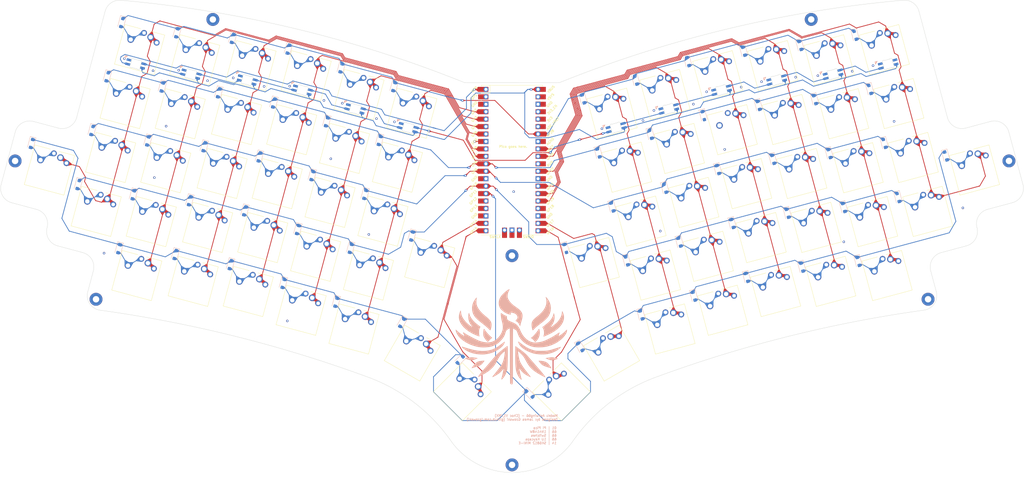
<source format=kicad_pcb>
(kicad_pcb (version 20240108) (generator "pcbnew") (generator_version "8.0")
  (title_block (title "Phoenixia72") (date "2024-05-09") (rev "1") (company "James Gzowski"))
  (layers (0 "F.Cu" signal) (31 "B.Cu" signal) (34 "B.Paste" user) (35 "F.Paste" user) (36 "B.SilkS" user "B.Silkscreen") (37 "F.SilkS" user "F.Silkscreen") (38 "B.Mask" user) (39 "F.Mask" user) (44 "Edge.Cuts" user))
  (net 0 "")
  (net 1 "Net-(D2-A)")
  (net 2 "Net-(D3-A)")
  (net 3 "Net-(D4-A)")
  (net 4 "Net-(D5-A)")
  (net 5 "Net-(D6-A)")
  (net 6 "Net-(D7-A)")
  (net 7 "Net-(D8-A)")
  (net 8 "Net-(D9-A)")
  (net 9 "Net-(D10-A)")
  (net 10 "Net-(D11-A)")
  (net 11 "Net-(D16-A)")
  (net 12 "Net-(D17-A)")
  (net 13 "Net-(D18-A)")
  (net 14 "Net-(D19-A)")
  (net 15 "Net-(D20-A)")
  (net 16 "Net-(D21-A)")
  (net 17 "Net-(D22-A)")
  (net 18 "Net-(D23-A)")
  (net 19 "Net-(D24-A)")
  (net 20 "Net-(D25-A)")
  (net 21 "Net-(D26-A)")
  (net 22 "Net-(D27-A)")
  (net 23 "Net-(D32-A)")
  (net 24 "Net-(D33-A)")
  (net 25 "Net-(D34-A)")
  (net 26 "Net-(D35-A)")
  (net 27 "Net-(D36-A)")
  (net 28 "Net-(D37-A)")
  (net 29 "Net-(D38-A)")
  (net 30 "Net-(D39-A)")
  (net 31 "Net-(D40-A)")
  (net 32 "Net-(D41-A)")
  (net 33 "Net-(D42-A)")
  (net 34 "Net-(D43-A)")
  (net 35 "Net-(D44-A)")
  (net 36 "Net-(D48-A)")
  (net 37 "Net-(D49-A)")
  (net 38 "Net-(D50-A)")
  (net 39 "Net-(D51-A)")
  (net 40 "Net-(D52-A)")
  (net 41 "Net-(D53-A)")
  (net 42 "Net-(D54-A)")
  (net 43 "Net-(D55-A)")
  (net 44 "Net-(D56-A)")
  (net 45 "Net-(D57-A)")
  (net 46 "Net-(D58-A)")
  (net 47 "Net-(D59-A)")
  (net 48 "Net-(D60-A)")
  (net 49 "Net-(D64-A)")
  (net 50 "Net-(D65-A)")
  (net 51 "Net-(D66-A)")
  (net 52 "Net-(D67-A)")
  (net 53 "Net-(D68-A)")
  (net 54 "Net-(D69-A)")
  (net 55 "Net-(D70-A)")
  (net 56 "Net-(D71-A)")
  (net 57 "Net-(D72-A)")
  (net 58 "Net-(D73-A)")
  (net 59 "Net-(D74-A)")
  (net 60 "Net-(D75-A)")
  (net 61 "GND")
  (net 62 "Net-(D0-A)")
  (net 63 "Net-(D1-A)")
  (net 64 "Row_0")
  (net 65 "Row_1")
  (net 66 "Row_2")
  (net 67 "Row_4")
  (net 68 "Row_3")
  (net 69 "Col_0")
  (net 70 "Col_1")
  (net 71 "Col_2")
  (net 72 "Col_3")
  (net 73 "Col_4")
  (net 74 "Col_5")
  (net 75 "Col_6")
  (net 76 "Col_7")
  (net 77 "Col_8")
  (net 78 "Col_9")
  (net 79 "Col_10")
  (net 80 "Col_11")
  (net 81 "Col_12")
  (net 82 "Col_13")
  (net 83 "Col_14")
  (net 84 "Col_15")
  (net 85 "Net-(D61-A)")
  (net 86 "RUN")
  (net 87 "3V3")
  (net 88 "3V3EN")
  (net 89 "VSYS")
  (net 90 "VBUS")
  (net 91 "LED1")
  (net 92 "LED2")
  (net 93 "LED3")
  (net 94 "LED4")
  (net 95 "LED5")
  (net 96 "LED6")
  (net 97 "LED7")
  (net 98 "LED8")
  (net 99 "LED9")
  (net 100 "LED10")
  (net 101 "LED11")
  (net 102 "LED12")
  (net 103 "NET-(DEXT-A)")
  (footprint "Button_Switch_Keyboard:SW_Cherry_Choc5_MX_1.00u_PCB_3D" (layer "F.Cu") (at 236.551516 160.126972 15)
    (property "Reference" "K44" (hide yes))
    (property "Value" "Blank" (hide yes))
  )
  (footprint "Button_Switch_Keyboard:SW_Cherry_Choc5_MX_1.00u_PCB_3D" (layer "F.Cu") (at 88.193643 147.457348 -15)
    (property "Reference" "K49" (hide yes))
    (property "Value" "Blank" (hide yes))
  )
  (footprint "Button_Switch_Keyboard:SW_Cherry_Choc5_MX_1.00u_PCB_3D" (layer "F.Cu") (at 331.417181 146.144498 15)
    (property "Reference" "K58" (hide yes))
    (property "Value" "Blank" (hide yes))
  )
  (footprint "Button_Switch_Keyboard:SW_Cherry_Choc5_MX_1.00u_PCB_3D" (layer "F.Cu") (at 247.561029 127.578748 15)
    (property "Reference" "K22" (hide yes))
    (property "Value" "Blank" (hide yes))
  )
  (footprint "Button_Switch_Keyboard:SW_Cherry_Choc5_MX_1.00u_PCB_3D" (layer "F.Cu") (at 321.55617 109.342728 15)
    (property "Reference" "K26" (hide yes))
    (property "Value" "Blank" (hide yes))
  )
  (footprint "Button_Switch_Keyboard:SW_Cherry_Choc5_MX_1.00u_PCB_3D" (layer "F.Cu") (at 317.157914 166.531741 15)
    (property "Reference" "K74" (hide yes))
    (property "Value" "Blank" (hide yes))
  )
  (footprint "Button_Switch_Keyboard:SW_Cherry_Choc5_MX_1.00u_PCB_3D" (layer "F.Cu") (at 93.124148 129.056453 -15)
    (property "Reference" "K33" (hide yes))
    (property "Value" "Blank" (hide yes))
  )
  (footprint "Button_Switch_Keyboard:SW_Cherry_Choc5_MX_1.00u_PCB" (layer "F.Cu") (at 79.265204 107.17521 -15)
    (property "Reference" "K16" (hide yes))
    (property "Value" "Blank" (hide yes))
  )
  (footprint "Button_Switch_Keyboard:SW_Cherry_Choc5_MX_1.00u_PCB_3D" (layer "F.Cu") (at 112.332757 131.021572 -15)
    (property "Reference" "K34" (hide yes))
    (property "Value" "Blank" (hide yes))
  )
  (footprint "Button_Switch_Keyboard:SW_Cherry_Choc5_MX_1.00u_PCB_LED" (layer "F.Cu") (at 84.205127 88.763695 -15)
    (property "Reference" "K0" (hide yes))
    (property "Value" "Blank" (hide yes))
    (fp_line (start -4.244999 10.857841) (end -4.244999 9.452158) (stroke (width 0.1)) (layer "Edge.Cuts"))
    (fp_line (start -3.339452 8.655) (end -1.750548 8.655) (stroke (width 0.1)) (layer "Edge.Cuts"))
    (fp_line (start -1.750548 11.654999) (end -3.339453 11.655) (stroke (width 0.1)) (layer "Edge.Cuts"))
    (fp_line (start -0.845001 9.452158) (end -0.845001 10.857842) (stroke (width 0.1)) (layer "Edge.Cuts"))
    (fp_arc (start -4.244999 10.857843) (mid -4.257528 10.969068) (end -4.294484 11.07472) (stroke (width 0.1)) (layer "Edge.Cuts"))
    (fp_arc (start -4.294484 9.235281) (mid -4.183071 8.650965) (end -3.591711 8.586701) (stroke (width 0.1)) (layer "Edge.Cuts"))
    (fp_arc (start -4.294484 9.23528) (mid -4.257527 9.340932) (end -4.244999 9.452158) (stroke (width 0.1)) (layer "Edge.Cuts"))
    (fp_arc (start -3.591711 11.723298) (mid -4.183071 11.659034) (end -4.294484 11.07472) (stroke (width 0.1)) (layer "Edge.Cuts"))
    (fp_arc (start -3.591711 11.723298) (mid -3.470123 11.672378) (end -3.339453 11.655) (stroke (width 0.1)) (layer "Edge.Cuts"))
    (fp_arc (start -3.339452 8.655) (mid -3.470122 8.637623) (end -3.591711 8.586701) (stroke (width 0.1)) (layer "Edge.Cuts"))
    (fp_arc (start -1.750547 11.655001) (mid -1.619878 11.672382) (end -1.498289 11.723299) (stroke (width 0.1)) (layer "Edge.Cuts"))
    (fp_arc (start -1.49829 8.586701) (mid -1.619878 8.637622) (end -1.750548 8.655) (stroke (width 0.1)) (layer "Edge.Cuts"))
    (fp_arc (start -1.498289 8.586702) (mid -0.906928 8.650965) (end -0.795516 9.23528) (stroke (width 0.1)) (layer "Edge.Cuts"))
    (fp_arc (start -0.795516 11.07472) (mid -0.906927 11.659036) (end -1.498289 11.723299) (stroke (width 0.1)) (layer "Edge.Cuts"))
    (fp_arc (start -0.795516 11.07472) (mid -0.832481 10.96907) (end -0.845001 10.857842) (stroke (width 0.1)) (layer "Edge.Cuts"))
    (fp_arc (start -0.845002 9.452157) (mid -0.832476 9.340931) (end -0.795516 9.23528) (stroke (width 0.1)) (layer "Edge.Cuts"))
  )
  (footprint "Button_Switch_Keyboard:SW_Cherry_Choc5_MX_1.00u_PCB_LED_3D2" (layer "F.Cu") (at 335.415125 87.461477 15)
    (property "Reference" "K11" (hide yes))
    (property "Value" "Blank" (hide yes))
    (fp_line (start -4.244996 10.857842) (end -4.244998 9.452158) (stroke (width 0.1)) (layer "Edge.Cuts"))
    (fp_line (start -3.339453 8.655002) (end -1.750549 8.655001) (stroke (width 0.1)) (layer "Edge.Cuts"))
    (fp_line (start -1.750551 11.654998) (end -3.339454 11.655001) (stroke (width 0.1)) (layer "Edge.Cuts"))
    (fp_line (start -0.845003 9.452158) (end -0.844998 10.857842) (stroke (width 0.1)) (layer "Edge.Cuts"))
    (fp_arc (start -4.294483 9.235279) (mid -4.257527 9.340932) (end -4.244998 9.452158) (stroke (width 0.1)) (layer "Edge.Cuts"))
    (fp_arc (start -4.294483 9.235282) (mid -4.18307 8.650966) (end -3.591711 8.586699) (stroke (width 0.1)) (layer "Edge.Cuts"))
    (fp_arc (start -4.244996 10.857842) (mid -4.257524 10.969068) (end -4.294484 11.074719) (stroke (width 0.1)) (layer "Edge.Cuts"))
    (fp_arc (start -3.339453 8.655002) (mid -3.470124 8.637625) (end -3.591711 8.586699) (stroke (width 0.1)) (layer "Edge.Cuts"))
    (fp_arc (start -3.591712 11.723299) (mid -4.183072 11.659035) (end -4.294484 11.074719) (stroke (width 0.1)) (layer "Edge.Cuts"))
    (fp_arc (start -3.591712 11.723299) (mid -3.470124 11.672377) (end -3.339454 11.655001) (stroke (width 0.1)) (layer "Edge.Cuts"))
    (fp_arc (start -1.498291 8.586702) (mid -0.906927 8.650961) (end -0.795516 9.23528) (stroke (width 0.1)) (layer "Edge.Cuts"))
    (fp_arc (start -1.49829 8.586701) (mid -1.619878 8.637623) (end -1.750549 8.655001) (stroke (width 0.1)) (layer "Edge.Cuts"))
    (fp_arc (start -1.750547 11.654998) (mid -1.619876 11.672374) (end -1.498287 11.723299) (stroke (width 0.1)) (layer "Edge.Cuts"))
    (fp_arc (start -0.845003 9.452158) (mid -0.832476 9.340931) (end -0.795516 9.23528) (stroke (width 0.1)) (layer "Edge.Cuts"))
    (fp_arc (start -0.795517 11.074721) (mid -0.906927 11.659035) (end -1.498287 11.723299) (stroke (width 0.1)) (layer "Edge.Cuts"))
    (fp_arc (start -0.795517 11.074721) (mid -0.832484 10.969071) (end -0.844998 10.857842) (stroke (width 0.1)) (layer "Edge.Cuts"))
  )
  (footprint "Button_Switch_Keyboard:SW_Cherry_Choc5_MX_1.00u_PCB_3D" (layer "F.Cu") (at 121.248239 171.303014 -15)
    (property "Reference" "K66" (hide yes))
    (property "Value" "Blank" (hide yes))
  )
  (footprint "Button_Switch_Keyboard:SW_Cherry_Choc5_MX_1.00u_PCB_3D" (layer "F.Cu") (at 149.125111 140.8932 -15)
    (property "Reference" "K36" (hide yes))
    (property "Value" "Blank" (hide yes))
  )
  (footprint "Button_Switch_Keyboard:SW_Cherry_Choc5_MX_1.00u_PCB_LED_3D2" (layer "F.Cu") (at 242.63053 109.177871 15)
    (property "Reference" "K6" (hide yes))
    (property "Value" "Blank" (hide yes))
    (fp_line (start -4.244996 10.857842) (end -4.244998 9.452158) (stroke (width 0.1)) (layer "Edge.Cuts"))
    (fp_line (start -3.339453 8.655002) (end -1.750549 8.655001) (stroke (width 0.1)) (layer "Edge.Cuts"))
    (fp_line (start -1.750551 11.654998) (end -3.339454 11.655001) (stroke (width 0.1)) (layer "Edge.Cuts"))
    (fp_line (start -0.845003 9.452158) (end -0.844998 10.857842) (stroke (width 0.1)) (layer "Edge.Cuts"))
    (fp_arc (start -4.294483 9.235279) (mid -4.257527 9.340932) (end -4.244998 9.452158) (stroke (width 0.1)) (layer "Edge.Cuts"))
    (fp_arc (start -4.294483 9.235282) (mid -4.18307 8.650966) (end -3.591711 8.586699) (stroke (width 0.1)) (layer "Edge.Cuts"))
    (fp_arc (start -4.244996 10.857842) (mid -4.257524 10.969068) (end -4.294484 11.074719) (stroke (width 0.1)) (layer "Edge.Cuts"))
    (fp_arc (start -3.339453 8.655002) (mid -3.470124 8.637625) (end -3.591711 8.586699) (stroke (width 0.1)) (layer "Edge.Cuts"))
    (fp_arc (start -3.591712 11.723299) (mid -4.183072 11.659035) (end -4.294484 11.074719) (stroke (width 0.1)) (layer "Edge.Cuts"))
    (fp_arc (start -3.591712 11.723299) (mid -3.470124 11.672377) (end -3.339454 11.655001) (stroke (width 0.1)) (layer "Edge.Cuts"))
    (fp_arc (start -1.498291 8.586702) (mid -0.906927 8.650961) (end -0.795516 9.23528) (stroke (width 0.1)) (layer "Edge.Cuts"))
    (fp_arc (start -1.49829 8.586701) (mid -1.619878 8.637623) (end -1.750549 8.655001) (stroke (width 0.1)) (layer "Edge.Cuts"))
    (fp_arc (start -1.750547 11.654998) (mid -1.619876 11.672374) (end -1.498287 11.723299) (stroke (width 0.1)) (layer "Edge.Cuts"))
    (fp_arc (start -0.845003 9.452158) (mid -0.832476 9.340931) (end -0.795516 9.23528) (stroke (width 0.1)) (layer "Edge.Cuts"))
    (fp_arc (start -0.795517 11.074721) (mid -0.906927 11.659035) (end -1.498287 11.723299) (stroke (width 0.1)) (layer "Edge.Cuts"))
    (fp_arc (start -0.795517 11.074721) (mid -0.832484 10.969071) (end -0.844998 10.857842) (stroke (width 0.1)) (layer "Edge.Cuts"))
  )
  (footprint "Button_Switch_Keyboard:SW_Cherry_Choc5_MX_1.00u_PCB_LED_3D2" (layer "F.Cu") (at 316.622829 90.955752 15)
    (property "Reference" "K10" (hide yes))
    (property "Value" "Blank" (hide yes))
    (fp_line (start -4.244996 10.857842) (end -4.244998 9.452158) (stroke (width 0.1)) (layer "Edge.Cuts"))
    (fp_line (start -3.339453 8.655002) (end -1.750549 8.655001) (stroke (width 0.1)) (layer "Edge.Cuts"))
    (fp_line (start -1.750551 11.654998) (end -3.339454 11.655001) (stroke (width 0.1)) (layer "Edge.Cuts"))
    (fp_line (start -0.845003 9.452158) (end -0.844998 10.857842) (stroke (width 0.1)) (layer "Edge.Cuts"))
    (fp_arc (start -4.294483 9.235279) (mid -4.257527 9.340932) (end -4.244998 9.452158) (stroke (width 0.1)) (layer "Edge.Cuts"))
    (fp_arc (start -4.294483 9.235282) (mid -4.18307 8.650966) (end -3.591711 8.586699) (stroke (width 0.1)) (layer "Edge.Cuts"))
    (fp_arc (start -4.244996 10.857842) (mid -4.257524 10.969068) (end -4.294484 11.074719) (stroke (width 0.1)) (layer "Edge.Cuts"))
    (fp_arc (start -3.339453 8.655002) (mid -3.470124 8.637625) (end -3.591711 8.586699) (stroke (width 0.1)) (layer "Edge.Cuts"))
    (fp_arc (start -3.591712 11.723299) (mid -4.183072 11.659035) (end -4.294484 11.074719) (stroke (width 0.1)) (layer "Edge.Cuts"))
    (fp_arc (start -3.591712 11.723299) (mid -3.470124 11.672377) (end -3.339454 11.655001) (stroke (width 0.1)) (layer "Edge.Cuts"))
    (fp_arc (start -1.498291 8.586702) (mid -0.906927 8.650961) (end -0.795516 9.23528) (stroke (width 0.1)) (layer "Edge.Cuts"))
    (fp_arc (start -1.49829 8.586701) (mid -1.619878 8.637623) (end -1.750549 8.655001) (stroke (width 0.1)) (layer "Edge.Cuts"))
    (fp_arc (start -1.750547 11.654998) (mid -1.619876 11.672374) (end -1.498287 11.723299) (stroke (width 0.1)) (layer "Edge.Cuts"))
    (fp_arc (start -0.845003 9.452158) (mid -0.832476 9.340931) (end -0.795516 9.23528) (stroke (width 0.1)) (layer "Edge.Cuts"))
    (fp_arc (start -0.795517 11.074721) (mid -0.906927 11.659035) (end -1.498287 11.723299) (stroke (width 0.1)) (layer "Edge.Cuts"))
    (fp_arc (start -0.795517 11.074721) (mid -0.832484 10.969071) (end -0.844998 10.857842) (stroke (width 0.1)) (layer "Edge.Cuts"))
  )
  (footprint "MountingHole:MountingHole_2.2mm_M2_Pad" (layer "F.Cu") (at 65.583559 178.193861 15)
    (property "Reference" "H4")
    (property "Value" "MountingHole")
  )
  (footprint "Button_Switch_Keyboard:SW_Cherry_Choc5_MX_1.00u_PCB_3D" (layer "F.Cu") (at 340.34563 105.862363 15)
    (property "Reference" "K27" (hide yes))
    (property "Value" "Blank" (hide yes))
  )
  (footprint "Button_Switch_Keyboard:SW_Cherry_Choc5_MX_1.00u_PCB_3D" (layer "F.Cu") (at 144.204023 159.283456 -15)
    (property "Reference" "K52" (hide yes))
    (property "Value" "Blank" (hide yes))
  )
  (footprint "Button_Switch_Keyboard:SW_Cherry_Choc5_MX_1.00u_PCB_3D" (layer "F.Cu") (at 195.827081 207.9622 -45)
    (property "Reference" "K69" (hide yes))
    (property "Value" "Blank" (hide yes))
  )
  (footprint "Button_Switch_Keyboard:SW_Cherry_Choc5_MX_1.00u_PCB_3D" (layer "F.Cu") (at 280.356142 176.392754 15)
    (property "Reference" "K72" (hide yes))
    (property "Value" "Blank" (hide yes))
  )
  (footprint "Button_Switch_Keyboard:SW_Cherry_Choc5_MX_1.00u_PCB_3D" (layer "F.Cu") (at 366.140557 128.540896 15)
    (property "Reference" "K44" (hide yes))
    (property "Value" "Blank" (hide yes))
  )
  (footprint "Button_Switch_Keyboard:SW_Cherry_Choc5_MX_1.00u_PCB_3D" (layer "F.Cu") (at 167.140978 147.285144 -15)
    (property "Reference" "K37" (hide yes))
    (property "Value" "Blank" (hide yes))
  )
  (footprint "Button_Switch_Keyboard:SW_Cherry_Choc5_MX_1.00u_PCB_3D" (layer "F.Cu") (at 265.564632 121.190093 15)
    (property "Reference" "K23" (hide yes))
    (property "Value" "Blank" (hide yes))
  )
  (footprint "Button_Switch_Keyboard:SW_Cherry_Choc5_MX_1.00u_PCB_3D" (layer "F.Cu") (at 275.428489 157.977955 15)
    (property "Reference" "K55" (hide yes))
    (property "Value" "Blank" (hide yes))
  )
  (footprint "Button_Switch_Keyboard:SW_Cherry_Choc5_MX_1.00u_PCB_3D" (layer "F.Cu") (at 252.491532 145.979639 15)
    (property "Reference" "K38" (hide yes))
    (property "Value" "Blank" (hide yes))
  )
  (footprint "Button_Switch_Keyboard:SW_Cherry_Choc5_MX_1.00u_PCB_3D" (layer "F.Cu") (at 154.065033 122.481688 -15)
    (property "Reference" "K20" (hide yes))
    (property "Value" "Blank" (hide yes))
  )
  (footprint "Button_Switch_Keyboard:SW_Cherry_Choc5_MX_1.00u_PCB_3D" (layer "F.Cu") (at 183.085129 161.420628 -15)
    (property "Reference" "K60" (hide yes))
    (property "Value" "Blank" (hide yes))
  )
  (footprint "Button_Switch_Keyboard:SW_Cherry_Choc5_MX_1.00u_PCB_3D" (layer "F.Cu") (at 172.071483 128.884262 -15)
    (property "Reference" "K21" (hide yes))
    (property "Value" "Blank" (hide yes))
  )
  (footprint "Button_Switch_Keyboard:SW_Cherry_Choc5_MX_1.00u_PCB_3D" (layer "F.Cu") (at 293.432084 151.589288 15)
    (property "Reference" "K56" (hide yes))
    (property "Value" "Blank" (hide yes))
  )
  (footprint "Button_Switch_Keyboard:SW_Cherry_Choc5_MX_1.00u_PCB_3D" (layer "F.Cu") (at 298.359743 170.004089 15)
    (property "Reference" "K73" (hide yes))
    (property "Value" "Blank" (hide yes))
  )
  (footprint "Button_Switch_Keyboard:SW_Cherry_Choc5_MX_1.00u_PCB_3D" (layer "F.Cu") (at 178.118764 193.436159 -30)
    (property "Reference" "K69" (hide yes))
    (property "Value" "Blank" (hide yes))
  )
  (footprint "Button_Switch_Keyboard:SW_Cherry_Choc5_MX_1.00u_PCB_3D" (layer "F.Cu") (at 257.419197 164.394441 15)
    (property "Reference" "K54" (hide yes))
    (property "Value" "Blank" (hide yes))
  )
  (footprint "Button_Switch_Keyboard:SW_Cherry_Choc5_MX_1.00u_PCB_3D" (layer "F.Cu") (at 157.279975 184.08692 -15)
    (property "Reference" "K68" (hide yes))
    (property "Value" "Blank" (hide yes))
  )
  (footprint "Button_Switch_Keyboard:SW_Cherry_Choc5_MX_1.00u_PCB_3D" (layer "F.Cu") (at 283.571085 114.78752 15)
    (property "Reference" "K24" (hide yes))
    (property "Value" "Blank" (hide yes))
  )
  (footprint "Button_Switch_Keyboard:SW_Cherry_Choc5_MX_1.00u_PCB_3D" (layer "F.Cu") (at 117.253844 112.631302 -15)
    (property "Reference" "K18" (hide yes))
    (property "Value" "Blank" (hide yes))
  )
  (footprint "Button_Switch_Keyboard:SW_Cherry_Choc5_MX_1.00u_PCB_LED_3D2" (layer "F.Cu") (at 158.995537 104.080803 -15)
    (property "Reference" "K4" (hide yes))
    (property "Value" "Blank" (hide yes))
    (fp_line (start -4.244997 10.857843) (end -4.244998 9.452158) (stroke (width 0.1)) (layer "Edge.Cuts"))
    (fp_line (start -3.339452 8.655002) (end -1.750547 8.655) (stroke (width 0.1)) (layer "Edge.Cuts"))
    (fp_line (start -1.750551 11.654998) (end -3.339454 11.655001) (stroke (width 0.1)) (layer "Edge.Cuts"))
    (fp_line (start -0.845002 9.452157) (end -0.844998 10.857842) (stroke (width 0.1)) (layer "Edge.Cuts"))
    (fp_arc (start -4.244997 10.857843) (mid -4.257527 10.969068) (end -4.294484 11.074719) (stroke (width 0.1)) (layer "Edge.Cuts"))
    (fp_arc (start -4.294483 9.235282) (mid -4.183071 8.650965) (end -3.59171 8.586699) (stroke (width 0.1)) (layer "Edge.Cuts"))
    (fp_arc (start -4.294483 9.235279) (mid -4.257526 9.340931) (end -4.244998 9.452158) (stroke (width 0.1)) (layer "Edge.Cuts"))
    (fp_arc (start -3.591712 11.723299) (mid -4.183073 11.659035) (end -4.294484 11.074719) (stroke (width 0.1)) (layer "Edge.Cuts"))
    (fp_arc (start -3.591712 11.723299) (mid -3.470124 11.672378) (end -3.339454 11.655001) (stroke (width 0.1)) (layer "Edge.Cuts"))
    (fp_arc (start -3.339452 8.655002) (mid -3.470123 8.637625) (end -3.59171 8.586699) (stroke (width 0.1)) (layer "Edge.Cuts"))
    (fp_arc (start -1.750548 11.655) (mid -1.619876 11.672375) (end -1.498287 11.723299) (stroke (width 0.1)) (layer "Edge.Cuts"))
    (fp_arc (start -1.498291 8.586702) (mid -0.906929 8.650964) (end -0.795516 9.23528) (stroke (width 0.1)) (layer "Edge.Cuts"))
    (fp_arc (start -1.49829 8.586701) (mid -1.619878 8.637622) (end -1.750547 8.655) (stroke (width 0.1)) (layer "Edge.Cuts"))
    (fp_arc (start -0.795517 11.074721) (mid -0.906927 11.659035) (end -1.498287 11.723299) (stroke (width 0.1)) (layer "Edge.Cuts"))
    (fp_arc (start -0.795517 11.074721) (mid -0.832484 10.969071) (end -0.844998 10.857842) (stroke (width 0.1)) (layer "Edge.Cuts"))
    (fp_arc (start -0.845002 9.452157) (mid -0.832476 9.340931) (end -0.795516 9.23528) (stroke (width 0.1)) (layer "Edge.Cuts"))
  )
  (footprint "Button_Switch_Keyboard:SW_Cherry_Choc5_MX_1.00u_PCB_3D" (layer "F.Cu") (at 83.263141 165.858227 -15)
    (property "Reference" "K64" (hide yes))
    (property "Value" "Blank" (hide yes))
  )
  (footprint "Button_Switch_Keyboard:SW_Cherry_Choc5_MX_1.00u_PCB_3D" (layer "F.Cu") (at 350.206637 142.664142 15)
    (property "Reference" "K59" (hide yes))
    (property "Value" "Blank" (hide yes))
  )
  (footprint "MountingHole:MountingHole_2.2mm_M2_Pad" (layer "F.Cu") (at 207.383559 234.693862 15)
    (property "Reference" "H4")
    (property "Value" "MountingHole")
  )
  (footprint "Button_Switch_Keyboard:SW_Cherry_Choc5_MX_1.00u_PCB_3D" (layer "F.Cu") (at 326.483829 127.75752 15)
    (property "Reference" "K42" (hide yes))
    (property "Value" "Blank" (hide yes))
  )
  (footprint "Button_Switch_Keyboard:SW_Cherry_Choc5_MX_1.00u_PCB_3D" (layer "F.Cu") (at 126.178739 152.902134 -15)
    (property "Reference" "K51" (hide yes))
    (property "Value" "Blank" (hide yes))
  )
  (footprint "Button_Switch_Keyboard:SW_Cherry_Choc5_MX_1.00u_PCB_LED_3D2" (layer "F.Cu") (at 122.18434 94.230422 -15)
    (property "Reference" "K2" (hide yes))
    (property "Value" "Blank" (hide yes))
    (fp_line (start -4.244997 10.857843) (end -4.244998 9.452158) (stroke (width 0.1)) (layer "Edge.Cuts"))
    (fp_line (start -3.339452 8.655002) (end -1.750547 8.655) (stroke (width 0.1)) (layer "Edge.Cuts"))
    (fp_line (start -1.750551 11.654998) (end -3.339454 11.655001) (stroke (width 0.1)) (layer "Edge.Cuts"))
    (fp_line (start -0.845002 9.452157) (end -0.844998 10.857842) (stroke (width 0.1)) (layer "Edge.Cuts"))
    (fp_arc (start -4.244997 10.857843) (mid -4.257527 10.969068) (end -4.294484 11.074719) (stroke (width 0.1)) (layer "Edge.Cuts"))
    (fp_arc (start -4.294483 9.235282) (mid -4.183071 8.650965) (end -3.59171 8.586699) (stroke (width 0.1)) (layer "Edge.Cuts"))
    (fp_arc (start -4.294483 9.235279) (mid -4.257526 9.340931) (end -4.244998 9.452158) (stroke (width 0.1)) (layer "Edge.Cuts"))
    (fp_arc (start -3.591712 11.723299) (mid -4.183073 11.659035) (end -4.294484 11.074719) (stroke (width 0.1)) (layer "Edge.Cuts"))
    (fp_arc (start -3.591712 11.723299) (mid -3.470124 11.672378) (end -3.339454 11.655001) (stroke (width 0.1)) (layer "Edge.Cuts"))
    (fp_arc (start -3.339452 8.655002) (mid -3.470123 8.637625) (end -3.59171 8.586699) (stroke (width 0.1)) (layer "Edge.Cuts"))
    (fp_arc (start -1.750548 11.655) (mid -1.619876 11.672375) (end -1.498287 11.723299) (stroke (width 0.1)) (layer "Edge.Cuts"))
    (fp_arc (start -1.498291 8.586702) (mid -0.906929 8.650964) (end -0.795516 9.23528) (stroke (width 0.1)) (layer "Edge.Cuts"))
    (fp_arc (start -1.49829 8.586701) (mid -1.619878 8.637622) (end -1.750547 8.655) (stroke (width 0.1)) (layer "Edge.Cuts"))
    (fp_arc (start -0.795517 11.074721) (mid -0.906927 11.659035) (end -1.498287 11.723299) (stroke (width 0.1)) (layer "Edge.Cuts"))
    (fp_arc (start -0.795517 11.074721) (mid -0.832484 10.969071) (end -0.844998 10.857842) (stroke (width 0.1)) (layer "Edge.Cuts"))
    (fp_arc (start -0.845002 9.452157) (mid -0.832476 9.340931) (end -0.795516 9.23528) (stroke (width 0.1)) (layer "Edge.Cuts"))
  )
  (footprint "Button_Switch_Keyboard:SW_Cherry_Choc5_MX_1.00u_PCB_3D" (layer "F.Cu") (at 345.276128 124.263255 15)
    (property "Reference" "K43" (hide yes))
    (property "Value" "Blank" (hide yes))
  )
  (footprint "Button_Switch_Keyboard:SW_Cherry_Choc5_MX_1.00u_PCB_3D" (layer "F.Cu") (at 139.264108 177.694971 -15)
    (property "Reference" "K67" (hide yes))
    (property "Value" "Blank" (hide yes))
  )
  (footprint "Button_Switch_Keyboard:SW_Cherry_Choc5_MX_1.00u_PCB_LED_3D2" (layer "F.Cu") (at 260.636977 102.775292 15)
    (property "Reference" "K7" (hide yes))
    (property "Value" "Blank" (hide yes))
    (fp_line (start -4.244996 10.857842) (end -4.244998 9.452158) (stroke (width 0.1)) (layer "Edge.Cuts"))
    (fp_line (start -3.339453 8.655002) (end -1.750549 8.655001) (stroke (width 0.1)) (layer "Edge.Cuts"))
    (fp_line (start -1.750551 11.654998) (end -3.339454 11.655001) (stroke (width 0.1)) (layer "Edge.Cuts"))
    (fp_line (start -0.845003 9.452158) (end -0.844998 10.857842) (stroke (width 0.1)) (layer "Edge.Cuts"))
    (fp_arc (start -4.294483 9.235279) (mid -4.257527 9.340932) (end -4.244998 9.452158) (stroke (width 0.1)) (layer "Edge.Cuts"))
    (fp_arc (start -4.294483 9.235282) (mid -4.18307 8.650966) (end -3.591711 8.586699) (stroke (width 0.1)) (layer "Edge.Cuts"))
    (fp_arc (start -4.244996 10.857842) (mid -4.257524 10.969068) (end -4.294484 11.074719) (stroke (width 0.1)) (layer "Edge.Cuts"))
    (fp_arc (start -3.339453 8.655002) (mid -3.470124 8.637625) (end -3.591711 8.586699) (stroke (width 0.1)) (layer "Edge.Cuts"))
    (fp_arc (start -3.591712 11.723299) (mid -4.183072 11.659035) (end -4.294484 11.074719) (stroke (width 0.1)) (layer "Edge.Cuts"))
    (fp_arc (start -3.591712 11.723299) (mid -3.470124 11.672377) (end -3.339454 11.655001) (stroke (width 0.1)) (layer "Edge.Cuts"))
    (fp_arc (start -1.498291 8.586702) (mid -0.906927 8.650961) (end -0.795516 9.23528) (stroke (width 0.1)) (layer "Edge.Cuts"))
    (fp_arc (start -1.49829 8.586701) (mid -1.619878 8.637623) (end -1.750549 8.655001) (stroke (width 0.1)) (layer "Edge.Cuts"))
    (fp_arc (start -1.750547 11.654998) (mid -1.619876 11.672374) (end -1.498287 11.723299) (stroke (width 0.1)) (layer "Edge.Cuts"))
    (fp_arc (start -0.845003 9.452158) (mid -0.832476 9.340931) (end -0.795516 9.23528) (stroke (width 0.1)) (layer "Edge.Cuts"))
    (fp_arc (start -0.795517 11.074721) (mid -0.906927 11.659035) (end -1.498287 11.723299) (stroke (width 0.1)) (layer "Edge.Cuts"))
    (fp_arc (start -0.795517 11.074721) (mid -0.832484 10.969071) (end -0.844998 10.857842) (stroke (width 0.1)) (layer "Edge.Cuts"))
  )
  (footprint "Button_Switch_Keyboard:SW_Cherry_Choc5_MX_1.00u_PCB_3D" (layer "F.Cu") (at 336.34769 164.545386 15)
    (property "Reference" "K75" (hide yes))
    (property "Value" "Blank" (hide yes))
  )
  (footprint "MountingHole:MountingHole_2.2mm_M2_Pad" (layer "F.Cu") (at 105.408558 82.718861 15)
    (property "Reference" "H4")
    (property "Value" "MountingHole")
  )
  (footprint "Button_Switch_Keyboard:SW_Cherry_Choc5_MX_1.00u_PCB_3D" (layer "F.Cu") (at 136.049173 116.089737 -15)
    (property "Reference" "K19" (hide yes))
    (property "Value" "Blank" (hide yes))
  )
  (footprint "MCU_RaspberryPi_and_Boards:RPi_Pico_SMD_TH" (layer "F.Cu") (at 207.361786 130.701163)
    (property "Reference" "pico" (hide yes))
    (property "Value" "" (hide yes))
  )
  (footprint "Button_Switch_Keyboard:SW_Cherry_Choc5_MX_1.00u_PCB_LED_3D2" (layer "F.Cu") (at 297.438755 92.91429 15)
    (property "Reference" "K9" (hide yes))
    (property "Value" "Blank" (hide yes))
    (fp_line (start -4.244996 10.857842) (end -4.244998 9.452158) (stroke (width 0.1)) (layer "Edge.Cuts"))
    (fp_line (start -3.339453 8.655002) (end -1.750549 8.655001) (stroke (width 0.1)) (layer "Edge.Cuts"))
    (fp_line (start -1.750551 11.654998) (end -3.339454 11.655001) (stroke (width 0.1)) (layer "Edge.Cuts"))
    (fp_line (start -0.845003 9.452158) (end -0.844998 10.857842) (stroke (width 0.1)) (layer "Edge.Cuts"))
    (fp_arc (start -4.294483 9.235279) (mid -4.257527 9.340932) (end -4.244998 9.452158) (stroke (width 0.1)) (layer "Edge.Cuts"))
    (fp_arc (start -4.294483 9.235282) (mid -4.18307 8.650966) (end -3.591711 8.586699) (stroke (width 0.1)) (layer "Edge.Cuts"))
    (fp_arc (start -4.244996 10.857842) (mid -4.257524 10.969068) (end -4.294484 11.074719) (stroke (width 0.1)) (layer "Edge.Cuts"))
    (fp_arc (start -3.339453 8.655002) (mid -3.470124 8.637625) (end -3.591711 8.586699) (stroke (width 0.1)) (layer "Edge.Cuts"))
    (fp_arc (start -3.591712 11.723299) (mid -4.183072 11.659035) (end -4.294484 11.074719) (stroke (width 0.1)) (layer "Edge.Cuts"))
    (fp_arc (start -3.591712 11.723299) (mid -3.470124 11.672377) (end -3.339454 11.655001) (stroke (width 0.1)) (layer "Edge.Cuts"))
    (fp_arc (start -1.498291 8.586702) (mid -0.906927 8.650961) (end -0.795516 9.23528) (stroke (width 0.1)) (layer "Edge.Cuts"))
    (fp_arc (start -1.49829 8.586701) (mid -1.619878 8.637623) (end -1.750549 8.655001) (stroke (width 0.1)) (layer "Edge.Cuts"))
    (fp_arc (start -1.750547 11.654998) (mid -1.619876 11.672374) (end -1.498287 11.723299) (stroke (width 0.1)) (layer "Edge.Cuts"))
    (fp_arc (start -0.845003 9.452158) (mid -0.832476 9.340931) (end -0.795516 9.23528) (stroke (width 0.1)) (layer "Edge.Cuts"))
    (fp_arc (start -0.795517 11.074721) (mid -0.906927 11.659035) (end -1.498287 11.723299) (stroke (width 0.1)) (layer "Edge.Cuts"))
    (fp_arc (start -0.795517 11.074721) (mid -0.832484 10.969071) (end -0.844998 10.857842) (stroke (width 0.1)) (layer "Edge.Cuts"))
  )
  (footprint "Button_Switch_Keyboard:SW_Cherry_Choc5_MX_1.00u_PCB_3D" (layer "F.Cu") (at 102.462331 167.833968 -15)
    (property "Reference" "K65" (hide yes))
    (property "Value" "Blank" (hide yes))
  )
  (footprint "MountingHole:MountingHole_2.2mm_M2_Pad" (layer "F.Cu") (at 38.006578 130.997048)
    (property "Reference" "H4")
    (property "Value" "MountingHole")
  )
  (footprint "Button_Switch_Keyboard:SW_Cherry_Choc5_MX_1.00u_PCB_3D" (layer "F.Cu") (at 307.296911 129.729974 15)
    (property "Reference" "K41" (hide yes))
    (property "Value" "Blank" (hide yes))
  )
  (footprint "Button_Switch_Keyboard:SW_Cherry_Choc5_MX_1.00u_PCB_3D" (layer "F.Cu") (at 131.109251 134.501247 -15)
    (property "Reference" "K35" (hide yes))
    (property "Value" "Blank" (hide yes))
  )
  (footprint "Button_Switch_Keyboard:SW_Cherry_Choc5_MX_1.00u_PCB_3D" (layer "F.Cu") (at 53.464498 129.861202 -15)
    (property "Reference" "K60" (hide yes))
    (property "Value" "Blank" (hide yes))
  )
  (footprint "Button_Switch_Keyboard:SW_Cherry_Choc5_MX_1.00u_PCB_3D" (layer "F.Cu") (at 74.334702 125.576097 -15)
    (property "Reference" "K32" (hide yes))
    (property "Value" "Blank" (hide yes))
  )
  (footprint "Button_Switch_Keyboard:SW_Cherry_Choc5_MX_1.00u_PCB_3D" (layer "F.Cu") (at 69.41362 143.966357 -15)
    (property "Reference" "K48" (hide yes))
    (property "Value" "Blank" (hide yes))
  )
  (footprint "Button_Switch_Keyboard:SW_Cherry_Choc5_MX_1.00u_PCB_3D" (layer "F.Cu") (at 262.352542 182.781413 15)
    (property "Reference" "K71" (hide yes))
    (property "Value" "Blank" (hide yes))
  )
  (footprint "Button_Switch_Keyboard:SW_Cherry_Choc5_MX_1.00u_PCB_3D" (layer "F.Cu") (at 107.392828 149.433081 -15)
    (property "Reference" "K50" (hide yes))
    (property "Value" "Blank" (hide yes))
  )
  (footprint "Button_Switch_Keyboard:SW_Cherry_Choc5_MX_1.00u_PCB_3D" (layer "F.Cu") (at 162.210482 165.686032 -15)
    (property "Reference" "K53" (hide yes))
    (property "Value" "Blank" (hide yes))
  )
  (footprint "Button_Switch_Keyboard:SW_Cherry_Choc5_MX_1.00u_PCB_3D" (layer "F.Cu") (at 312.230257 148.116953 15)
    (property "Reference" "K57" (hide yes))
    (property "Value" "Blank" (hide yes))
  )
  (footprint "Button_Switch_Keyboard:SW_Cherry_Choc5_MX_1.00u_PCB_3D" (layer "F.Cu") (at 270.495142 139.59098 15)
    (property "Reference" "K39" (hide yes))
    (property "Value" "Blank" (hide yes))
  )
  (footprint "Button_Switch_Keyboard:SW_Cherry_Choc5_MX_1.00u_PCB_3D" (layer "F.Cu") (at 302.369258 111.315183 15)
    (property "Reference" "K25" (hide yes))
    (property "Value" "Blank" (hide yes))
  )
  (footprint "Button_Switch_Keyboard:SW_Cherry_Choc5_MX_1.00u_PCB_3D" (layer "F.Cu") (at 98.054654 110.655569 -15)
    (property "Reference" "K17" (hide yes))
    (property "Value" "Blank" (hide yes))
  )
  (footprint "" (layer "F.Cu") (at 207.358558 163.318861)
    (property "Reference" "")
    (property "Value" "")
  )
  (footprint "Button_Switch_Keyboard:SW_Cherry_Choc5_MX_1.00u_PCB_LED_3D2" (layer "F.Cu") (at 177.001986 110.483372 -15)
    (property "Reference" "K5" (hide yes))
    (property "Value" "Blank" (hide yes))
    (fp_line (start -4.244997 10.857843) (end -4.244998 9.452158) (stroke (width 0.1)) (layer "Edge.Cuts"))
    (fp_line (start -3.339452 8.655002) (end -1.750547 8.655) (stroke (width 0.1)) (layer "Edge.Cuts"))
    (fp_line (start -1.750551 11.654998) (end -3.339454 11.655001) (stroke (width 0.1)) (layer "Edge.Cuts"))
    (fp_line (start -0.845002 9.452157) (end -0.844998 10.857842) (stroke (width 0.1)) (layer "Edge.Cuts"))
    (fp_arc (start -4.244997 10.857843) (mid -4.257527 10.969068) (end -4.294484 11.074719) (stroke (width 0.1)) (layer "Edge.Cuts"))
    (fp_arc (start -4.294483 9.235282) (mid -4.183071 8.650965) (end -3.59171 8.586699) (stroke (width 0.1)) (layer "Edge.Cuts"))
    (fp_arc (start -4.294483 9.235279) (mid -4.257526 9.340931) (end -4.244998 9.452158) (stroke (width 0.1)) (layer "Edge.Cuts"))
    (fp_arc (start -3.591712 11.723299) (mid -4.183073 11.659035) (end -4.294484 11.074719) (stroke (width 0.1)) (layer "Edge.Cuts"))
    (fp_arc (start -3.591712 11.723299) (mid -3.470124 11.672378) (end -3.339454 11.655001) (stroke (width 0.1)) (layer "Edge.Cuts"))
    (fp_arc (start -3.339452 8.655002) (mid -3.470123 8.637625) (end -3.59171 8.586699) (stroke (width 0.1)) (layer "Edge.Cuts"))
    (fp_arc (start -1.750548 11.655) (mid -1.619876 11.672375) (end -1.498287 11.723299) (stroke (width 0.1)) (layer "Edge.Cuts"))
    (fp_arc (start -1.498291 8.586702) (mid -0.906929 8.650964) (end -0.795516 9.23528) (stroke (width 0.1)) (layer "Edge.Cuts"))
    (fp_arc (start -1.49829 8.586701) (mid -1.619878 8.637622) (end -1.750547 8.655) (stroke (width 0.1)) (layer "Edge.Cuts"))
    (fp_arc (start -0.795517 11.074721) (mid -0.906927 11.659035) (end -1.498287 11.723299) (stroke (width 0.1)) (layer "Edge.Cuts"))
    (fp_arc (start -0.795517 11.074721) (mid -0.832484 10.969071) (end -0.844998 10.857842) (stroke (width 0.1)) (layer "Edge.Cuts"))
    (fp_arc (start -0.845002 9.452157) (mid -0.832476 9.340931) (end -0.795516 9.23528) (stroke (width 0.1)) (layer "Edge.Cuts"))
  )
  (footprint "Button_Switch_Keyboard:SW_Cherry_Choc5_MX_1.00u_PCB_LED_3D2" (layer "F.Cu") (at 102.994576 92.24406 -15)
    (property "Reference" "K1" (hide yes))
    (property "Value" "Blank" (hide yes))
    (fp_line (start -4.244997 10.857843) (end -4.244998 9.452158) (stroke (width 0.1)) (layer "Edge.Cuts"))
    (fp_line (start -3.339452 8.655002) (end -1.750547 8.655) (stroke (width 0.1)) (layer "Edge.Cuts"))
    (fp_line (start -1.750551 11.654998) (end -3.339454 11.655001) (stroke (width 0.1)) (layer "Edge.Cuts"))
    (fp_line (start -0.845002 9.452157) (end -0.844998 10.857842) (stroke (width 0.1)) (layer "Edge.Cuts"))
    (fp_arc (start -4.244997 10.857843) (mid -4.257527 10.969068) (end -4.294484 11.074719) (stroke (width 0.1)) (layer "Edge.Cuts"))
    (fp_arc (start -4.294483 9.235282) (mid -4.183071 8.650965) (end -3.59171 8.586699) (stroke (width 0.1)) (layer "Edge.Cuts"))
    (fp_arc (start -4.294483 9.235279) (mid -4.257526 9.340931) (end -4.244998 9.452158) (stroke (width 0.1)) (layer "Edge.Cuts"))
    (fp_arc (start -3.591712 11.723299) (mid -4.183073 11.659035) (end -4.294484 11.074719) (stroke (width 0.1)) (layer "Edge.Cuts"))
    (fp_arc (start -3.591712 11.723299) (mid -3.470124 11.672378) (end -3.339454 11.655001) (stroke (width 0.1)) (layer "Edge.Cuts"))
    (fp_arc (start -3.339452 8.655002) (mid -3.470123 8.637625) (end -3.59171 8.586699) (stroke (width 0.1)) (layer "Edge.Cuts"))
    (fp_arc (start -1.750548 11.655) (mid -1.619876 11.672375) (end -1.498287 11.723299) (stroke (width 0.1)) (layer "Edge.Cuts"))
    (fp_arc (start -1.498291 8.586702) (mid -0.906929 8.650964) (end -0.795516 9.23528) (stroke (width 0.1)) (layer "Edge.Cuts"))
    (fp_arc (start -1.49829 8.586701) (mid -1.619878 8.637622) (end -1.750547 8.655) (stroke (width 0.1)) (layer "Edge.Cuts"))
    (fp_arc (start -0.795517 11.074721) (mid -0.906927 11.659035) (end -1.498287 11.723299) (stroke (width 0.1)) (layer "Edge.Cuts"))
    (fp_arc (start -0.795517 11.074721) (mid -0.832484 10.969071) (end -0.844998 10.857842) (stroke (width 0.1)) (layer "Edge.Cuts"))
    (fp_arc (start -0.845002 9.452157) (mid -0.832476 9.340931) (end -0.795516 9.23528) (stroke (width 0.1)) (layer "Edge.Cuts"))
  )
  (footprint "Button_Switch_Keyboard:SW_Cherry_Choc5_MX_1.00u_PCB_LED_3D2" (layer "F.Cu") (at 278.640574 96.386632 15)
    (property "Reference" "K8" (hide yes))
    (property "Value" "Blank" (hide yes))
    (fp_line (start -4.244996 10.857842) (end -4.244998 9.452158) (stroke (width 0.1)) (layer "Edge.Cuts"))
    (fp_line (start -3.339453 8.655002) (end -1.750549 8.655001) (stroke (width 0.1)) (layer "Edge.Cuts"))
    (fp_line (start -1.750551 11.654998) (end -3.339454 11.655001) (stroke (width 0.1)) (layer "Edge.Cuts"))
    (fp_line (start -0.845003 9.452158) (end -0.844998 10.857842) (stroke (width 0.1)) (layer "Edge.Cuts"))
    (fp_arc (start -4.294483 9.235279) (mid -4.257527 9.340932) (end -4.244998 9.452158) (stroke (width 0.1)) (layer "Edge.Cuts"))
    (fp_arc (start -4.294483 9.235282) (mid -4.18307 8.650966) (end -3.591711 8.586699) (stroke (width 0.1)) (layer "Edge.Cuts"))
    (fp_arc (start -4.244996 10.857842) (mid -4.257524 10.969068) (end -4.294484 11.074719) (stroke (width 0.1)) (layer "Edge.Cuts"))
    (fp_arc (start -3.339453 8.655002) (mid -3.470124 8.637625) (end -3.591711 8.586699) (stroke (width 0.1)) (layer "Edge.Cuts"))
    (fp_arc (start -3.591712 11.723299) (mid -4.183072 11.659035) (end -4.294484 11.074719) (stroke (width 0.1)) (layer "Edge.Cuts"))
    (fp_arc (start -3.591712 11.723299) (mid -3.470124 11.672377) (end -3.339454 11.655001) (stroke (width 0.1)) (layer "Edge.Cuts"))
    (fp_arc (start -1.498291 8.586702) (mid -0.906927 8.650961) (end -0.795516 9.23528) (stroke (width 0.1)) (layer "Edge.Cuts"))
    (fp_arc (start -1.49829 8.586701) (mid -1.619878 8.637623) (end -1.750549 8.655001) (stroke (width 0.1)) (layer "Edge.Cuts"))
    (fp_arc (start -1.750547 11.654998) (mid -1.619876 11.672374) (end -1.498287 11.723299) (stroke (width 0.1)) (layer "Edge.Cuts"))
    (fp_arc (start -0.845003 9.452158) (mid -0.832476 9.340931) (end -0.795516 9.23528) (stroke (width 0.1)) (layer "Edge.Cuts"))
    (fp_arc (start -0.795517 11.074721) (mid -0.906927 11.659035) (end -1.498287 11.723299) (stroke (width 0.1)) (layer "Edge.Cuts"))
    (fp_arc (start -0.795517 11.074721) (mid -0.832484 10.969071) (end -0.844998 10.857842) (stroke (width 0.1)) (layer "Edge.Cuts"))
  )
  (footprint "Button_Switch_Keyboard:SW_Cherry_Choc5_MX_1.00u_PCB_3D" (layer "F.Cu") (at 222.416208 204.399619 45)
    (property "Reference" "K70" (hide yes))
    (property "Value" "Blank" (hide yes))
  )
  (footprint "Button_Switch_Keyboard:SW_Cherry_Choc5_MX_1.00u_PCB_3D" (layer "F.Cu") (at 288.498737 133.202317 15)
    (property "Reference" "K40" (hide yes))
    (property "Value" "Blank" (hide yes))
  )
  (footprint "Button_Switch_Keyboard:SW_Cherry_Choc5_MX_1.00u_PCB_3D" (layer "F.Cu") (at 240.991343 190.910705 30)
    (property "Reference" "K70" (hide yes))
    (property "Value" "Blank" (hide yes))
  )
  (footprint "Button_Switch_Keyboard:SW_Cherry_Choc5_MX_1.00u_PCB_LED_3D2" (layer "F.Cu") (at 140.979677 97.68885 -15)
    (property "Reference" "K3" (hide yes))
    (property "Value" "Blank" (hide yes))
    (fp_line (start -4.244997 10.857843) (end -4.244998 9.452158) (stroke (width 0.1)) (layer "Edge.Cuts"))
    (fp_line (start -3.339452 8.655002) (end -1.750547 8.655) (stroke (width 0.1)) (layer "Edge.Cuts"))
    (fp_line (start -1.750551 11.654998) (end -3.339454 11.655001) (stroke (width 0.1)) (layer "Edge.Cuts"))
    (fp_line (start -0.845002 9.452157) (end -0.844998 10.857842) (stroke (width 0.1)) (layer "Edge.Cuts"))
    (fp_arc (start -4.244997 10.857843) (mid -4.257527 10.969068) (end -4.294484 11.074719) (stroke (width 0.1)) (layer "Edge.Cuts"))
    (fp_arc (start -4.294483 9.235282) (mid -4.183071 8.650965) (end -3.59171 8.586699) (stroke (width 0.1)) (layer "Edge.Cuts"))
    (fp_arc (start -4.294483 9.235279) (mid -4.257526 9.340931) (end -4.244998 9.452158) (stroke (width 0.1)) (layer "Edge.Cuts"))
    (fp_arc (start -3.591712 11.723299) (mid -4.183073 11.659035) (end -4.294484 11.074719) (stroke (width 0.1)) (layer "Edge.Cuts"))
    (fp_arc (start -3.591712 11.723299) (mid -3.470124 11.672378) (end -3.339454 11.655001) (stroke (width 0.1)) (layer "Edge.Cuts"))
    (fp_arc (start -3.339452 8.655002) (mid -3.470123 8.637625) (end -3.59171 8.586699) (stroke (width 0.1)) (layer "Edge.Cuts"))
    (fp_arc (start -1.750548 11.655) (mid -1.619876 11.672375) (end -1.498287 11.723299) (stroke (width 0.1)) (layer "Edge.Cuts"))
    (fp_arc (start -1.498291 8.586702) (mid -0.906929 8.650964) (end -0.795516 9.23528) (stroke (width 0.1)) (layer "Edge.Cuts"))
    (fp_arc (start -1.49829 8.586701) (mid -1.619878 8.637622) (end -1.750547 8.655) (stroke (width 0.1)) (layer "Edge.Cuts"))
    (fp_arc (start -0.795517 11.074721) (mid -0.906927 11.659035) (end -1.498287 11.723299) (stroke (width 0.1)) (layer "Edge.Cuts"))
    (fp_arc (start -0.795517 11.074721) (mid -0.832484 10.969071) (end -0.844998 10.857842) (stroke (width 0.1)) (layer "Edge.Cuts"))
    (fp_arc (start -0.845002 9.452157) (mid -0.832476 9.340931) (end -0.795516 9.23528) (stroke (width 0.1)) (layer "Edge.Cuts"))
  )
  (footprint "Diode_SMD:D_SOD-123F_2" (layer "B.Cu") (at 83.244167 124.164294 -105)
    (property "Reference" "D33" (hide yes))
    (property "Value" "D")
  )
  (footprint "Diode_SMD:D_SOD-123F_2" (layer "B.Cu") (at 246.451426 165.102594 -75)
    (property "Reference" "D54" (hide yes))
    (property "Value" "D")
  )
  (footprint "Diode_SMD:D_SOD-123F_2" (layer "B.Cu") (at 88.174672 105.763417 -105)
    (property "Reference" "D17" (hide yes))
    (property "Value" "D")
  )
  (footprint "MountingHole:MountingHole_2.2mm_M2_Pad" (layer "B.Cu") (at 376.753765 130.984746 180)
    (property "Reference" "H4")
    (property "Value" "MountingHole")
  )
  (footprint "Diode_SMD:D_SOD-123F_2" (layer "B.Cu") (at 230.5864 194.458791 -60)
    (property "Reference" "D70" (hide yes))
    (property "Value" "D")
  )
  (footprint "Diode_SMD:D_SOD-123F_2" (layer "B.Cu") (at 93.156497 87.26757 -105)
    (property "Reference" "D1" (hide yes))
    (property "Value" "D")
  )
  (footprint "MountingHole:MountingHole_2.2mm_M2_Pad" (layer "B.Cu") (at 309.351784 82.70656 165)
    (property "Reference" "H4")
    (property "Value" "MountingHole")
  )
  (footprint "Diode_SMD:D_SOD-123F_2" (layer "B.Cu") (at 287.372738 170.726641 -75)
    (property "Reference" "D73" (hide yes))
    (property "Value" "D")
  )
  (footprint "Diode_SMD:D_SOD-123F_2" (layer "B.Cu") (at 296.307062 130.466427 -75)
    (property "Reference" "D41" (hide yes))
    (property "Value" "D")
  )
  (footprint "Diode_SMD:D_SOD-123F_2" (layer "B.Cu") (at 134.314632 154.401935 -105)
    (property "Reference" "D52" (hide yes))
    (property "Value" "D")
  )
  (footprint "Diode_SMD:D_SOD-123F_2" (layer "B.Cu") (at 225.575989 160.854632 -75)
    (property "Reference" "D44" (hide yes))
    (property "Value" "D")
  )
  (footprint "Diode_SMD:D_SOD-123F_2" (layer "B.Cu") (at 272.578381 115.537885 -75)
    (property "Reference" "D24" (hide yes))
    (property "Value" "D")
  )
  (footprint "Diode_SMD:D_SOD-123F_2" (layer "B.Cu") (at 213.336397 210.558788 -45)
    (property "Reference" "D70" (hide yes))
    (property "Value" "D")
  )
  (footprint "Diode_SMD:D_SOD-123F_2" (layer "B.Cu") (at 315.493978 128.493978 -75)
    (property "Reference" "D42" (hide yes))
    (property "Value" "D")
  )
  (footprint "Diode_SMD:D_SOD-123F_2" (layer "B.Cu") (at 147.396788 179.182211 -105)
    (property "Reference" "D68" (hide yes))
    (property "Value" "D")
  )
  (footprint "Diode_SMD:D_SOD-123F_2" (layer "B.Cu") (at 121.229264 129.60909 -105)
    (property "Reference" "D35" (hide yes))
    (property "Value" "D")
  )
  (footprint "Diode_SMD:D_SOD-123F_2" (layer "B.Cu") (at 231.596485 109.829773 -75)
    (property "Reference" "D6" (hide yes))
    (property "Value" "D")
  )
  (footprint "Diode_SMD:D_SOD-123F_2" (layer "B.Cu") (at 305.543077 91.605723 -75)
    (property "Reference" "D10" (hide yes))
    (property "Value" "D")
  )
  (footprint "Diode_SMD:D_SOD-123F_2" (layer "B.Cu") (at 286.356152 93.578166 -75)
    (property "Reference" "D9" (hide yes))
    (property "Value" "D")
  )
  (footprint "Diode_SMD:D_SOD-123F_2" (layer "B.Cu") (at 306.165782 167.240246 -75)
    (property "Reference" "D74" (hide yes))
    (property "Value" "D")
  )
  (footprint "Diode_SMD:D_SOD-123F_2" (layer "B.Cu") (at 320.424481 146.894867 -75)
    (property "Reference" "D58" (hide yes))
    (property "Value" "D")
  )
  (footprint "Diode_SMD:D_SOD-123F_2" (layer "B.Cu") (at 162.182081 124.002729 -105)
    (property "Reference" "D21" (hide yes))
    (property "Value" "D")
  )
  (footprint "Diode_SMD:D_SOD-123F_2" (layer "B.Cu") (at 167.130263 105.632459 -105)
    (property "Reference" "D5" (hide yes))
    (property "Value" "D")
  )
  (footprint "Diode_SMD:D_SOD-123F_2" (layer "B.Cu") (at 241.520924 146.701712 -75)
    (property "Reference" "D38" (hide yes))
    (property "Value" "D")
  )
  (footprint "Diode_SMD:D_SOD-123F_2" (layer "B.Cu") (at 324.332527 88.125357 -75)
    (property "Reference" "D11" (hide yes))
    (property "Value" "D")
  )
  (footprint "Diode_SMD:D_SOD-123F_2" (layer "B.Cu") (at 73.398797 160.932269 -105)
    (property "Reference" "D64" (hide yes))
    (property "Value" "D")
  )
  (footprint "Diode_SMD:D_SOD-123F_2" (layer "B.Cu") (at 267.312632 97.116251 -75)
    (property "Reference" "D8" (hide yes))
    (property "Value" "D")
  )
  (footprint "Diode_SMD:D_SOD-123F_2" (layer "B.Cu") (at 269.383545 177.131543 -75)
    (property "Reference" "D72" (hide yes))
    (property "Value" "D")
  )
  (footprint "Diode_SMD:D_SOD-123F_2" (layer "B.Cu") (at 169.850423 186.181115 -120)
    (property "Reference" "D69" (hide yes))
    (property "Value" "D")
  )
  (footprint "Diode_SMD:D_SOD-123F_2" (layer "B.Cu") (at 189.704312 198.825532 -135)
    (property "Reference" "D69" (hide yes))
    (property "Value" "D")
  )
  (footprint "Diode_SMD:D_SOD-123F_2" (layer "B.Cu") (at 74.367042 83.787215 -105)
    (property "Reference" "D0" (hide yes))
    (property "Value" "D")
  )
  (footprint "Diode_SMD:D_SOD-123F_2" (layer "B.Cu") (at 236.813682 128.263385 -75)
    (property "Reference" "D22" (hide yes))
    (property "Value" "D")
  )
  (footprint "Diode_SMD:D_SOD-123F_2" (layer "B.Cu") (at 97.482497 144.55763 -105)
    (property "Reference" "D50" (hide yes))
    (property "Value" "D")
  )
  (footprint "Diode_SMD:D_SOD-123F_2" (layer "B.Cu") (at 329.352928 106.612734 -75)
    (property "Reference" "D27" (hide yes))
    (property "Value" "D")
  )
  (footprint "Diode_SMD:D_SOD-123F_2" (layer "B.Cu") (at 59.509564 139.067442 -105)
    (property "Reference" "D48" (hide yes))
    (property "Value" "D")
  )
  (footprint "Diode_SMD:D_SOD-123F_2" (layer "B.Cu") (at 107.373857 107.739149 -105)
    (property "Reference" "D18" (hide yes))
    (property "Value" "D")
  )
  (footprint "Diode_SMD:D_SOD-123F_2" (layer "B.Cu") (at 152.321074 160.804506 -105)
    (property "Reference" "D53" (hide yes))
    (property "Value" "D")
  )
  (footprint "Diode_SMD:D_SOD-123F_2" (layer "B.Cu") (at 251.398917 183.531256 -75)
    (property "Reference" "D71" (hide yes))
    (property "Value" "D")
  )
  (footprint "Diode_SMD:D_SOD-123F_2" (layer "B.Cu") (at 116.298753 148.009974 -105)
    (property "Reference" "D51" (hide yes))
    (property "Value" "D")
  )
  (footprint "Diode_SMD:D_SOD-123F_2" (layer "B.Cu") (at 338.968584 143.480248 -75)
    (property "Reference" "D59" (hide yes))
    (property "Value" "D")
  )
  (footprint "Diode_SMD:D_SOD-123F_2" (layer "B.Cu") (at 334.283428 125.013623 -75)
    (property "Reference" "D43" (hide yes))
    (property "Value" "D")
  )
  (footprint "Diode_SMD:D_SOD-123F_2" (layer "B.Cu") (at 310.563476 110.093094 -75)
    (property "Reference" "D26" (hide yes))
    (property "Value" "D")
  )
  (footprint "Diode_SMD:D_SOD-123F_2" (layer "B.Cu") (at 144.175557 117.624977 -105)
    (property "Reference" "D20" (hide yes))
    (property "Value" "D")
  )
  (footprint "Diode_SMD:D_SOD-123F_2" (layer "B.Cu") (at 249.554378 103.439177 -75)
    (property "Reference" "D7" (hide yes))
    (property "Value" "D")
  )
  (footprint "Diode_SMD:D_SOD-123F_2" (layer "B.Cu") (at 259.505282 140.327437 -75)
    (property "Reference" "D39" (hide yes))
    (property "Value" "D")
  )
  (footprint "Diode_SMD:D_SOD-123F_2" (layer "B.Cu") (at 111.383894 166.377056 -105)
    (property "Reference" "D66" (hide yes))
    (property "Value" "D")
  )
  (footprint "Diode_SMD:D_SOD-123F_2" (layer "B.Cu") (at 157.251581 142.403613 -105)
    (property "Reference" "D37" (hide yes))
    (property "Value" "D")
  )
  (footprint "LOGO" (layer "B.Cu") (at 207.053552 190.320917 180)
    (property "Reference" "G***" (hide yes))
    (property "Value" "LOGO" (hide yes))
  )
  (footprint "Diode_SMD:D_SOD-123F_2" (layer "B.Cu") (at 301.237564 148.867317 -75)
    (property "Reference" "D57" (hide yes))
    (property "Value" "D")
  )
  (footprint "Diode_SMD:D_SOD-123F_2" (layer "B.Cu") (at 355.220541 129.305583 -75)
    (property "Reference" "D44" (hide yes))
    (property "Value" "D")
  )
  (footprint "Diode_SMD:D_SOD-123F_2" (layer "B.Cu") (at 282.439391 152.339658 -75)
    (property "Reference" "D56" (hide yes))
    (property "Value" "D")
  )
  (footprint "Diode_SMD:D_SOD-123F_2" (layer "B.Cu") (at 139.245134 136.001044 -105)
    (property "Reference" "D36" (hide yes))
    (property "Value" "D")
  )
  (footprint "Diode_SMD:D_SOD-123F_2" (layer "B.Cu") (at 43.602812 125.021885 -105)
    (property "Reference" "D32" (hide yes))
    (property "Value" "D")
  )
  (footprint "Diode_SMD:D_SOD-123F_2" (layer "B.Cu") (at 126.159764 111.208205 -105)
    (property "Reference" "D19" (hide yes))
    (property "Value" "D")
  )
  (footprint "MountingHole:MountingHole_2.2mm_M2_Pad" (layer "B.Cu") (at 349.176785 178.181559 165)
    (property "Reference" "H4")
    (property "Value" "MountingHole")
  )
  (footprint "Diode_SMD:D_SOD-123F_2" (layer "B.Cu") (at 325.357827 165.281846 -75)
    (property "Reference" "D75" (hide yes))
    (property "Value" "D")
  )
  (footprint "Diode_SMD:D_SOD-123F_2" (layer "B.Cu") (at 149.123812 99.229885 -105)
    (property "Reference" "D4" (hide yes))
    (property "Value" "D")
  )
  (footprint "Diode_SMD:D_SOD-123F_2" (layer "B.Cu") (at 173.246717 156.602268 -105)
    (property "Reference" "D32" (hide yes))
    (property "Value" "D")
  )
  (footprint "Diode_SMD:D_SOD-123F_2" (layer "B.Cu") (at 254.57478 121.926544 -75)
    (property "Reference" "D23" (hide yes))
    (property "Value" "D")
  )
  (footprint "Diode_SMD:D_SOD-123F_2" (layer "B.Cu") (at 264.45787 158.700027 -75)
    (property "Reference" "D55" (hide yes))
    (property "Value" "D")
  )
  (footprint "Diode_SMD:D_SOD-123F_2" (layer "B.Cu") (at 291.376555 112.065541 -75)
    (property "Reference" "D25" (hide yes))
    (property "Value" "D")
  )
  (footprint "Diode_SMD:D_SOD-123F_2" (layer "B.Cu") (at 92.588562 162.918621 -105)
    (property "Reference" "D65" (hide yes))
    (property "Value" "D")
  )
  (footprint "Diode_SMD:D_SOD-123F_2" (layer "B.Cu") (at 129.390338 172.779628 -105)
    (property "Reference" "D67" (hide yes))
    (property "Value" "D")
  )
  (footprint "Diode_SMD:D_SOD-123F_2" (layer "B.Cu") (at 277.508883 133.938771 -75)
    (property "Reference" "D40" (hide yes))
    (property "Value" "D")
  )
  (footprint "Diode_SMD:D_SOD-123F_2" (layer "B.Cu") (at 78.298679 142.549055 -105)
    (property "Reference" "D49" (hide yes))
    (property "Value" "D")
  )
  (footprint "Diode_SMD:D_SOD-123F_2" (layer "B.Cu") (at 131.107948 92.837934 -105)
    (property "Reference" "D3" (hide yes))
    (property "Value" "D")
  )
  (footprint "Diode_SMD:D_SOD-123F_2" (layer "B.Cu") (at 69.38522 102.283059 -105)
    (property "Reference" "D16" (hide yes))
    (property "Value" "D")
  )
  (footprint "Diode_SMD:D_SOD-123F_2" (layer "B.Cu") (at 64.209377 120.618201 -105)
    (property "Reference" "D32" (hide yes))
    (property "Value" "D")
  )
  (footprint "Diode_SMD:D_SOD-123F_2" (layer "B.Cu") (at 102.443356 126.140041 -105)
    (property "Reference" "D34" (hide yes))
    (property "Value" "D")
  )
  (footprint "Diode_SMD:D_SOD-123F_2" (layer "B.Cu") (at 112.110342 89.17757 -105)
    (property "Reference" "D2" (hide yes))
    (property "Value" "D")
  )
  (gr_arc (start 58.974612 116.199104) (mid 56.607718 119.283731) (end 52.752905 119.7912) (stroke (width 0.1)) (layer "Edge.Cuts"))
  (gr_arc (start 52.50345 159.969685) (mid 49.418859 157.602782) (end 48.911349 153.747988) (stroke (width 0.1)) (layer "Edge.Cuts"))
  (gr_line (start 377.919341 145.240054) (end 369.441096 147.513975) (stroke (width 0.1)) (layer "Edge.Cuts"))
  (gr_arc (start 36.841003 145.252357) (mid 33.756392 142.885457) (end 33.248906 139.030646) (stroke (width 0.1)) (layer "Edge.Cuts"))
  (gr_arc (start 158.984113 205.020097) (mid 174.586665 213.857559) (end 186.85649 226.933942) (stroke (width 0.1)) (layer "Edge.Cuts"))
  (gr_arc (start 66.791776 181.888229) (mid 113.517857 190.943639) (end 158.984113 205.020097) (stroke (width 0.1)) (layer "Edge.Cuts"))
  (gr_arc (start 340.74444 76.14553) (mid 344.088475 77.073129) (end 346.070709 79.921625) (stroke (width 0.1)) (layer "Edge.Cuts"))
  (gr_line (start 362.256894 159.957384) (end 353.669817 162.258289) (stroke (width 0.1)) (layer "Edge.Cuts"))
  (gr_arc (start 365.848994 153.735685) (mid 366.356496 149.880882) (end 369.441096 147.513975) (stroke (width 0.1)) (layer "Edge.Cuts"))
  (gr_arc (start 74.015903 76.157832) (mid 133.699441 85.905943) (end 191.301785 104.321163) (stroke (width 0.1)) (layer "Edge.Cuts"))
  (gr_arc (start 350.077705 168.479987) (mid 350.585208 164.625182) (end 353.669817 162.258289) (stroke (width 0.1)) (layer "Edge.Cuts"))
  (gr_arc (start 45.319246 147.526278) (mid 48.403808 149.893215) (end 48.911349 153.747988) (stroke (width 0.1)) (layer "Edge.Cuts"))
  (gr_line (start 223.451784 104.311164) (end 191.301785 104.321163) (stroke (width 0.1)) (layer "Edge.Cuts"))
  (gr_arc (start 351.984172 175.595001) (mid 351.361231 179.620875) (end 347.968566 181.875927) (stroke (width 0.1)) (layer "Edge.Cuts"))
  (gr_line (start 61.090526 162.270592) (end 52.50345 159.969685) (stroke (width 0.1)) (layer "Edge.Cuts"))
  (gr_arc (start 381.511436 139.018345) (mid 381.004022 142.873195) (end 377.919341 145.240054) (stroke (width 0.1)) (layer "Edge.Cuts"))
  (gr_arc (start 255.77623 205.007796) (mid 301.242485 190.931334) (end 347.968566 181.875927) (stroke (width 0.1)) (layer "Edge.Cuts"))
  (gr_line (start 350.077705 168.479987) (end 351.984172 175.595001) (stroke (width 0.1)) (layer "Edge.Cuts"))
  (gr_line (start 62.776172 175.607303) (end 64.682638 168.49229) (stroke (width 0.1)) (layer "Edge.Cuts"))
  (gr_line (start 33.248906 139.030646) (end 38.051869 121.113463) (stroke (width 0.1)) (layer "Edge.Cuts"))
  (gr_arc (start 66.791776 181.888229) (mid 63.399183 179.633114) (end 62.776172 175.607303) (stroke (width 0.1)) (layer "Edge.Cuts"))
  (gr_line (start 58.974612 116.199104) (end 68.689633 79.933927) (stroke (width 0.1)) (layer "Edge.Cuts"))
  (gr_arc (start 61.090526 162.270592) (mid 64.175089 164.637519) (end 64.682638 168.49229) (stroke (width 0.1)) (layer "Edge.Cuts"))
  (gr_arc (start 365.848994 153.735685) (mid 365.341456 157.590438) (end 362.256894 159.957384) (stroke (width 0.1)) (layer "Edge.Cuts"))
  (gr_line (start 346.070709 79.921625) (end 355.785731 116.186801) (stroke (width 0.1)) (layer "Edge.Cuts"))
  (gr_line (start 370.486775 117.50906) (end 362.007439 119.778898) (stroke (width 0.1)) (layer "Edge.Cuts"))
  (gr_line (start 45.319246 147.526278) (end 36.841003 145.252357) (stroke (width 0.1)) (layer "Edge.Cuts"))
  (gr_line (start 52.752905 119.7912) (end 44.273568 117.521363) (stroke (width 0.1)) (layer "Edge.Cuts"))
  (gr_arc (start 227.897082 226.923947) (mid 240.170489 213.846371) (end 255.77623 205.007796) (stroke (width 0.1)) (layer "Edge.Cuts"))
  (gr_arc (start 68.689633 79.933927) (mid 70.671832 77.085402) (end 74.015903 76.157832) (stroke (width 0.1)) (layer "Edge.Cuts"))
  (gr_arc (start 362.007439 119.778898) (mid 358.152595 119.271446) (end 355.785731 116.186801) (stroke (width 0.1)) (layer "Edge.Cuts"))
  (gr_arc (start 370.486775 117.50906) (mid 374.341615 118.016509) (end 376.708475 121.101161) (stroke (width 0.1)) (layer "Edge.Cuts"))
  (gr_arc (start 38.051869 121.113463) (mid 40.418765 118.028847) (end 44.273568 117.521363) (stroke (width 0.1)) (layer "Edge.Cuts"))
  (gr_line (start 376.708475 121.101161) (end 381.511436 139.018345) (stroke (width 0.1)) (layer "Edge.Cuts"))
  (gr_arc (start 227.897082 226.923947) (mid 207.37931 237.301001) (end 186.85649 226.933942) (stroke (width 0.1)) (layer "Edge.Cuts"))
  (gr_arc (start 223.451784 104.311164) (mid 281.057392 85.894384) (end 340.74444 76.14553) (stroke (width 0.1)) (layer "Edge.Cuts"))
  (gr_text "01 | Pi Pico\n66 | 1N4148W\n66 | Switches\n66 | 1U Keycaps\n14 | SK6812 MINI-E" (at 222.623552 227.710917 0) (layer "B.SilkS") (effects (font (size 0.8 0.8) (thickness 0.15) (bold yes)) (justify left bottom mirror)))
  (gr_text "Model: Ashwing66 - (Choc V1/MX)\nDesigned by: James Gzowski (github.com/gzowski)" (at 223.048552 219.660917 0) (layer "B.SilkS") (effects (font (size 0.8 0.8) (thickness 0.15) (bold yes)) (justify left bottom mirror)))
  (gr_text "Pico goes here." (at 202.858558 126.568861 0) (layer "F.SilkS") (effects (font (size 0.8 0.8) (thickness 0.15) (bold yes)) (justify left bottom)))
  (segment (start 112.979716 90.859904) (end 115.393318 95.040374) (width 0.25) (layer "B.Cu") (net 1))
  (segment (start 119.508456 92.664496) (end 119.943121 92.78096) (width 0.25) (layer "B.Cu") (net 1))
  (segment (start 111.747999 90.529866) (end 112.979716 90.859904) (width 0.25) (layer "B.Cu") (net 1))
  (segment (start 115.393318 95.040374) (end 119.508456 92.664496) (width 0.25) (layer "B.Cu") (net 1))
  (segment (start 134.188646 98.498802) (end 131.875959 94.493112) (width 0.25) (layer "B.Cu") (net 2))
  (segment (start 131.875959 94.493112) (end 130.7456 94.190232) (width 0.25) (layer "B.Cu") (net 2))
  (segment (start 134.623315 98.615273) (end 134.188646 98.498802) (width 0.25) (layer "B.Cu") (net 2))
  (segment (start 138.738455 96.239391) (end 134.623315 98.615273) (width 0.25) (layer "B.Cu") (net 2))
  (segment (start 149.891815 100.88506) (end 152.204504 104.890757) (width 0.25) (layer "B.Cu") (net 3))
  (segment (start 156.754313 102.631342) (end 152.639172 105.007225) (width 0.25) (layer "B.Cu") (net 3))
  (segment (start 148.761469 100.582185) (end 149.891815 100.88506) (width 0.25) (layer "B.Cu") (net 3))
  (segment (start 152.639172 105.007225) (end 152.204504 104.890757) (width 0.25) (layer "B.Cu") (net 3))
  (segment (start 170.645621 111.409791) (end 170.210953 111.293324) (width 0.25) (layer "B.Cu") (net 4))
  (segment (start 174.760766 109.033916) (end 170.645621 111.409791) (width 0.25) (layer "B.Cu") (net 4))
  (segment (start 166.767916 106.984756) (end 167.898272 107.287632) (width 0.25) (layer "B.Cu") (net 4))
  (segment (start 167.898272 107.287632) (end 170.210953 111.293324) (width 0.25) (layer "B.Cu") (net 4))
  (segment (start 239.530179 109.159679) (end 239.964848 109.043212) (width 0.25) (layer "B.Cu") (net 5))
  (segment (start 231.958834 111.182071) (end 233.03165 110.894609) (width 0.25) (layer "B.Cu") (net 5))
  (segment (start 237.1543 113.274825) (end 239.530179 109.159679) (width 0.25) (layer "B.Cu") (net 5))
  (segment (start 233.03165 110.894609) (end 237.1543 113.274825) (width 0.25) (layer "B.Cu") (net 5))
  (segment (start 249.916727 104.791473) (end 251.036877 104.491329) (width 0.25) (layer "B.Cu") (net 6))
  (segment (start 255.160749 106.872244) (end 257.536628 102.757102) (width 0.25) (layer "B.Cu") (net 6))
  (segment (start 251.036877 104.491329) (end 255.160749 106.872244) (width 0.25) (layer "B.Cu") (net 6))
  (segment (start 257.536628 102.757102) (end 257.971297 102.640634) (width 0.25) (layer "B.Cu") (net 6))
  (segment (start 267.674983 98.468546) (end 269.040472 98.102666) (width 0.25) (layer "B.Cu") (net 7))
  (segment (start 269.040472 98.102666) (end 273.164346 100.483585) (width 0.25) (layer "B.Cu") (net 7))
  (segment (start 275.540227 96.368442) (end 275.974893 96.251973) (width 0.25) (layer "B.Cu") (net 7))
  (segment (start 273.164346 100.483585) (end 275.540227 96.368442) (width 0.25) (layer "B.Cu") (net 7))
  (segment (start 291.962526 97.011245) (end 294.338401 92.896101) (width 0.25) (layer "B.Cu") (net 8))
  (segment (start 286.718503 94.930463) (end 287.838643 94.630322) (width 0.25) (layer "B.Cu") (net 8))
  (segment (start 287.838643 94.630322) (end 291.962526 97.011245) (width 0.25) (layer "B.Cu") (net 8))
  (segment (start 294.338401 92.896101) (end 294.77307 92.77963) (width 0.25) (layer "B.Cu") (net 8))
  (segment (start 313.522482 90.937558) (end 313.957147 90.82109) (width 0.25) (layer "B.Cu") (net 9))
  (segment (start 311.146604 95.052705) (end 313.522482 90.937558) (width 0.25) (layer "B.Cu") (net 9))
  (segment (start 307.007177 92.662804) (end 311.146604 95.052705) (width 0.25) (layer "B.Cu") (net 9))
  (segment (start 305.905424 92.95802) (end 307.007177 92.662804) (width 0.25) (layer "B.Cu") (net 9))
  (segment (start 332.314773 87.443287) (end 332.749441 87.326819) (width 0.25) (layer "B.Cu") (net 10))
  (segment (start 324.694875 89.477654) (end 325.815021 89.177509) (width 0.25) (layer "B.Cu") (net 10))
  (segment (start 325.815021 89.177509) (end 329.938894 91.558433) (width 0.25) (layer "B.Cu") (net 10))
  (segment (start 329.938894 91.558433) (end 332.314773 87.443287) (width 0.25) (layer "B.Cu") (net 10))
  (segment (start 70.134838 103.933304) (end 72.474178 107.98516) (width 0.25) (layer "B.Cu") (net 11))
  (segment (start 76.589322 105.60928) (end 77.023987 105.72575) (width 0.25) (layer "B.Cu") (net 11))
  (segment (start 69.022875 103.635351) (end 70.134838 103.933304) (width 0.25) (layer "B.Cu") (net 11))
  (segment (start 72.474178 107.98516) (end 76.589322 105.60928) (width 0.25) (layer "B.Cu") (net 11))
  (segment (start 95.378767 109.089638) (end 95.813434 109.206107) (width 0.25) (layer "B.Cu") (net 12))
  (segment (start 88.92428 107.413659) (end 91.263624 111.465519) (width 0.25) (layer "B.Cu") (net 12))
  (segment (start 87.812322 107.115712) (end 88.92428 107.413659) (width 0.25) (layer "B.Cu") (net 12))
  (segment (start 91.263624 111.465519) (end 95.378767 109.089638) (width 0.25) (layer "B.Cu") (net 12))
  (segment (start 108.123471 109.389393) (end 110.462813 113.441256) (width 0.25) (layer "B.Cu") (net 13))
  (segment (start 107.011516 109.091446) (end 108.123471 109.389393) (width 0.25) (layer "B.Cu") (net 13))
  (segment (start 110.462813 113.441256) (end 114.577961 111.065375) (width 0.25) (layer "B.Cu") (net 13))
  (segment (start 114.577961 111.065375) (end 115.012626 111.181845) (width 0.25) (layer "B.Cu") (net 13))
  (segment (start 129.258139 116.899691) (end 133.373283 114.523809) (width 0.25) (layer "B.Cu") (net 14))
  (segment (start 125.797418 112.560501) (end 126.927778 112.863379) (width 0.25) (layer "B.Cu") (net 14))
  (segment (start 126.927778 112.863379) (end 129.258139 116.899691) (width 0.25) (layer "B.Cu") (net 14))
  (segment (start 133.373283 114.523809) (end 133.807951 114.64028) (width 0.25) (layer "B.Cu") (net 14))
  (segment (start 143.813209 118.977276) (end 144.960611 119.284722) (width 0.25) (layer "B.Cu") (net 15))
  (segment (start 151.389145 120.915758) (end 151.823813 121.032228) (width 0.25) (layer "B.Cu") (net 15))
  (segment (start 144.960611 119.284722) (end 147.274006 123.291642) (width 0.25) (layer "B.Cu") (net 15))
  (segment (start 147.274006 123.291642) (end 151.389145 120.915758) (width 0.25) (layer "B.Cu") (net 15))
  (segment (start 165.280454 129.694215) (end 169.395597 127.318332) (width 0.25) (layer "B.Cu") (net 16))
  (segment (start 169.395597 127.318332) (end 169.830262 127.434805) (width 0.25) (layer "B.Cu") (net 16))
  (segment (start 162.950088 125.657905) (end 165.280454 129.694215) (width 0.25) (layer "B.Cu") (net 16))
  (segment (start 161.819737 125.355027) (end 162.950088 125.657905) (width 0.25) (layer "B.Cu") (net 16))
  (segment (start 242.0848 131.675702) (end 244.460683 127.560558) (width 0.25) (layer "B.Cu") (net 17))
  (segment (start 244.460683 127.560558) (end 244.895348 127.444091) (width 0.25) (layer "B.Cu") (net 17))
  (segment (start 237.176034 129.61568) (end 238.091749 129.370312) (width 0.25) (layer "B.Cu") (net 17))
  (segment (start 238.091749 129.370312) (end 242.0848 131.675702) (width 0.25) (layer "B.Cu") (net 17))
  (segment (start 256.079787 122.972669) (end 260.088404 125.287046) (width 0.25) (layer "B.Cu") (net 18))
  (segment (start 260.088404 125.287046) (end 262.464285 121.1719) (width 0.25) (layer "B.Cu") (net 18))
  (segment (start 254.937126 123.278842) (end 256.079787 122.972669) (width 0.25) (layer "B.Cu") (net 18))
  (segment (start 262.464285 121.1719) (end 262.898951 121.055433) (width 0.25) (layer "B.Cu") (net 18))
  (segment (start 299.268907 111.29699) (end 299.703575 111.180522) (width 0.25) (layer "B.Cu") (net 20))
  (segment (start 291.7389 113.41784) (end 292.899958 113.106734) (width 0.25) (layer "B.Cu") (net 20))
  (segment (start 292.899958 113.106734) (end 296.893028 115.412136) (width 0.25) (layer "B.Cu") (net 20))
  (segment (start 296.893028 115.412136) (end 299.268907 111.29699) (width 0.25) (layer "B.Cu") (net 20))
  (segment (start 318.455818 109.324538) (end 318.890487 109.20807) (width 0.25) (layer "B.Cu") (net 21))
  (segment (start 316.07994 113.439682) (end 318.455818 109.324538) (width 0.25) (layer "B.Cu") (net 21))
  (segment (start 310.925826 111.445394) (end 312.086881 111.134286) (width 0.25) (layer "B.Cu") (net 21))
  (segment (start 312.086881 111.134286) (end 316.07994 113.439682) (width 0.25) (layer "B.Cu") (net 21))
  (segment (start 330.87634 107.653926) (end 334.8694 109.959316) (width 0.25) (layer "B.Cu") (net 22))
  (segment (start 329.715277 107.965032) (end 330.87634 107.653926) (width 0.25) (layer "B.Cu") (net 22))
  (segment (start 337.245279 105.844172) (end 337.679949 105.727705) (width 0.25) (layer "B.Cu") (net 22))
  (segment (start 334.8694 109.959316) (end 337.245279 105.844172) (width 0.25) (layer "B.Cu") (net 22))
  (segment (start 71.658819 124.010167) (end 72.093485 124.126634) (width 0.25) (layer "B.Cu") (net 23))
  (segment (start 67.543674 126.386046) (end 71.658819 124.010167) (width 0.25) (layer "B.Cu") (net 23))
  (segment (start 65.204329 122.334187) (end 67.543674 126.386046) (width 0.25) (layer "B.Cu") (net 23))
  (segment (start 63.847027 121.970501) (end 65.204329 122.334187) (width 0.25) (layer "B.Cu") (net 23))
  (segment (start 83.993775 125.814541) (end 86.333118 129.866404) (width 0.25) (layer "B.Cu") (net 24))
  (segment (start 90.44826 127.490526) (end 90.882927 127.606992) (width 0.25) (layer "B.Cu") (net 24))
  (segment (start 82.881822 125.516596) (end 83.993775 125.814541) (width 0.25) (layer "B.Cu") (net 24))
  (segment (start 86.333118 129.866404) (end 90.44826 127.490526) (width 0.25) (layer "B.Cu") (net 24))
  (segment (start 109.656872 129.455646) (end 110.091538 129.572113) (width 0.25) (layer "B.Cu") (net 25))
  (segment (start 105.541727 131.831526) (end 109.656872 129.455646) (width 0.25) (layer "B.Cu") (net 25))
  (segment (start 102.08101 127.492336) (end 103.211363 127.795213) (width 0.25) (layer "B.Cu") (net 25))
  (segment (start 103.211363 127.795213) (end 105.541727 131.831526) (width 0.25) (layer "B.Cu") (net 25))
  (segment (start 120.866916 130.961389) (end 121.978873 131.259339) (width 0.25) (layer "B.Cu") (net 26))
  (segment (start 121.978873 131.259339) (end 124.318216 135.311198) (width 0.25) (layer "B.Cu") (net 26))
  (segment (start 128.433362 132.93532) (end 128.868029 133.051785) (width 0.25) (layer "B.Cu") (net 26))
  (segment (start 124.318216 135.311198) (end 128.433362 132.93532) (width 0.25) (layer "B.Cu") (net 26))
  (segment (start 138.882787 137.353342) (end 139.994742 137.651291) (width 0.25) (layer "B.Cu") (net 27))
  (segment (start 139.994742 137.651291) (end 142.334085 141.703151) (width 0.25) (layer "B.Cu") (net 27))
  (segment (start 142.334085 141.703151) (end 146.44923 139.327271) (width 0.25) (layer "B.Cu") (net 27))
  (segment (start 146.44923 139.327271) (end 146.883891 139.443739) (width 0.25) (layer "B.Cu") (net 27))
  (segment (start 160.349947 148.095101) (end 164.465092 145.719218) (width 0.25) (layer "B.Cu") (net 28))
  (segment (start 156.889234 143.755909) (end 158.019582 144.058787) (width 0.25) (layer "B.Cu") (net 28))
  (segment (start 164.465092 145.719218) (end 164.89976 145.835685) (width 0.25) (layer "B.Cu") (net 28))
  (segment (start 158.019582 144.058787) (end 160.349947 148.095101) (width 0.25) (layer "B.Cu") (net 28))
  (segment (start 249.391183 145.961449) (end 249.825852 145.84498) (width 0.25) (layer "B.Cu") (net 29))
  (segment (start 242.995772 147.755915) (end 247.015307 150.076592) (width 0.25) (layer "B.Cu") (net 29))
  (segment (start 241.883273 148.054007) (end 242.995772 147.755915) (width 0.25) (layer "B.Cu") (net 29))
  (segment (start 247.015307 150.076592) (end 249.391183 145.961449) (width 0.25) (layer "B.Cu") (net 29))
  (segment (start 265.018908 143.687934) (end 267.39479 139.572788) (width 0.25) (layer "B.Cu") (net 30))
  (segment (start 261.010294 141.373556) (end 265.018908 143.687934) (width 0.25) (layer "B.Cu") (net 30))
  (segment (start 259.867637 141.679732) (end 261.010294 141.373556) (width 0.25) (layer "B.Cu") (net 30))
  (segment (start 267.39479 139.572788) (end 267.829454 139.456321) (width 0.25) (layer "B.Cu") (net 30))
  (segment (start 285.398387 133.184126) (end 285.833055 133.06766) (width 0.25) (layer "B.Cu") (net 31))
  (segment (start 277.871231 135.291072) (end 279.013892 134.984893) (width 0.25) (layer "B.Cu") (net 31))
  (segment (start 283.022507 137.299273) (end 285.398387 133.184126) (width 0.25) (layer "B.Cu") (net 31))
  (segment (start 279.013892 134.984893) (end 283.022507 137.299273) (width 0.25) (layer "B.Cu") (net 31))
  (segment (start 304.196565 129.711782) (end 304.631232 129.595315) (width 0.25) (layer "B.Cu") (net 32))
  (segment (start 297.812068 131.512549) (end 301.820686 133.826924) (width 0.25) (layer "B.Cu") (net 32))
  (segment (start 301.820686 133.826924) (end 304.196565 129.711782) (width 0.25) (layer "B.Cu") (net 32))
  (segment (start 296.669409 131.818722) (end 297.812068 131.512549) (width 0.25) (layer "B.Cu") (net 32))
  (segment (start 323.38348 127.739331) (end 323.818151 127.62286) (width 0.25) (layer "B.Cu") (net 33))
  (segment (start 315.85633 129.846273) (end 316.998983 129.540099) (width 0.25) (layer "B.Cu") (net 33))
  (segment (start 321.007601 131.854475) (end 323.38348 127.739331) (width 0.25) (layer "B.Cu") (net 33))
  (segment (start 316.998983 129.540099) (end 321.007601 131.854475) (width 0.25) (layer "B.Cu") (net 33))
  (segment (start 339.799903 128.360209) (end 342.175782 124.245064) (width 0.25) (layer "B.Cu") (net 34))
  (segment (start 335.806841 126.054817) (end 339.799903 128.360209) (width 0.25) (layer "B.Cu") (net 34))
  (segment (start 334.645777 126.36592) (end 335.806841 126.054817) (width 0.25) (layer "B.Cu") (net 34))
  (segment (start 342.175782 124.245064) (end 342.610448 124.128597) (width 0.25) (layer "B.Cu") (net 34))
  (segment (start 227.060806 161.906162) (end 231.075285 164.223926) (width 0.25) (layer "B.Cu") (net 35))
  (segment (start 356.711242 130.355539) (end 360.664326 132.637852) (width 0.25) (layer "B.Cu") (net 35))
  (segment (start 363.040207 128.522707) (end 363.474872 128.406239) (width 0.25) (layer "B.Cu") (net 35))
  (segment (start 233.885833 159.992313) (end 231.509955 164.107459) (width 0.25) (layer "B.Cu") (net 35))
  (segment (start 360.664326 132.637852) (end 363.040207 128.522707) (width 0.25) (layer "B.Cu") (net 35))
  (segment (start 355.582889 130.657882) (end 356.711242 130.355539) (width 0.25) (layer "B.Cu") (net 35))
  (segment (start 231.509955 164.107459) (end 231.075285 164.223926) (width 0.25) (layer "B.Cu") (net 35))
  (segment (start 60.283035 140.724082) (end 62.62259 144.776308) (width 0.25) (layer "B.Cu") (net 36))
  (segment (start 66.737733 142.400428) (end 67.172398 142.516896) (width 0.25) (layer "B.Cu") (net 36))
  (segment (start 62.62259 144.776308) (end 66.737733 142.400428) (width 0.25) (layer "B.Cu") (net 36))
  (segment (start 59.147219 140.419743) (end 60.283035 140.724082) (width 0.25) (layer "B.Cu") (net 36))
  (segment (start 77.936334 143.901354) (end 79.054996 144.201101) (width 0.25) (layer "B.Cu") (net 37))
  (segment (start 79.054996 144.201101) (end 81.402615 148.267295) (width 0.25) (layer "B.Cu") (net 37))
  (segment (start 85.517759 145.891412) (end 85.952427 146.007883) (width 0.25) (layer "B.Cu") (net 37))
  (segment (start 81.402615 148.267295) (end 85.517759 145.891412) (width 0.25) (layer "B.Cu") (net 37))
  (segment (start 98.279426 146.220561) (end 100.601802 150.243035) (width 0.25) (layer "B.Cu") (net 38))
  (segment (start 100.601802 150.243035) (end 104.716944 147.867155) (width 0.25) (layer "B.Cu") (net 38))
  (segment (start 104.716944 147.867155) (end 105.151609 147.983621) (width 0.25) (layer "B.Cu") (net 38))
  (segment (start 97.120147 145.909934) (end 98.279426 146.220561) (width 0.25) (layer "B.Cu") (net 38))
  (segment (start 115.936413 149.362274) (end 117.048368 149.660224) (width 0.25) (layer "B.Cu") (net 39))
  (segment (start 117.048368 149.660224) (end 119.387708 153.712084) (width 0.25) (layer "B.Cu") (net 39))
  (segment (start 119.387708 153.712084) (end 123.502854 151.3362) (width 0.25) (layer "B.Cu") (net 39))
  (segment (start 123.502854 151.3362) (end 123.937523 151.452674) (width 0.25) (layer "B.Cu") (net 39))
  (segment (start 141.528139 157.717532) (end 141.962804 157.834001) (width 0.25) (layer "B.Cu") (net 40))
  (segment (start 137.412996 160.093414) (end 141.528139 157.717532) (width 0.25) (layer "B.Cu") (net 40))
  (segment (start 135.082636 156.057105) (end 137.412996 160.093414) (width 0.25) (layer "B.Cu") (net 40))
  (segment (start 133.952283 155.754229) (end 135.082636 156.057105) (width 0.25) (layer "B.Cu") (net 40))
  (segment (start 159.534597 164.120103) (end 159.969265 164.236569) (width 0.25) (layer "B.Cu") (net 41))
  (segment (start 153.089096 162.459684) (end 155.41945 166.495981) (width 0.25) (layer "B.Cu") (net 41))
  (segment (start 151.95873 162.156805) (end 153.089096 162.459684) (width 0.25) (layer "B.Cu") (net 41))
  (segment (start 155.41945 166.495981) (end 159.534597 164.120103) (width 0.25) (layer "B.Cu") (net 41))
  (segment (start 251.942966 168.491396) (end 254.318848 164.376252) (width 0.25) (layer "B.Cu") (net 42))
  (segment (start 247.90787 166.161734) (end 251.942966 168.491396) (width 0.25) (layer "B.Cu") (net 42))
  (segment (start 246.813772 166.454894) (end 247.90787 166.161734) (width 0.25) (layer "B.Cu") (net 42))
  (segment (start 254.318848 164.376252) (end 254.753513 164.259784) (width 0.25) (layer "B.Cu") (net 42))
  (segment (start 272.328138 157.959766) (end 272.762807 157.843296) (width 0.25) (layer "B.Cu") (net 43))
  (segment (start 264.820221 160.052324) (end 265.932722 159.75423) (width 0.25) (layer "B.Cu") (net 43))
  (segment (start 265.932722 159.75423) (end 269.952261 162.074911) (width 0.25) (layer "B.Cu") (net 43))
  (segment (start 269.952261 162.074911) (end 272.328138 157.959766) (width 0.25) (layer "B.Cu") (net 43))
  (segment (start 290.331733 151.571099) (end 290.766401 151.454627) (width 0.25) (layer "B.Cu") (net 44))
  (segment (start 282.801735 153.691953) (end 283.962797 153.380851) (width 0.25) (layer "B.Cu") (net 44))
  (segment (start 287.955859 155.686243) (end 290.331733 151.571099) (width 0.25) (layer "B.Cu") (net 44))
  (segment (start 283.962797 153.380851) (end 287.955859 155.686243) (width 0.25) (layer "B.Cu") (net 44))
  (segment (start 301.599911 150.219613) (end 302.760967 149.908508) (width 0.25) (layer "B.Cu") (net 45))
  (segment (start 302.760967 149.908508) (end 306.754029 152.213905) (width 0.25) (layer "B.Cu") (net 45))
  (segment (start 309.129908 148.098759) (end 309.564577 147.982291) (width 0.25) (layer "B.Cu") (net 45))
  (segment (start 306.754029 152.213905) (end 309.129908 148.098759) (width 0.25) (layer "B.Cu") (net 45))
  (segment (start 321.947899 147.936056) (end 325.940952 150.241451) (width 0.25) (layer "B.Cu") (net 46))
  (segment (start 320.786828 148.247169) (end 321.947899 147.936056) (width 0.25) (layer "B.Cu") (net 46))
  (segment (start 325.940952 150.241451) (end 328.316834 146.126305) (width 0.25) (layer "B.Cu") (net 46))
  (segment (start 328.316834 146.126305) (end 328.7515 146.009835) (width 0.25) (layer "B.Cu") (net 46))
  (segment (start 347.106286 142.64595) (end 347.540959 142.529484) (width 0.25) (layer "B.Cu") (net 47))
  (segment (start 339.330932 144.832539) (end 340.737339 144.455696) (width 0.25) (layer "B.Cu") (net 47))
  (segment (start 340.737339 144.455696) (end 344.730406 146.761095) (width 0.25) (layer "B.Cu") (net 47))
  (segment (start 344.730406 146.761095) (end 347.106286 142.64595) (width 0.25) (layer "B.Cu") (net 47))
  (segment (start 50.788608 128.295275) (end 51.223279 128.411744) (width 0.25) (layer "B.Cu") (net 48))
  (segment (start 180.409242 159.854702) (end 180.843908 159.971173) (width 0.25) (layer "B.Cu") (net 48))
  (segment (start 173.99755 158.252839) (end 176.2941 162.230583) (width 0.25) (layer "B.Cu") (net 48))
  (segment (start 43.240468 126.374181) (end 44.36686 126.675995) (width 0.25) (layer "B.Cu") (net 48))
  (segment (start 172.884371 157.95457) (end 173.99755 158.252839) (width 0.25) (layer "B.Cu") (net 48))
  (segment (start 44.36686 126.675995) (end 46.673467 130.671157) (width 0.25) (layer "B.Cu") (net 48))
  (segment (start 176.2941 162.230583) (end 180.409242 159.854702) (width 0.25) (layer "B.Cu") (net 48))
  (segment (start 46.673467 130.671157) (end 50.788608 128.295275) (width 0.25) (layer "B.Cu") (net 48))
  (segment (start 76.472112 166.66818) (end 80.587261 164.2923) (width 0.25) (layer "B.Cu") (net 49))
  (segment (start 73.03645 162.284563) (end 74.106822 162.571369) (width 0.25) (layer "B.Cu") (net 49))
  (segment (start 80.587261 164.2923) (end 81.021923 164.408767) (width 0.25) (layer "B.Cu") (net 49))
  (segment (start 74.106822 162.571369) (end 76.472112 166.66818) (width 0.25) (layer "B.Cu") (net 49))
  (segment (start 93.314983 164.562656) (end 95.671303 168.64392) (width 0.25) (layer "B.Cu") (net 50))
  (segment (start 95.671303 168.64392) (end 99.786447 166.268036) (width 0.25) (layer "B.Cu") (net 50))
  (segment (start 92.226216 164.270922) (end 93.314983 164.562656) (width 0.25) (layer "B.Cu") (net 50))
  (segment (start 99.786447 166.268036) (end 100.221111 166.38451) (width 0.25) (layer "B.Cu") (net 50))
  (segment (start 111.021545 167.729353) (end 112.091919 168.016161) (width 0.25) (layer "B.Cu") (net 51))
  (segment (start 118.572355 169.737086) (end 119.007023 169.853554) (width 0.25) (layer "B.Cu") (net 51))
  (segment (start 114.457209 172.112966) (end 118.572355 169.737086) (width 0.25) (layer "B.Cu") (net 51))
  (segment (start 112.091919 168.016161) (end 114.457209 172.112966) (width 0.25) (layer "B.Cu") (net 51))
  (segment (start 130.116764 174.42367) (end 132.47308 178.504929) (width 0.25) (layer "B.Cu") (net 52))
  (segment (start 136.588225 176.129047) (end 137.02289 176.245513) (width 0.25) (layer "B.Cu") (net 52))
  (segment (start 129.027991 174.131929) (end 130.116764 174.42367) (width 0.25) (layer "B.Cu") (net 52))
  (segment (start 132.47308 178.504929) (end 136.588225 176.129047) (width 0.25) (layer "B.Cu") (net 52))
  (segment (start 147.034442 180.534511) (end 148.141614 180.831178) (width 0.25) (layer "B.Cu") (net 53))
  (segment (start 154.604087 182.520991) (end 155.038755 182.637462) (width 0.25) (layer "B.Cu") (net 53))
  (segment (start 150.488948 184.896869) (end 154.604087 182.520991) (width 0.25) (layer "B.Cu") (net 53))
  (segment (start 148.141614 180.831178) (end 150.488948 184.896869) (width 0.25) (layer "B.Cu") (net 53))
  (segment (start 175.939346 191.231017) (end 176.329063 191.456019) (width 0.25) (layer "B.Cu") (net 54))
  (segment (start 171.349501 192.460862) (end 175.939346 191.231017) (width 0.25) (layer "B.Cu") (net 54))
  (segment (start 170.145689 187.968174) (end 171.349501 192.460862) (width 0.25) (layer "B.Cu") (net 54))
  (segment (start 169.150424 187.393556) (end 170.145689 187.968174) (width 0.25) (layer "B.Cu") (net 54))
  (segment (start 236.762084 196.285412) (end 237.991929 191.695567) (width 0.25) (layer "B.Cu") (net 55))
  (segment (start 237.991929 191.695567) (end 238.381642 191.470567) (width 0.25) (layer "B.Cu") (net 55))
  (segment (start 232.295535 195.088604) (end 231.286403 195.671226) (width 0.25) (layer "B.Cu") (net 55))
  (segment (start 236.762084 196.285412) (end 232.295535 195.088604) (width 0.25) (layer "B.Cu") (net 55))
  (segment (start 259.25219 182.763224) (end 259.686859 182.646755) (width 0.25) (layer "B.Cu") (net 56))
  (segment (start 256.876309 186.878366) (end 259.25219 182.763224) (width 0.25) (layer "B.Cu") (net 56))
  (segment (start 256.876309 186.878366) (end 252.895017 184.579767) (width 0.25) (layer "B.Cu") (net 56))
  (segment (start 252.895017 184.579767) (end 251.761269 184.883551) (width 0.25) (layer "B.Cu") (net 56))
  (segment (start 274.879917 180.489708) (end 270.879532 178.180087) (width 0.25) (layer "B.Cu") (net 57))
  (segment (start 274.879917 180.489708) (end 277.255793 176.374564) (width 0.25) (layer "B.Cu") (net 57))
  (segment (start 270.879532 178.180087) (end 269.745894 178.483843) (width 0.25) (layer "B.Cu") (net 57))
  (segment (start 277.255793 176.374564) (end 277.690461 176.258093) (width 0.25) (layer "B.Cu") (net 57))
  (segment (start 287.735085 172.07894) (end 288.859356 171.77769) (width 0.25) (layer "B.Cu") (net 58))
  (segment (start 292.883521 174.101043) (end 295.259398 169.9859) (width 0.25) (layer "B.Cu") (net 58))
  (segment (start 295.259398 169.9859) (end 295.694067 169.86943) (width 0.25) (layer "B.Cu") (net 58))
  (segment (start 288.859356 171.77769) (end 292.883521 174.101043) (width 0.25) (layer "B.Cu") (net 58))
  (segment (start 307.63928 168.294807) (end 311.68169 170.628698) (width 0.25) (layer "B.Cu") (net 59))
  (segment (start 306.528127 168.592538) (end 307.63928 168.294807) (width 0.25) (layer "B.Cu") (net 59))
  (segment (start 311.68169 170.628698) (end 314.057569 166.513552) (width 0.25) (layer "B.Cu") (net 59))
  (segment (start 314.057569 166.513552) (end 314.492236 166.397083) (width 0.25) (layer "B.Cu") (net 59))
  (segment (start 333.247337 164.527192) (end 333.682005 164.410725) (width 0.25) (layer "B.Cu") (net 60))
  (segment (start 330.871461 168.64234) (end 333.247337 164.527192) (width 0.25) (layer "B.Cu") (net 60))
  (segment (start 325.720176 166.634143) (end 326.862845 166.327966) (width 0.25) (layer "B.Cu") (net 60))
  (segment (start 326.862845 166.327966) (end 330.871461 168.64234) (width 0.25) (layer "B.Cu") (net 60))
  (segment (start 198.47178 124.351164) (end 198.467574 124.346954) (width 0.15) (layer "F.Cu") (net 61))
  (segment (start 194.598553 124.360916) (end 194.608303 124.351166) (width 0.25) (layer "F.Cu") (net 61))
  (segment (start 194.608303 124.351166) (end 198.471785 124.351166) (width 0.25) (layer "F.Cu") (net 61))
  (via (at 330.423553 98.460915) (size 0.8) (drill 0.4) (layers "F.Cu" "B.Cu") (net 61))
  (via (at 238.023553 120.010916) (size 0.8) (drill 0.4) (layers "F.Cu" "B.Cu") (net 61))
  (via (at 292.423551 103.960916) (size 0.8) (drill 0.4) (layers "F.Cu" "B.Cu") (net 61))
  (via (at 75.248552 96.085916) (size 0.8) (drill 0.4) (layers "F.Cu" "B.Cu") (net 61))
  (via (at 167.298553 117.660916) (size 0.8) (drill 0.4) (layers "F.Cu" "B.Cu") (net 61))
  (via (at 130.798551 185.585917) (size 0.8) (drill 0.4) (layers "F.Cu" "B.Cu") (net 61))
  (via (at 252.014881 117.18651) (size 0.8) (drill 0.4) (layers "F.Cu" "B.Cu") (net 61))
  (via (at 361.048552 147.010916) (size 0.8) (drill 0.4) (layers "F.Cu" "B.Cu") (net 61))
  (via (at 143.273553 110.335917) (size 0.8) (drill 0.4) (layers "F.Cu" "B.Cu") (net 61))
  (via (at 131.598553 105.460917) (size 0.8) (drill 0.4) (layers "F.Cu" "B.Cu") (net 61))
  (via (at 145.623551 130.260917) (size 0.8) (drill 0.4) (layers "F.Cu" "B.Cu") (net 61))
  (via (at 320.473553 158.585916) (size 0.8) (drill 0.4) (layers "F.Cu" "B.Cu") (net 61))
  (via (at 207.931113 141.480317) (size 0.8) (drill 0.4) (layers "F.Cu" "B.Cu") (net 61))
  (via (at 89.473552 119.135916) (size 0.8) (drill 0.4) (layers "F.Cu" "B.Cu") (net 61))
  (via (at 161.173552 116.560915) (size 0.8) (drill 0.4) (layers "F.Cu" "B.Cu") (net 61))
  (via (at 311.623552 101.910916) (size 0.8) (drill 0.4) (layers "F.Cu" "B.Cu") (net 61))
  (via (at 194.598553 124.360916) (size 0.8) (drill 0.4) (layers "F.Cu" "B.Cu") (net 61))
  (via (at 323.323553 100.385916) (size 0.8) (drill 0.4) (layers "F.Cu" "B.Cu") (net 61))
  (via (at 279.873552 127.060916) (size 0.8) (drill 0.4) (layers "F.Cu" "B.Cu") (net 61))
  (via (at 68.323552 162.460916) (size 0.8) (drill 0.4) (layers "F.Cu" "B.Cu") (net 61))
  (via (at 257.923551 154.910915) (size 0.8) (drill 0.4) (layers "F.Cu" "B.Cu") (net 61))
  (via (at 85.473552 136.685917) (size 0.8) (drill 0.4) (layers "F.Cu" "B.Cu") (net 61))
  (via (at 255.748552 113.760916) (size 0.8) (drill 0.4) (layers "F.Cu" "B.Cu") (net 61))
  (via (at 149.523553 111.310917) (size 0.8) (drill 0.4) (layers "F.Cu" "B.Cu") (net 61))
  (via (at 112.348552 102.660916) (size 0.8) (drill 0.4) (layers "F.Cu" "B.Cu") (net 61))
  (via (at 122.873552 105.560917) (size 0.8) (drill 0.4) (layers "F.Cu" "B.Cu") (net 61))
  (via (at 158.573552 156.060917) (size 0.8) (drill 0.4) (layers "F.Cu" "B.Cu") (net 61))
  (via (at 85.023554 100.235917) (size 0.8) (drill 0.4) (layers "F.Cu" "B.Cu") (net 61))
  (via (at 304.048553 102.410916) (size 0.8) (drill 0.4) (layers "F.Cu" "B.Cu") (net 61))
  (via (at 337.598551 117.485917) (size 0.8) (drill 0.4) (layers "F.Cu" "B.Cu") (net 61))
  (via (at 285.473552 105.785916) (size 0.8) (drill 0.4) (layers "F.Cu" "B.Cu") (net 61))
  (via (at 103.598553 103.635916) (size 0.8) (drill 0.4) (layers "F.Cu" "B.Cu") (net 61))
  (via (at 269.198552 111.610917) (size 0.8) (drill 0.4) (layers "F.Cu" "B.Cu") (net 61))
  (via (at 93.773553 100.035916) (size 0.8) (drill 0.4) (layers "F.Cu" "B.Cu") (net 61))
  (via (at 273.698553 107.410917) (size 0.8) (drill 0.4) (layers "F.Cu" "B.Cu") (net 61))
  (segment (start 74.0047 85.139515) (end 75.009488 85.408748) (width 0.25) (layer "B.Cu") (net 62))
  (segment (start 81.529235 87.197766) (end 81.963909 87.314238) (width 0.25) (layer "B.Cu") (net 62))
  (segment (start 75.009488 85.408748) (end 77.414094 89.573644) (width 0.25) (layer "B.Cu") (net 62))
  (segment (start 77.414094 89.573644) (end 81.529235 87.197766) (width 0.25) (layer "B.Cu") (net 62))
  (segment (start 93.798935 88.889101) (end 96.203549 93.054012) (width 0.25) (layer "B.Cu") (net 63))
  (segment (start 96.203549 93.054012) (end 100.318693 90.678133) (width 0.25) (layer "B.Cu") (net 63))
  (segment (start 92.794153 88.619868) (end 93.798935 88.889101) (width 0.25) (layer "B.Cu") (net 63))
  (segment (start 100.318693 90.678133) (end 100.753359 90.794599) (width 0.25) (layer "B.Cu") (net 63))
  (segment (start 212.993695 121.811162) (end 216.251786 121.811162) (width 0.25) (layer "F.Cu") (net 64))
  (segment (start 216.251786 121.811162) (end 219.584143 121.811162) (width 0.25) (layer "F.Cu") (net 64))
  (segment (start 190.491022 110.35849) (end 201.541021 110.358491) (width 0.25) (layer "F.Cu") (net 64))
  (segment (start 201.541021 110.358491) (end 212.993695 121.811162) (width 0.25) (layer "F.Cu") (net 64))
  (segment (start 219.584143 121.811162) (end 219.605275 121.832294) (width 0.25) (layer "F.Cu") (net 64))
  (via (at 190.491022 110.35849) (size 0.8) (drill 0.4) (layers "F.Cu" "B.Cu") (net 64))
  (via (at 219.605275 121.832294) (size 0.8) (drill 0.4) (layers "F.Cu" "B.Cu") (net 64))
  (segment (start 112.47269 87.82527) (end 129.778553 92.462362) (width 0.25) (layer "B.Cu") (net 64))
  (segment (start 93.496425 85.928215) (end 93.518846 85.915271) (width 0.25) (layer "B.Cu") (net 64))
  (segment (start 248.62421 103.070366) (end 232.11381 107.494313) (width 0.25) (layer "B.Cu") (net 64))
  (segment (start 76.545689 81.386279) (end 93.496425 85.928215) (width 0.25) (layer "B.Cu") (net 64))
  (segment (start 190.491022 110.35849) (end 184.633811 108.873119) (width 0.25) (layer "B.Cu") (net 64))
  (segment (start 322.131476 85.711487) (end 323.970177 86.773061) (width 0.25) (layer "B.Cu") (net 64))
  (segment (start 249.192027 102.086879) (end 248.62421 103.070366) (width 0.25) (layer "B.Cu") (net 64))
  (segment (start 129.778553 92.462362) (end 131.470294 91.485637) (width 0.25) (layer "B.Cu") (net 64))
  (segment (start 148.417511 96.02663) (end 131.470294 91.485637) (width 0.25) (layer "B.Cu") (net 64))
  (segment (start 166.414979 102.413649) (end 149.486162 97.877584) (width 0.25) (layer "B.Cu") (net 64))
  (segment (start 231.234136 108.477479) (end 230.341535 108.716649) (width 0.25) (layer "B.Cu") (net 64))
  (segment (start 167.492608 104.280162) (end 166.414979 102.413649) (width 0.25) (layer "B.Cu") (net 64))
  (segment (start 184.621654 108.869873) (end 167.492611 104.28016) (width 0.25) (layer "B.Cu") (net 64))
  (segment (start 184.633811 108.873119) (end 184.626097 108.877571) (width 0.25) (layer "B.Cu") (net 64))
  (segment (start 95.511724 85.070587) (end 110.355102 89.047861) (width 0.25) (layer "B.Cu") (net 64))
  (segment (start 232.11381 107.494313) (end 231.60329 108.378565) (width 0.25) (layer "B.Cu") (net 64))
  (segment (start 93.880735 86.012238) (end 95.511724 85.070587) (width 0.25) (layer "B.Cu") (net 64))
  (segment (start 149.486162 97.877584) (end 148.417511 96.02663) (width 0.25) (layer "B.Cu") (net 64))
  (segment (start 93.518846 85.915271) (end 93.880735 86.012238) (width 0.25) (layer "B.Cu") (net 64))
  (segment (start 285.993801 92.225871) (end 284.142849 91.157219) (width 0.25) (layer "B.Cu") (net 64))
  (segment (start 266.950287 95.763955) (end 266.392156 96.730663) (width 0.25) (layer "B.Cu") (net 64))
  (segment (start 305.180725 90.253425) (end 301.432145 88.089178) (width 0.25) (layer "B.Cu") (net 64))
  (segment (start 219.60102 121.816403) (end 219.605275 121.832294) (width 0.25) (layer "B.Cu") (net 64))
  (segment (start 219.605275 121.832294) (end 219.589388 121.83655) (width 0.25) (layer "B.Cu") (net 64))
  (segment (start 284.142849 91.157219) (end 266.950287 95.763955) (width 0.25) (layer "B.Cu") (net 64))
  (segment (start 74.72939 82.434919) (end 76.545689 81.386279) (width 0.25) (layer "B.Cu") (net 64))
  (segment (start 184.626097 108.877571) (end 184.621654 108.869873) (width 0.25) (layer "B.Cu") (net 64))
  (segment (start 249.702551 101.202629) (end 249.192027 102.086879) (width 0.25) (layer "B.Cu") (net 64))
  (segment (start 230.341535 108.716649) (end 228.283309 109.26815) (width 0.25) (layer "B.Cu") (net 64))
  (segment (start 301.432145 88.089178) (end 285.993801 92.225871) (width 0.25) (layer "B.Cu") (net 64))
  (segment (start 219.589388 121.83655) (end 219.599711 121.818667) (width 0.25) (layer "B.Cu") (net 64))
  (segment (start 226.582666 109.723837) (end 219.60102 121.816403) (width 0.25) (layer "B.Cu") (net 64))
  (segment (start 110.355102 89.047861) (end 112.47269 87.82527) (width 0.25) (layer "B.Cu") (net 64))
  (segment (start 305.180725 90.253425) (end 322.131476 85.711487) (width 0.25) (layer "B.Cu") (net 64))
  (segment (start 266.392156 96.730663) (end 249.702551 101.202629) (width 0.25) (layer "B.Cu") (net 64))
  (segment (start 231.60329 108.378565) (end 231.234136 108.477479) (width 0.25) (layer "B.Cu") (net 64))
  (segment (start 228.283309 109.26815) (end 226.582666 109.723837) (width 0.25) (layer "B.Cu") (net 64))
  (segment (start 201.916022 133.25849) (end 201.916022 133.228386) (width 0.25) (layer "F.Cu") (net 65))
  (segment (start 201.916022 133.228386) (end 200.658799 131.971164) (width 0.25) (layer "F.Cu") (net 65))
  (segment (start 200.658799 131.971164) (end 198.471786 131.971163) (width 0.25) (layer "F.Cu") (net 65))
  (segment (start 192.716023 133.25849) (end 194.003349 131.971163) (width 0.25) (layer "F.Cu") (net 65))
  (segment (start 194.003349 131.971163) (end 198.471786 131.971163) (width 0.25) (layer "F.Cu") (net 65))
  (via (at 201.916022 133.25849) (size 0.8) (drill 0.4) (layers "F.Cu" "B.Cu") (net 65))
  (via (at 192.716023 133.25849) (size 0.8) (drill 0.4) (layers "F.Cu" "B.Cu") (net 65))
  (segment (start 162.544428 122.650431) (end 161.483766 120.813313) (width 0.25) (layer "B.Cu") (net 65))
  (segment (start 192.716023 133.25849) (end 185.701769 133.258491) (width 0.25) (layer "B.Cu") (net 65))
  (segment (start 124.671153 110.924556) (end 126.52211 109.855907) (width 0.25) (layer "B.Cu") (net 65))
  (segment (start 221.754941 130.848974) (end 220.415272 133.169349) (width 0.25) (layer "B.Cu") (net 65))
  (segment (start 162.544429 122.650432) (end 173.409759 125.561789) (width 0.25) (layer "B.Cu") (net 65))
  (segment (start 328.990577 105.260435) (end 327.151873 104.198861) (width 0.25) (layer "B.Cu") (net 65))
  (segment (start 289.163246 109.644596) (end 272.912521 113.998962) (width 0.25) (layer "B.Cu") (net 65))
  (segment (start 220.415272 133.169349) (end 220.32613 133.25849) (width 0.25) (layer "B.Cu") (net 65))
  (segment (start 236.451336 126.911089) (end 221.754941 130.848974) (width 0.25) (layer "B.Cu") (net 65))
  (segment (start 255.275774 118.73249) (end 254.212431 120.57425) (width 0.25) (layer "B.Cu") (net 65))
  (segment (start 185.701769 133.258491) (end 179.713597 127.270319) (width 0.25) (layer "B.Cu") (net 65))
  (segment (start 69.747564 100.930758) (end 71.569992 99.878583) (width 0.25) (layer "B.Cu") (net 65))
  (segment (start 254.212431 120.57425) (end 253.790849 121.304452) (width 0.25) (layer "B.Cu") (net 65))
  (segment (start 179.69592 127.2397) (end 179.695918 127.239702) (width 0.25) (layer "B.Cu") (net 65))
  (segment (start 107.736205 106.386847) (end 124.671153 110.924556) (width 0.25) (layer "B.Cu") (net 65))
  (segment (start 90.174135 103.465927) (end 105.624746 107.605903) (width 0.25) (layer "B.Cu") (net 65))
  (segment (start 173.827921 125.667377) (end 179.69592 127.2397) (width 0.25) (layer "B.Cu") (net 65))
  (segment (start 237.107387 125.774772) (end 236.451333 126.911086) (width 0.25) (layer "B.Cu") (net 65))
  (segment (start 272.912521 113.998962) (end 272.216033 114.185586) (width 0.25) (layer "B.Cu") (net 65))
  (segment (start 306.452549 106.576554) (end 291.014206 110.713249) (width 0.25) (layer "B.Cu") (net 65))
  (segment (start 105.624746 107.605903) (end 107.736205 106.386847) (width 0.25) (layer "B.Cu") (net 65))
  (segment (start 173.417401 125.557376) (end 173.827921 125.667377) (width 0.25) (layer "B.Cu") (net 65))
  (segment (start 179.713597 127.270319) (end 179.69592 127.2397) (width 0.25) (layer "B.Cu") (net 65))
  (segment (start 161.483766 120.813313) (end 144.537905 116.272679) (width 0.25) (layer "B.Cu") (net 65))
  (segment (start 310.201127 108.740799) (end 306.452549 106.576554) (width 0.25) (layer "B.Cu") (net 65))
  (segment (start 327.151873 104.198861) (end 310.201127 108.740799) (width 0.25) (layer "B.Cu") (net 65))
  (segment (start 88.52073 104.420519) (end 88.53702 104.41111) (width 0.25) (layer "B.Cu") (net 65))
  (segment (start 253.790849 121.304452) (end 237.107387 125.774772) (width 0.25) (layer "B.Cu") (net 65))
  (segment (start 143.452283 114.39233) (end 126.52211 109.855907) (width 0.25) (layer "B.Cu") (net 65))
  (segment (start 220.32613 133.25849) (end 201.916022 133.25849) (width 0.25) (layer "B.Cu") (net 65))
  (segment (start 71.569992 99.878583) (end 88.52073 104.420519) (width 0.25) (layer "B.Cu") (net 65))
  (segment (start 88.53702 104.41111) (end 90.174135 103.465927) (width 0.25) (layer "B.Cu") (net 65))
  (segment (start 291.014206 110.713249) (end 289.163246 109.644596) (width 0.25) (layer "B.Cu") (net 65))
  (segment (start 144.537905 116.272679) (end 143.452283 114.39233) (width 0.25) (layer "B.Cu") (net 65))
  (segment (start 173.409759 125.561789) (end 173.417401 125.557376) (width 0.25) (layer "B.Cu") (net 65))
  (segment (start 272.907213 114.008158) (end 255.275774 118.73249) (width 0.25) (layer "B.Cu") (net 65))
  (segment (start 272.912521 113.998962) (end 272.907213 114.008158) (width 0.25) (layer "B.Cu") (net 65))
  (segment (start 199.6238 134.511163) (end 198.471786 134.511163) (width 0.25) (layer "F.Cu") (net 66))
  (segment (start 201.923552 136.810916) (end 199.6238 134.511163) (width 0.25) (layer "F.Cu") (net 66))
  (segment (start 193.023305 134.511163) (end 198.471786 134.511163) (width 0.25) (layer "F.Cu") (net 66))
  (segment (start 191.536052 135.998415) (end 193.023305 134.511163) (width 0.25) (layer "F.Cu") (net 66))
  (via (at 191.536052 135.998415) (size 0.8) (drill 0.4) (layers "F.Cu" "B.Cu") (net 66))
  (via (at 201.923552 136.810916) (size 0.8) (drill 0.4) (layers "F.Cu" "B.Cu") (net 66))
  (segment (start 184.585951 135.998417) (end 174.921419 145.662949) (width 0.25) (layer "B.Cu") (net 66))
  (segment (start 169.698948 144.289483) (end 166.775462 143.506138) (width 0.25) (layer "B.Cu") (net 66))
  (segment (start 139.316734 134.57084) (end 138.24808 132.719878) (width 0.25) (layer "B.Cu") (net 66))
  (segment (start 64.571722 119.265904) (end 66.394142 118.213728) (width 0.25) (layer "B.Cu") (net 66))
  (segment (start 169.842274 144.327888) (end 169.698948 144.289483) (width 0.25) (layer "B.Cu") (net 66))
  (segment (start 311.383054 124.977439) (end 315.131628 127.14168) (width 0.25) (layer "B.Cu") (net 66))
  (segment (start 201.923552 136.810916) (end 203.446126 138.33349) (width 0.25) (layer "B.Cu") (net 66))
  (segment (start 138.24808 132.719878) (end 121.59161 128.25679) (width 0.25) (layer "B.Cu") (net 66))
  (segment (start 100.633003 126.042147) (end 102.805703 124.787738) (width 0.25) (layer "B.Cu") (net 66))
  (segment (start 333.921082 123.661328) (end 333.70883 123.718202) (width 0.25) (layer "B.Cu") (net 66))
  (segment (start 157.613927 141.051318) (end 156.536299 139.18481) (width 0.25) (layer "B.Cu") (net 66))
  (segment (start 333.921082 123.661328) (end 333.921082 123.661328) (width 0.25) (layer "B.Cu") (net 66))
  (segment (start 258.615287 139.889051) (end 259.142934 138.975139) (width 0.25) (layer "B.Cu") (net 66))
  (segment (start 83.590224 122.821404) (end 83.606511 122.811999) (width 0.25) (layer "B.Cu") (net 66))
  (segment (start 85.182389 121.902168) (end 100.633003 126.042147) (width 0.25) (layer "B.Cu") (net 66))
  (segment (start 295.944711 129.114133) (end 311.383054 124.977439) (width 0.25) (layer "B.Cu") (net 66))
  (segment (start 66.394142 118.213728) (end 83.590224 122.821404) (width 0.25) (layer "B.Cu") (net 66))
  (segment (start 315.131628 127.14168) (end 332.082365 122.599744) (width 0.25) (layer "B.Cu") (net 66))
  (segment (start 277.146535 132.586476) (end 294.093756 128.045482) (width 0.25) (layer "B.Cu") (net 66))
  (segment (start 157.613924 141.051317) (end 166.775462 143.506138) (width 0.25) (layer "B.Cu") (net 66))
  (segment (start 333.70883 123.718202) (end 333.702328 123.729473) (width 0.25) (layer "B.Cu") (net 66))
  (segment (start 191.536052 135.998415) (end 184.585951 135.998417) (width 0.25) (layer "B.Cu") (net 66))
  (segment (start 277.141227 132.595667) (end 277.146535 132.586476) (width 0.25) (layer "B.Cu") (net 66))
  (segment (start 156.536299 139.18481) (end 139.607479 134.648745) (width 0.25) (layer "B.Cu") (net 66))
  (segment (start 332.082365 122.599744) (end 333.80183 123.592479) (width 0.25) (layer "B.Cu") (net 66))
  (segment (start 174.921419 145.662949) (end 174.890787 145.680635) (width 0.25) (layer "B.Cu") (net 66))
  (segment (start 170.011337 144.373188) (end 169.842274 144.327888) (width 0.25) (layer "B.Cu") (net 66))
  (segment (start 260.20628 137.133374) (end 277.141227 132.595667) (width 0.25) (layer "B.Cu") (net 66))
  (segment (start 119.740649 129.325445) (end 121.59161 128.25679) (width 0.25) (layer "B.Cu") (net 66))
  (segment (start 241.693273 144.423294) (end 258.615287 139.889051) (width 0.25) (layer "B.Cu") (net 66))
  (segment (start 259.142934 138.975139) (end 260.20628 137.133374) (width 0.25) (layer "B.Cu") (net 66))
  (segment (start 235.072998 146.980042) (end 241.158576 145.349416) (width 0.25) (layer "B.Cu") (net 66))
  (segment (start 241.158574 145.349417) (end 241.693273 144.423294) (width 0.25) (layer "B.Cu") (net 66))
  (segment (start 219.76602 138.33349) (end 220.242804 138.417825) (width 0.25) (layer "B.Cu") (net 66))
  (segment (start 333.921082 123.661328) (end 333.80183 123.592479) (width 0.25) (layer "B.Cu") (net 66))
  (segment (start 157.806455 140.858788) (end 157.613927 141.051318) (width 0.25) (layer "B.Cu") (net 66))
  (segment (start 294.093756 128.045482) (end 295.944711 129.114133) (width 0.25) (layer "B.Cu") (net 66))
  (segment (start 174.890787 145.680635) (end 169.698948 144.289483) (width 0.25) (layer "B.Cu") (net 66))
  (segment (start 203.446126 138.33349) (end 219.76602 138.33349) (width 0.25) (layer "B.Cu") (net 66))
  (segment (start 220.242804 138.417825) (end 235.072998 146.980042) (width 0.25) (layer "B.Cu") (net 66))
  (segment (start 83.606511 122.811999) (end 85.182389 121.902168) (width 0.25) (layer "B.Cu") (net 66))
  (segment (start 102.805703 124.787738) (end 119.740649 129.325445) (width 0.25) (layer "B.Cu") (net 66))
  (segment (start 139.607479 134.648745) (end 139.316734 134.57084) (width 0.25) (layer "B.Cu") (net 66))
  (segment (start 200.873552 143.010916) (end 199.993801 142.131164) (width 0.25) (layer "F.Cu") (net 67))
  (segment (start 199.993801 142.131164) (end 198.471786 142.131164) (width 0.25) (layer "F.Cu") (net 67))
  (segment (start 200.873552 143.010916) (end 201.048553 143.185917) (width 0.25) (layer "F.Cu") (net 67))
  (via (at 200.873552 143.010916) (size 0.8) (drill 0.4) (layers "F.Cu" "B.Cu") (net 67))
  (segment (start 128.67505 169.560817) (end 111.746241 165.024758) (width 0.25) (layer "B.Cu") (net 67))
  (segment (start 249.129651 182.136254) (end 250.48262 182.498781) (width 0.25) (layer "B.Cu") (net 67))
  (segment (start 211.59198 210.323307) (end 211.591983 212.658646) (width 0.25) (layer "B.Cu") (net 67))
  (segment (start 354.858194 127.953286) (end 353.907406 128.208048) (width 0.25) (layer "B.Cu") (net 67))
  (segment (start 226.423547 198.498831) (end 226.423549 196.709204) (width 0.25) (layer "B.Cu") (net 67))
  (segment (start 189.960979 197.102298) (end 188.151393 197.102296) (width 0.25) (layer "B.Cu") (net 67))
  (segment (start 169.862618 183.777369) (end 147.7761 177.859302) (width 0.25) (layer "B.Cu") (net 67))
  (segment (start 188.151393 197.102296) (end 180.620706 204.632983) (width 0.25) (layer "B.Cu") (net 67))
  (segment (start 146.681494 175.963395) (end 129.752681 171.427333) (width 0.25) (layer "B.Cu") (net 67))
  (segment (start 358.659128 151.585503) (end 356.38886 155.517717) (width 0.25) (layer "B.Cu") (net 67))
  (segment (start 270.103575 173.904515) (end 269.021198 175.779247) (width 0.25) (layer "B.Cu") (net 67))
  (segment (start 201.773552 199.010916) (end 210.966068 208.203431) (width 0.25) (layer "B.Cu") (net 67))
  (segment (start 180.620706 204.632983) (end 180.620703 209.794864) (width 0.25) (layer "B.Cu") (net 67))
  (segment (start 226.423549 196.709204) (end 229.886396 193.246354) (width 0.25) (layer "B.Cu") (net 67))
  (segment (start 324.995479 163.929548) (end 321.228655 161.754771) (width 0.25) (layer "B.Cu") (net 67))
  (segment (start 43.965161 123.669581) (end 57.898641 127.403048) (width 0.25) (layer "B.Cu") (net 67))
  (segment (start 89.217879 163.72159) (end 92.950912 161.566327) (width 0.25) (layer "B.Cu") (net 67))
  (segment (start 352.87452 129.997058) (end 358.659128 151.585503) (width 0.25) (layer "B.Cu") (net 67))
  (segment (start 234.131011 206.206295) (end 226.423547 198.498831) (width 0.25) (layer "B.Cu") (net 67))
  (segment (start 224.319905 219.623649) (end 234.131013 209.812538) (width 0.25) (layer "B.Cu") (net 67))
  (segment (start 109.879732 166.102385) (end 111.746241 165.024758) (width 0.25) (layer "B.Cu") (net 67))
  (segment (start 201.773551 143.910917) (end 201.773552 199.010916) (width 0.25) (layer "B.Cu") (net 67))
  (segment (start 210.966068 208.203431) (end 210.981038 208.203431) (width 0.25) (layer "B.Cu") (net 67))
  (segment (start 180.620703 209.794864) (end 190.396454 219.570615) (width 0.25) (layer "B.Cu") (net 67))
  (segment (start 56.446923 154.940641) (end 73.76114 159.57997) (width 0.25) (layer "B.Cu") (net 67))
  (segment (start 303.7693 164.883811) (end 287.010391 169.374347) (width 0.25) (layer "B.Cu") (net 67))
  (segment (start 269.021198 175.779247) (end 252.116242 180.308919) (width 0.25) (layer "B.Cu") (net 67))
  (segment (start 201.823552 219.570618) (end 202.344677 219.570617) (width 0.25) (layer "B.Cu") (net 67))
  (segment (start 287.010391 169.374347) (end 270.103575 173.904515) (width 0.25) (layer "B.Cu") (net 67))
  (segment (start 211.591983 212.658646) (end 218.556985 219.623648) (width 0.25) (layer "B.Cu") (net 67))
  (segment (start 147.759134 177.829913) (end 146.681494 175.963395) (width 0.25) (layer "B.Cu") (net 67))
  (segment (start 305.602006 165.941922) (end 303.7693 164.883811) (width 0.25) (layer "B.Cu") (net 67))
  (segment (start 170.550425 184.968679) (end 177.827358 184.968679) (width 0.25) (layer "B.Cu") (net 67))
  (segment (start 250.48262 182.498781) (end 251.03657 182.178959) (width 0.25) (layer "B.Cu") (net 67))
  (segment (start 190.396454 219.570615) (end 201.823552 219.570618) (width 0.25) (layer "B.Cu") (net 67))
  (segment (start 189.960977 197.102299) (end 190.694258 197.835578) (width 0.25) (layer "B.Cu") (net 67))
  (segment (start 57.898641 127.403048) (end 59.436599 130.06687) (width 0.25) (layer "B.Cu") (net 67))
  (segment (start 202.344677 219.570617) (end 212.346449 209.568843) (width 0.25) (layer "B.Cu") (net 67))
  (segment (start 210.981038 208.203431) (end 211.056038 208.278431) (width 0.25) (layer "B.Cu") (net 67))
  (segment (start 177.827358 184.968679) (end 190.694258 197.835578) (width 0.25) (layer "B.Cu") (net 67))
  (segment (start 234.131013 209.812538) (end 234.131011 206.206295) (width 0.25) (layer "B.Cu") (net 67))
  (segment (start 212.346449 209.568843) (end 211.59198 210.323307) (width 0.25) (layer "B.Cu") (net 67))
  (segment (start 129.752681 171.427333) (end 128.67505 169.560817) (width 0.25) (layer "B.Cu") (net 67))
  (segment (start 211.056038 208.278431) (end 212.346446 209.568841) (width 0.25) (layer "B.Cu") (net 67))
  (segment (start 218.556985 219.623648) (end 224.319905 219.623649) (width 0.25) (layer "B.Cu") (net 67))
  (segment (start 73.76114 159.57997) (end 89.217879 163.72159) (width 0.25) (layer "B.Cu") (net 67))
  (segment (start 252.116242 180.308919) (end 251.036572 182.178961) (width 0.25) (layer "B.Cu") (net 67))
  (segment (start 92.950912 161.566327) (end 109.879732 166.102385) (width 0.25) (layer "B.Cu") (net 67))
  (segment (start 200.873552 143.010916) (end 201.773551 143.910917) (width 0.25) (layer "B.Cu") (net 67))
  (segment (start 356.38886 155.517717) (end 324.995479 163.929548) (width 0.25) (layer "B.Cu") (net 67))
  (segment (start 53.936693 150.592793) (end 56.446923 154.940641) (width 0.25) (layer "B.Cu") (net 67))
  (segment (start 170.550421 184.968681) (end 169.862618 183.777369) (width 0.25) (layer "B.Cu") (net 67))
  (segment (start 212.186398 209.458786) (end 212.346449 209.618841) (width 0.25) (layer "B.Cu") (net 67))
  (segment (start 59.436599 130.06687) (end 53.936693 150.592793) (width 0.25) (layer "B.Cu") (net 67))
  (segment (start 189.960979 197.102298) (end 189.960977 197.102299) (width 0.25) (layer "B.Cu") (net 67))
  (segment (start 147.7761 177.859302) (end 147.759134 177.829913) (width 0.25) (layer "B.Cu") (net 67))
  (segment (start 353.907406 128.208048) (end 352.87452 129.997058) (width 0.25) (layer "B.Cu") (net 67))
  (segment (start 305.803431 165.887949) (end 305.602006 165.941922) (width 0.25) (layer "B.Cu") (net 67))
  (segment (start 321.228655 161.754771) (end 305.803431 165.887949) (width 0.25) (layer "B.Cu") (net 67))
  (segment (start 229.886396 193.246354) (end 249.129651 182.136254) (width 0.25) (layer "B.Cu") (net 67))
  (segment (start 202.023552 140.760915) (end 202.123553 140.760915) (width 0.25) (layer "F.Cu") (net 68))
  (segment (start 191.698552 140.985917) (end 191.698553 141.010915) (width 0.25) (layer "F.Cu") (net 68))
  (segment (start 202.123553 140.760915) (end 202.073553 140.710917) (width 0.25) (layer "F.Cu") (net 68))
  (segment (start 198.471786 139.591164) (end 200.9538 139.591164) (width 0.25) (layer "F.Cu") (net 68))
  (segment (start 202.023553 140.660916) (end 202.023552 140.760915) (width 0.25) (layer "F.Cu") (net 68))
  (segment (start 198.471786 139.591164) (end 193.093304 139.591165) (width 0.25) (layer "F.Cu") (net 68))
  (segment (start 191.698553 141.010915) (end 191.673553 141.010916) (width 0.25) (layer "F.Cu") (net 68))
  (segment (start 200.9538 139.591164) (end 202.023553 140.660916) (width 0.25) (layer "F.Cu") (net 68))
  (segment (start 191.673553 141.010916) (end 191.723551 140.960917) (width 0.25) (layer "F.Cu") (net 68))
  (segment (start 193.093304 139.591165) (end 191.698552 140.985917) (width 0.25) (layer "F.Cu") (net 68))
  (via (at 191.698553 141.010915) (size 0.8) (drill 0.4) (layers "F.Cu" "B.Cu") (net 68))
  (via (at 202.023552 140.760915) (size 0.8) (drill 0.4) (layers "F.Cu" "B.Cu") (net 68))
  (segment (start 239.565846 155.699287) (end 239.396807 155.744577) (width 0.25) (layer "B.Cu") (net 68))
  (segment (start 172.160174 154.861741) (end 170.690483 155.710272) (width 0.25) (layer "B.Cu") (net 68))
  (segment (start 97.84484 143.205335) (end 114.780751 147.743298) (width 0.25) (layer "B.Cu") (net 68))
  (segment (start 336.767534 141.066374) (end 338.606235 142.127947) (width 0.25) (layer "B.Cu") (net 68))
  (segment (start 151.605788 157.585696) (end 134.676978 153.049631) (width 0.25) (layer "B.Cu") (net 68))
  (segment (start 300.875214 147.515021) (end 316.313556 143.37833) (width 0.25) (layer "B.Cu") (net 68))
  (segment (start 202.023552 140.760915) (end 213.073553 151.810916) (width 0.25) (layer "B.Cu") (net 68))
  (segment (start 80.222571 140.295199) (end 95.701539 144.442775) (width 0.25) (layer "B.Cu") (net 68))
  (segment (start 134.676978 153.049631) (end 133.953497 152.855778) (width 0.25) (layer "B.Cu") (net 68))
  (segment (start 78.661022 141.196761) (end 78.661029 141.196759) (width 0.25) (layer "B.Cu") (net 68))
  (segment (start 133.953497 152.855778) (end 132.884843 151.004816) (width 0.25) (layer "B.Cu") (net 68))
  (segment (start 282.07704 150.987359) (end 299.024258 146.446369) (width 0.25) (layer "B.Cu") (net 68))
  (segment (start 241.556057 156.848333) (end 239.565846 155.699287) (width 0.25) (layer "B.Cu") (net 68))
  (segment (start 264.095524 157.347731) (end 247.166705 161.883796) (width 0.25) (layer "B.Cu") (net 68))
  (segment (start 152.68342 159.452205) (end 165.071419 162.771563) (width 0.25) (layer "B.Cu") (net 68))
  (segment (start 169.428741 160.419158) (end 165.264601 162.823326) (width 0.25) (layer "B.Cu") (net 68))
  (segment (start 239.396807 155.744577) (end 239.346398 155.715474) (width 0.25) (layer "B.Cu") (net 68))
  (segment (start 213.073553 151.810916) (end 213.073553 156.760917) (width 0.25) (layer "B.Cu") (net 68))
  (segment (start 299.024258 146.446369) (end 300.875214 147.515021) (width 0.25) (layer "B.Cu") (net 68))
  (segment (start 177.4595 155.249968) (end 173.609064 155.249968) (width 0.25) (layer "B.Cu") (net 68))
  (segment (start 246.089078 163.750298) (end 242.914294 161.917339) (width 0.25) (layer "B.Cu") (net 68))
  (segment (start 215.814971 159.502336) (end 225.21364 159.502335) (width 0.25) (layer "B.Cu") (net 68))
  (segment (start 170.690483 155.710272) (end 169.428741 160.419158) (width 0.25) (layer "B.Cu") (net 68))
  (segment (start 59.871915 137.715143) (end 61.709024 136.654484) (width 0.25) (layer "B.Cu") (net 68))
  (segment (start 239.346398 155.715474) (end 225.21364 159.502334) (width 0.25) (layer "B.Cu") (net 68))
  (segment (start 320.062132 145.542572) (end 336.767534 141.066374) (width 0.25) (layer "B.Cu") (net 68))
  (segment (start 316.313556 143.37833) (end 320.062132 145.542572) (width 0.25) (layer "B.Cu") (net 68))
  (segment (start 173.609062 155.249972) (end 172.160174 154.861741) (width 0.25) (layer "B.Cu") (net 68))
  (segment (start 152.68342 159.452205) (end 151.605788 157.585696) (width 0.25) (layer "B.Cu") (net 68))
  (segment (start 114.780751 147.743298) (end 116.661102 146.657682) (width 0.25) (layer "B.Cu") (net 68))
  (segment (start 95.701539 144.442775) (end 97.84484 143.205335) (width 0.25) (layer "B.Cu") (net 68))
  (segment (start 78.661029 141.196759) (end 80.222571 140.295199) (width 0.25) (layer "B.Cu") (net 68))
  (segment (start 242.914294 161.917339) (end 241.556057 156.848333) (width 0.25) (layer "B.Cu") (net 68))
  (segment (start 282.07704 150.987359) (end 265.148889 155.523246) (width 0.25) (layer "B.Cu") (net 68))
  (segment (start 132.884843 151.004816) (end 116.661102 146.657682) (width 0.25) (layer "B.Cu") (net 68))
  (segment (start 213.073553 156.760917) (end 215.814971 159.502336) (width 0.25) (layer "B.Cu") (net 68))
  (segment (start 247.166705 161.883796) (end 246.089078 163.750298) (width 0.25) (layer "B.Cu") (net 68))
  (segment (start 191.698553 141.010915) (end 177.4595 155.249968) (width 0.25) (layer "B.Cu") (net 68))
  (segment (start 165.264601 162.823326) (end 165.071419 162.771563) (width 0.25) (layer "B.Cu") (net 68))
  (segment (start 61.709024 136.654484) (end 78.661022 141.196761) (width 0.25) (layer "B.Cu") (net 68))
  (segment (start 265.148889 155.523246) (end 264.095524 157.347731) (width 0.25) (layer "B.Cu") (net 68))
  (segment (start 167.841656 100.474183) (end 168.637153 101.852023) (width 0.25) (layer "F.Cu") (net 69))
  (segment (start 149.596047 94.420603) (end 150.391542 95.798441) (width 0.25) (layer "F.Cu") (net 69))
  (segment (start 86.25001 90.636778) (end 85.344911 89.069104) (width 0.25) (layer "F.Cu") (net 69))
  (segment (start 105.774711 88.165671) (end 109.785749 85.849898) (width 0.25) (layer "F.Cu") (net 69))
  (segment (start 77.085325 117.364393) (end 74.973817 125.207099) (width 0.25) (layer "F.Cu") (net 69))
  (segment (start 71.458501 145.839438) (end 70.553404 144.27176) (width 0.25) (layer "F.Cu") (net 69))
  (segment (start 84.086208 96.994751) (end 82.979754 101.124087) (width 0.25) (layer "F.Cu") (net 69))
  (segment (start 84.604985 89.456275) (end 83.060903 95.218872) (width 0.25) (layer "F.Cu") (net 69))
  (segment (start 126.981077 88.360937) (end 149.596047 94.420603) (width 0.25) (layer "F.Cu") (net 69))
  (segment (start 85.393037 84.330348) (end 87.285911 83.237498) (width 0.25) (layer "F.Cu") (net 69))
  (segment (start 70.553404 144.27176) (end 69.41362 143.966357) (width 0.25) (layer "F.Cu") (net 69))
  (segment (start 80.404994 107.480615) (end 79.265204 107.17521) (width 0.25) (layer "F.Cu") (net 69))
  (segment (start 75.474489 125.881501) (end 74.334702 125.576097) (width 0.25) (layer "F.Cu") (net 69))
  (segment (start 81.310094 109.04829) (end 80.404994 107.480615) (width 0.25) (layer "F.Cu") (net 69))
  (segment (start 84.205127 88.763695) (end 84.604985 89.456275) (width 0.25) (layer "F.Cu") (net 69))
  (segment (start 69.41362 143.966357) (end 67.476845 145.084552) (width 0.25) (layer "F.Cu") (net 69))
  (segment (start 67.476845 145.084552) (end 65.445363 144.540222) (width 0.25) (layer "F.Cu") (net 69))
  (segment (start 62.037627 136.587244) (end 59.917747 132.915502) (width 0.25) (layer "F.Cu") (net 69))
  (segment (start 79.634199 107.814321) (end 77.085325 117.364393) (width 0.25) (layer "F.Cu") (net 69))
  (segment (start 59.917747 132.915502) (end 55.50938 131.734285) (width 0.25) (layer "F.Cu") (net 69))
  (segment (start 74.973817 125.207099) (end 74.334702 125.576097) (width 0.25) (layer "F.Cu") (net 69))
  (segment (start 150.391542 95.798441) (end 167.841656 100.474183) (width 0.25) (layer "F.Cu") (net 69))
  (segment (start 185.740194 106.434768) (end 187.081272 108.757585) (width 0.25) (layer "F.Cu") (net 69))
  (segment (start 194.591022 114.189776) (end 198.471785 114.191163) (width 0.25) (layer "F.Cu") (net 69))
  (segment (start 79.265204 107.17521) (end 79.634199 107.814321) (width 0.25) (layer "F.Cu") (net 69))
  (segment (start 65.445363 144.540222) (end 61.662343 137.987834) (width 0.25) (layer "F.Cu") (net 69))
  (segment (start 109.785749 85.849898) (end 124.500966 89.792827) (width 0.25) (layer "F.Cu") (net 69))
  (segment (start 74.334702 125.576097) (end 74.730567 126.261751) (width 0.25) (layer "F.Cu") (net 69))
  (segment (start 183.805031 105.916241) (end 185.740194 106.434768) (width 0.25) (layer "F.Cu") (net 69))
  (segment (start 183.805031 105.916241) (end 183.901622 105.942124) (width 0.25) (layer "F.Cu") (net 69))
  (segment (start 87.285911 83.237498) (end 87.430799 83.276321) (width 0.25) (layer "F.Cu") (net 69))
  (segment (start 81.14264 102.184745) (end 79.904319 106.806219) (width 0.25) (layer "F.Cu") (net 69))
  (segment (start 83.060903 95.218872) (end 84.086208 96.994751) (width 0.25) (layer "F.Cu") (net 69))
  (segment (start 168.637153 101.852023) (end 183.805031 105.916241) (width 0.25) (layer "F.Cu") (net 69))
  (segment (start 79.904319 106.806219) (end 79.265204 107.17521) (width 0.25) (layer "F.Cu") (net 69))
  (segment (start 54.604285 130.16661) (end 53.464498 129.861202) (width 0.25) (layer "F.Cu") (net 69))
  (segment (start 61.662343 137.987834) (end 62.037627 136.587244) (width 0.25) (layer "F.Cu") (net 69))
  (segment (start 82.979754 101.124087) (end 81.14264 102.184745) (width 0.25) (layer "F.Cu") (net 69))
  (segment (start 189.417151 112.803441) (end 194.591022 114.189776) (width 0.25) (layer "F.Cu") (net 69))
  (segment (start 87.430799 83.276321) (end 87.461417 83.25864) (width 0.25) (layer "F.Cu") (net 69))
  (segment (start 124.500966 89.792827) (end 126.981077 88.360937) (width 0.25) (layer "F.Cu") (net 69))
  (segment (start 85.344911 89.069104) (end 84.205127 88.763695) (width 0.25) (layer "F.Cu") (net 69))
  (segment (start 74.730567 126.261751) (end 70.0915 143.574981) (width 0.25) (layer "F.Cu") (net 69))
  (segment (start 87.461417 83.25864) (end 105.774711 88.165671) (width 0.25) (layer "F.Cu") (net 69))
  (segment (start 55.50938 131.734285) (end 54.604285 130.16661) (width 0.25) (layer "F.Cu") (net 69))
  (segment (start 187.081272 108.757585) (end 189.417151 112.803441) (width 0.25) (layer "F.Cu") (net 69))
  (segment (start 76.379585 127.449178) (end 75.474489 125.881501) (width 0.25) (layer "F.Cu") (net 69))
  (segment (start 84.205127 88.763695) (end 85.393037 84.330348) (width 0.25) (layer "F.Cu") (net 69))
  (segment (start 70.0915 143.574981) (end 69.41362 143.966357) (width 0.25) (layer "F.Cu") (net 69))
  (segment (start 99.19444 110.960971) (end 98.054654 110.655569) (width 0.25) (layer "F.Cu") (net 70))
  (segment (start 168.373584 102.19551) (end 184.23276 106.444965) (width 0.25) (layer "F.Cu") (net 70))
  (segment (start 88.193643 147.457348) (end 88.589511 148.143002) (width 0.25) (layer "F.Cu") (net 70))
  (segment (start 190.585471 115.627039) (end 194.871534 116.775484) (width 0.25) (layer "F.Cu") (net 70))
  (segment (start 94.263936 129.361861) (end 93.124148 129.056453) (width 0.25) (layer "F.Cu") (net 70))
  (segment (start 184.23276 106.444965) (end 185.476625 106.778255) (width 0.25) (layer "F.Cu") (net 70))
  (segment (start 124.557479 90.222081) (end 127.037589 88.790191) (width 0.25) (layer "F.Cu") (net 70))
  (segment (start 95.173215 123.379108) (end 93.741019 128.72413) (width 0.25) (layer "F.Cu") (net 70))
  (segment (start 127.037589 88.790191) (end 149.332482 94.764088) (width 0.25) (layer "F.Cu") (net 70))
  (segment (start 105.039466 94.117141) (end 104.134366 92.549465) (width 0.25) (layer "F.Cu") (net 70))
  (segment (start 102.85341 100.511784) (end 101.746956 104.641117) (width 0.25) (layer "F.Cu") (net 70))
  (segment (start 98.401401 111.331351) (end 95.174914 123.37277) (width 0.25) (layer "F.Cu") (net 70))
  (segment (start 102.994576 92.24406) (end 103.632164 89.864555) (width 0.25) (layer "F.Cu") (net 70))
  (segment (start 186.515105 108.576951) (end 190.585471 115.627039) (width 0.25) (layer "F.Cu") (net 70))
  (segment (start 84.402929 166.163632) (end 83.263141 165.858227) (width 0.25) (layer "F.Cu") (net 70))
  (segment (start 85.308029 167.73131) (end 84.402929 166.163632) (width 0.25) (layer "F.Cu") (net 70))
  (segment (start 167.578087 100.817672) (end 168.373584 102.19551) (width 0.25) (layer "F.Cu") (net 70))
  (segment (start 101.828106 98.735904) (end 102.85341 100.511784) (width 0.25) (layer "F.Cu") (net 70))
  (segment (start 149.332482 94.764088) (end 150.127977 96.141927) (width 0.25) (layer "F.Cu") (net 70))
  (segment (start 90.238528 149.330423) (end 89.33343 147.762747) (width 0.25) (layer "F.Cu") (net 70))
  (segment (start 95.174914 123.37277) (end 95.170891 123.375093) (width 0.25) (layer "F.Cu") (net 70))
  (segment (start 95.170891 123.375093) (end 95.173215 123.379108) (width 0.25) (layer "F.Cu") (net 70))
  (segment (start 194.871534 116.775484) (end 194.915857 116.73116) (width 0.25) (layer "F.Cu") (net 70))
  (segment (start 185.476625 106.778255) (end 186.515105 108.576951) (width 0.25) (layer "F.Cu") (net 70))
  (segment (start 93.497768 129.778782) (end 88.8587 147.09201) (width 0.25) (layer "F.Cu") (net 70))
  (segment (start 99.90984 105.701777) (end 98.671521 110.323247) (width 0.25) (layer "F.Cu") (net 70))
  (segment (start 95.169034 130.929537) (end 94.263936 129.361861) (width 0.25) (layer "F.Cu") (net 70))
  (segment (start 109.842262 86.279151) (end 124.557479 90.222081) (width 0.25) (layer "F.Cu") (net 70))
  (segment (start 186.515105 108.576951) (end 186.652019 108.814094) (width 0.25) (layer "F.Cu") (net 70))
  (segment (start 89.33343 147.762747) (end 88.193643 147.457348) (width 0.25) (layer "F.Cu") (net 70))
  (segment (start 103.632164 89.864555) (end 109.842262 86.279151) (width 0.25) (layer "F.Cu") (net 70))
  (segment (start 101.746956 104.641117) (end 99.90984 105.701777) (width 0.25) (layer "F.Cu") (net 70))
  (segment (start 194.915857 116.73116) (end 198.471785 116.73116) (width 0.25) (layer "F.Cu") (net 70))
  (segment (start 104.134366 92.549465) (end 102.994576 92.24406) (width 0.25) (layer "F.Cu") (net 70))
  (segment (start 83.948803 165.462363) (end 83.263141 165.858227) (width 0.25) (layer "F.Cu") (net 70))
  (segment (start 150.127977 96.141927) (end 167.578087 100.817672) (width 0.25) (layer "F.Cu") (net 70))
  (segment (start 103.372187 92.973307) (end 101.828106 98.735904) (width 0.25) (layer "F.Cu") (net 70))
  (segment (start 100.099538 112.528647) (end 99.19444 110.960971) (width 0.25) (layer "F.Cu") (net 70))
  (segment (start 88.589511 148.143002) (end 83.948803 165.462363) (width 0.25) (layer "F.Cu") (net 70))
  (segment (start 119.099606 107.688137) (end 117.861286 112.309606) (width 0.25) (layer "F.Cu") (net 71))
  (segment (start 191.736117 118.420014) (end 194.829922 119.248997) (width 0.25) (layer "F.Cu") (net 71))
  (segment (start 122.043175 102.498147) (end 120.936726 106.627481) (width 0.25) (layer "F.Cu") (net 71))
  (segment (start 194.916021 119.271164) (end 198.471786 119.271164) (width 0.25) (layer "F.Cu") (net 71))
  (segment (start 103.140214 167.442588) (end 102.462331 167.833968) (width 0.25) (layer "F.Cu") (net 71))
  (segment (start 124.229226 96.103502) (end 123.324129 94.535828) (width 0.25) (layer "F.Cu") (net 71))
  (segment (start 168.110013 102.538996) (end 184.274121 106.870155) (width 0.25) (layer "F.Cu") (net 71))
  (segment (start 103.60212 168.139369) (end 102.462331 167.833968) (width 0.25) (layer "F.Cu") (net 71))
  (segment (start 123.324129 94.535828) (end 122.18434 94.230422) (width 0.25) (layer "F.Cu") (net 71))
  (segment (start 184.274121 106.870155) (end 185.21306 107.121742) (width 0.25) (layer "F.Cu") (net 71))
  (segment (start 149.068912 95.107576) (end 149.864409 96.485415) (width 0.25) (layer "F.Cu") (net 71))
  (segment (start 113.472545 131.326978) (end 112.332757 131.021572) (width 0.25) (layer "F.Cu") (net 71))
  (segment (start 185.21306 107.121742) (end 186.124499 108.700402) (width 0.25) (layer "F.Cu") (net 71))
  (segment (start 194.829922 119.248997) (end 194.916021 119.271164) (width 0.25) (layer "F.Cu") (net 71))
  (segment (start 114.130563 126.232876) (end 112.930786 130.710493) (width 0.25) (layer "F.Cu") (net 71))
  (segment (start 109.437714 151.306161) (end 108.532615 149.738484) (width 0.25) (layer "F.Cu") (net 71))
  (segment (start 114.13226 126.226532) (end 114.128242 126.228853) (width 0.25) (layer "F.Cu") (net 71))
  (segment (start 104.507217 169.707047) (end 103.60212 168.139369) (width 0.25) (layer "F.Cu") (net 71))
  (segment (start 149.864409 96.485415) (end 167.314521 101.161159) (width 0.25) (layer "F.Cu") (net 71))
  (segment (start 112.332757 131.021572) (end 112.309136 131.109733) (width 0.25) (layer "F.Cu") (net 71))
  (segment (start 117.591168 113.317714) (end 114.13226 126.226532) (width 0.25) (layer "F.Cu") (net 71))
  (segment (start 118.393635 112.936709) (end 117.253844 112.631302) (width 0.25) (layer "F.Cu") (net 71))
  (segment (start 114.128242 126.228853) (end 114.130563 126.232876) (width 0.25) (layer "F.Cu") (net 71))
  (segment (start 184.274121 106.870155) (end 184.443158 106.915449) (width 0.25) (layer "F.Cu") (net 71))
  (segment (start 107.78421 150.110968) (end 103.140214 167.442588) (width 0.25) (layer "F.Cu") (net 71))
  (segment (start 122.561955 94.959664) (end 121.017871 100.722264) (width 0.25) (layer "F.Cu") (net 71))
  (segment (start 107.392828 149.433081) (end 107.78421 150.110968) (width 0.25) (layer "F.Cu") (net 71))
  (segment (start 119.298727 114.504387) (end 118.393635 112.936709) (width 0.25) (layer "F.Cu") (net 71))
  (segment (start 122.18434 94.230422) (end 122.874206 91.655798) (width 0.25) (layer "F.Cu") (net 71))
  (segment (start 112.687536 131.765141) (end 108.048467 149.078374) (width 0.25) (layer "F.Cu") (net 71))
  (segment (start 122.874206 91.655798) (end 127.094103 89.219445) (width 0.25) (layer "F.Cu") (net 71))
  (segment (start 186.124499 108.700402) (end 191.736117 118.420014) (width 0.25) (layer "F.Cu") (net 71))
  (segment (start 167.314521 101.161159) (end 168.110013 102.538996) (width 0.25) (layer "F.Cu") (net 71))
  (segment (start 108.532615 149.738484) (end 107.392828 149.433081) (width 0.25) (layer "F.Cu") (net 71))
  (segment (start 114.377643 132.89465) (end 113.472545 131.326978) (width 0.25) (layer "F.Cu") (net 71))
  (segment (start 127.094103 89.219445) (end 149.068912 95.107576) (width 0.25) (layer "F.Cu") (net 71))
  (segment (start 121.017871 100.722264) (end 122.043175 102.498147) (width 0.25) (layer "F.Cu") (net 71))
  (segment (start 112.309136 131.109733) (end 112.687536 131.765141) (width 0.25) (layer "F.Cu") (net 71))
  (segment (start 120.936726 106.627481) (end 119.099606 107.688137) (width 0.25) (layer "F.Cu") (net 71))
  (segment (start 186.124499 108.700402) (end 186.222766 108.870608) (width 0.25) (layer "F.Cu") (net 71))
  (segment (start 184.94949 107.465233) (end 185.663184 108.701382) (width 0.25) (layer "F.Cu") (net 72))
  (segment (start 138.094056 117.96282) (end 137.188956 116.395147) (width 0.25) (layer "F.Cu") (net 72))
  (segment (start 194.791023 121.783491) (end 195.041021 121.811163) (width 0.25) (layer "F.Cu") (net 72))
  (segment (start 142.685475 94.975935) (end 167.050953 101.504648) (width 0.25) (layer "F.Cu") (net 72))
  (segment (start 140.838505 105.956574) (end 139.732054 110.085913) (width 0.25) (layer "F.Cu") (net 72))
  (segment (start 195.041021 121.811163) (end 198.471783 121.811164) (width 0.25) (layer "F.Cu") (net 72))
  (segment (start 121.933902 170.907148) (end 121.248239 171.303014) (width 0.25) (layer "F.Cu") (net 72))
  (segment (start 139.732054 110.085913) (end 137.894936 111.14657) (width 0.25) (layer "F.Cu") (net 72))
  (segment (start 126.178739 152.902134) (end 126.574608 153.58779) (width 0.25) (layer "F.Cu") (net 72))
  (segment (start 128.223627 154.775214) (end 127.318529 153.207535) (width 0.25) (layer "F.Cu") (net 72))
  (segment (start 141.52745 95.644519) (end 142.685475 94.975935) (width 0.25) (layer "F.Cu") (net 72))
  (segment (start 137.894936 111.14657) (end 136.656616 115.76804) (width 0.25) (layer "F.Cu") (net 72))
  (segment (start 143.02456 99.561931) (end 142.119463 97.994257) (width 0.25) (layer "F.Cu") (net 72))
  (segment (start 132.249037 134.806652) (end 131.109251 134.501247) (width 0.25) (layer "F.Cu") (net 72))
  (segment (start 139.813201 104.180696) (end 140.838505 105.956574) (width 0.25) (layer "F.Cu") (net 72))
  (segment (start 185.663184 108.701382) (end 185.793514 108.92712) (width 0.25) (layer "F.Cu") (net 72))
  (segment (start 131.482859 135.223573) (end 126.843795 152.536805) (width 0.25) (layer "F.Cu") (net 72))
  (segment (start 126.574608 153.58779) (end 121.933902 170.907148) (width 0.25) (layer "F.Cu") (net 72))
  (segment (start 136.386494 116.77614) (end 131.726112 134.168923) (width 0.25) (layer "F.Cu") (net 72))
  (segment (start 192.939796 121.304846) (end 194.791023 121.783491) (width 0.25) (layer "F.Cu") (net 72))
  (segment (start 142.119463 97.994257) (end 140.979677 97.68885) (width 0.25) (layer "F.Cu") (net 72))
  (segment (start 185.663184 108.701382) (end 192.939796 121.304846) (width 0.25) (layer "F.Cu") (net 72))
  (segment (start 167.846447 102.882484) (end 184.94949 107.465233) (width 0.25) (layer "F.Cu") (net 72))
  (segment (start 137.188956 116.395147) (end 136.049173 116.089737) (width 0.25) (layer "F.Cu") (net 72))
  (segment (start 127.318529 153.207535) (end 126.178739 152.902134) (width 0.25) (layer "F.Cu") (net 72))
  (segment (start 123.293125 173.176097) (end 122.388029 171.608416) (width 0.25) (layer "F.Cu") (net 72))
  (segment (start 167.050953 101.504648) (end 167.846447 102.882484) (width 0.25) (layer "F.Cu") (net 72))
  (segment (start 122.388029 171.608416) (end 121.248239 171.303014) (width 0.25) (layer "F.Cu") (net 72))
  (segment (start 140.979677 97.68885) (end 141.52745 95.644519) (width 0.25) (layer "F.Cu") (net 72))
  (segment (start 141.357283 98.418099) (end 139.813201 104.180696) (width 0.25) (layer "F.Cu") (net 72))
  (segment (start 133.154132 136.374328) (end 132.249037 134.806652) (width 0.25) (layer "F.Cu") (net 72))
  (segment (start 155.741259 118.102548) (end 154.663062 122.170613) (width 0.25) (layer "F.Cu") (net 73))
  (segment (start 192.647459 121.598504) (end 192.12576 123.545509) (width 0.25) (layer "F.Cu") (net 73))
  (segment (start 193.966066 126.733014) (end 194.474556 126.869264) (width 0.25) (layer "F.Cu") (net 73))
  (segment (start 185.184191 108.671745) (end 185.364257 108.983636) (width 0.25) (layer "F.Cu") (net 73))
  (segment (start 150.2649 141.198607) (end 149.125111 140.8932) (width 0.25) (layer "F.Cu") (net 73))
  (segment (start 144.590914 159.953573) (end 139.941988 177.303602) (width 0.25) (layer "F.Cu") (net 73))
  (segment (start 185.184191 108.671745) (end 192.647459 121.598504) (width 0.25) (layer "F.Cu") (net 73))
  (segment (start 151.169996 142.766281) (end 150.2649 141.198607) (width 0.25) (layer "F.Cu") (net 73))
  (segment (start 155.204825 122.787096) (end 154.065033 122.481688) (width 0.25) (layer "F.Cu") (net 73))
  (segment (start 160.135321 104.38621) (end 158.995537 104.080803) (width 0.25) (layer "F.Cu") (net 73))
  (segment (start 184.685923 107.808717) (end 185.184191 108.671745) (width 0.25) (layer "F.Cu") (net 73))
  (segment (start 158.84495 112.35915) (end 157.738499 116.488482) (width 0.25) (layer "F.Cu") (net 73))
  (segment (start 159.36373 104.820673) (end 157.819643 110.583271) (width 0.25) (layer "F.Cu") (net 73))
  (segment (start 192.12576 123.545509) (end 193.966066 126.733014) (width 0.25) (layer "F.Cu") (net 73))
  (segment (start 156.10992 124.35477) (end 155.204825 122.787096) (width 0.25) (layer "F.Cu") (net 73))
  (segment (start 140.4039 178.000377) (end 139.264108 177.694971) (width 0.25) (layer "F.Cu") (net 73))
  (segment (start 145.343813 159.588866) (end 144.204023 159.283456) (width 0.25) (layer "F.Cu") (net 73))
  (segment (start 161.040421 105.953885) (end 160.135321 104.38621) (width 0.25) (layer "F.Cu") (net 73))
  (segment (start 157.819643 110.583271) (end 158.84495 112.35915) (width 0.25) (layer "F.Cu") (net 73))
  (segment (start 155.901382 117.549144) (end 155.741259 118.102548) (width 0.25) (layer "F.Cu") (net 73))
  (segment (start 139.941988 177.303602) (end 139.264108 177.694971) (width 0.25) (layer "F.Cu") (net 73))
  (segment (start 158.995537 104.080803) (end 162.728891 101.925349) (width 0.25) (layer "F.Cu") (net 73))
  (segment (start 157.738499 116.488482) (end 155.901382 117.549144) (width 0.25) (layer "F.Cu") (net 73))
  (segment (start 194.474556 126.869264) (end 194.477677 126.867458) (width 0.25) (layer "F.Cu") (net 73))
  (segment (start 154.392942 123.178714) (end 149.732559 140.5715) (width 0.25) (layer "F.Cu") (net 73))
  (segment (start 162.728891 101.925349) (end 184.685923 107.808717) (width 0.25) (layer "F.Cu") (net 73))
  (segment (start 194.641023 126.88349) (end 198.471785 126.891164) (width 0.25) (layer "F.Cu") (net 73))
  (segment (start 149.489309 141.626149) (end 144.850242 158.939378) (width 0.25) (layer "F.Cu") (net 73))
  (segment (start 146.248911 161.156541) (end 145.343813 159.588866) (width 0.25) (layer "F.Cu") (net 73))
  (segment (start 194.477677 126.867458) (end 194.641023 126.88349) (width 0.25) (layer "F.Cu") (net 73))
  (segment (start 144.204023 159.283456) (end 144.590914 159.953573) (width 0.25) (layer "F.Cu") (net 73))
  (segment (start 141.308999 179.568054) (end 140.4039 178.000377) (width 0.25) (layer "F.Cu") (net 73))
  (segment (start 177.176672 110.38252) (end 177.322052 110.42147) (width 0.25) (layer "F.Cu") (net 74))
  (segment (start 178.141771 110.788778) (end 177.001986 110.483372) (width 0.25) (layer "F.Cu") (net 74))
  (segment (start 179.962814 106.957277) (end 184.422353 108.152207) (width 0.25) (layer "F.Cu") (net 74))
  (segment (start 195.316021 129.43349) (end 198.471786 129.431163) (width 0.25) (layer "F.Cu") (net 74))
  (segment (start 173.21127 129.189669) (end 172.071483 128.884262) (width 0.25) (layer "F.Cu") (net 74))
  (segment (start 179.046873 112.356451) (end 178.141771 110.788778) (width 0.25) (layer "F.Cu") (net 74))
  (segment (start 174.116371 130.757342) (end 173.21127 129.189669) (width 0.25) (layer "F.Cu") (net 74))
  (segment (start 177.385183 111.147088) (end 177.001986 110.483372) (width 0.25) (layer "F.Cu") (net 74))
  (segment (start 169.185859 149.158226) (end 168.280766 147.590552) (width 0.25) (layer "F.Cu") (net 74))
  (segment (start 177.001986 110.483372) (end 177.6576 108.036593) (width 0.25) (layer "F.Cu") (net 74))
  (segment (start 191.991739 122.500202) (end 191.696506 123.602022) (width 0.25) (layer "F.Cu") (net 74))
  (segment (start 184.422353 108.152207) (end 184.864294 108.917674) (width 0.25) (layer "F.Cu") (net 74))
  (segment (start 159.32486 185.960001) (end 158.419763 184.392323) (width 0.25) (layer "F.Cu") (net 74))
  (segment (start 179.66517 106.877525) (end 179.962814 106.957277) (width 0.25) (layer "F.Cu") (net 74))
  (segment (start 162.597365 166.356132) (end 157.950079 183.700033) (width 0.25) (layer "F.Cu") (net 74))
  (segment (start 164.255367 167.55911) (end 163.350272 165.991437) (width 0.25) (layer "F.Cu") (net 74))
  (segment (start 176.872268 118.567088) (end 175.864641 116.821826) (width 0.25) (layer "F.Cu") (net 74))
  (segment (start 172.071483 128.884262) (end 173.298606 124.304577) (width 0.25) (layer "F.Cu") (net 74))
  (segment (start 163.350272 165.991437) (end 162.210482 165.686032) (width 0.25) (layer "F.Cu") (net 74))
  (segment (start 162.210482 165.686032) (end 162.597365 166.356132) (width 0.25) (layer "F.Cu") (net 74))
  (segment (start 184.864294 108.917674) (end 184.935006 109.040146) (width 0.25) (layer "F.Cu") (net 74))
  (segment (start 168.280766 147.590552) (end 167.140978 147.285144) (width 0.25) (layer "F.Cu") (net 74))
  (segment (start 195.026496 129.369731) (end 195.316021 129.43349) (width 0.25) (layer "F.Cu") (net 74))
  (segment (start 172.399389 129.581289) (end 167.739006 146.974072) (width 0.25) (layer "F.Cu") (net 74))
  (segment (start 184.864294 108.917674) (end 192.218205 121.655019) (width 0.25) (layer "F.Cu") (net 74))
  (segment (start 191.696506 123.602022) (end 195.026496 129.369731) (width 0.25) (layer "F.Cu") (net 74))
  (segment (start 167.495758 148.028721) (end 162.856688 165.341953) (width 0.25) (layer "F.Cu") (net 74))
  (segment (start 177.6576 108.036593) (end 179.66517 106.877525) (width 0.25) (layer "F.Cu") (net 74))
  (segment (start 157.950079 183.700033) (end 157.279975 184.08692) (width 0.25) (layer "F.Cu") (net 74))
  (segment (start 175.707583 122.913754) (end 176.872268 118.567088) (width 0.25) (layer "F.Cu") (net 74))
  (segment (start 177.001986 110.483372) (end 177.176672 110.38252) (width 0.25) (layer "F.Cu") (net 74))
  (segment (start 175.864641 116.821826) (end 177.385183 111.147088) (width 0.25) (layer "F.Cu") (net 74))
  (segment (start 158.419763 184.392323) (end 157.279975 184.08692) (width 0.25) (layer "F.Cu") (net 74))
  (segment (start 192.218205 121.655019) (end 191.991739 122.500202) (width 0.25) (layer "F.Cu") (net 74))
  (segment (start 173.298606 124.304577) (end 175.707583 122.913754) (width 0.25) (layer "F.Cu") (net 74))
  (segment (start 174.116371 130.757342) (end 174.150891 130.766596) (width 0.25) (layer "B.Cu") (net 74))
  (segment (start 191.716265 154.19643) (end 194.97715 152.313757) (width 0.25) (layer "F.Cu") (net 75))
  (segment (start 194.999742 152.291163) (end 194.97715 152.313757) (width 0.25) (layer "F.Cu") (net 75))
  (segment (start 179.609185 195.774669) (end 178.284716 193.480623) (width 0.25) (layer "F.Cu") (net 75))
  (segment (start 184.224914 161.726033) (end 185.130016 163.293711) (width 0.25) (layer "F.Cu") (net 75))
  (segment (start 191.716265 154.19643) (end 191.945906 154.063847) (width 0.25) (layer "F.Cu") (net 75))
  (segment (start 178.284716 193.480623) (end 178.118764 193.436159) (width 0.25) (layer "F.Cu") (net 75))
  (segment (start 183.795501 158.769487) (end 189.067756 155.725547) (width 0.25) (layer "F.Cu") (net 75))
  (segment (start 198.471785 152.291163) (end 194.999742 152.291163) (width 0.25) (layer "F.Cu") (net 75))
  (segment (start 183.085129 161.420628) (end 184.224914 161.726033) (width 0.25) (layer "F.Cu") (net 75))
  (segment (start 189.067756 155.725547) (end 191.716265 154.19643) (width 0.25) (layer "F.Cu") (net 75))
  (segment (start 183.085129 161.420628) (end 183.795501 158.769487) (width 0.25) (layer "F.Cu") (net 75))
  (segment (start 188.624068 166.87181) (end 182.126112 191.122515) (width 0.25) (layer "F.Cu") (net 75))
  (segment (start 186.819638 163.746445) (end 188.624068 166.87181) (width 0.25) (layer "F.Cu") (net 75))
  (segment (start 185.130015 163.29371) (end 186.819638 163.746445) (width 0.25) (layer "F.Cu") (net 75))
  (segment (start 182.126112 191.122515) (end 178.118764 193.436159) (width 0.25) (layer "F.Cu") (net 75))
  (segment (start 197.146336 206.642947) (end 196.685619 207.103662) (width 0.25) (layer "F.Cu") (net 76))
  (segment (start 184.174322 185.023971) (end 190.58401 196.125875) (width 0.25) (layer "F.Cu") (net 76))
  (segment (start 191.737769 156.7968) (end 192.366727 156.433672) (width 0.25) (layer "F.Cu") (net 76))
  (segment (start 198.471785 154.831162) (end 195.110715 154.831162) (width 0.25) (layer "F.Cu") (net 76))
  (segment (start 190.587917 196.126923) (end 197.146335 202.685337) (width 0.25) (layer "F.Cu") (net 76))
  (segment (start 196.661461 208.796582) (end 195.827081 207.9622) (width 0.25) (layer "F.Cu") (net 76))
  (segment (start 192.366727 156.433672) (end 195.067486 154.874389) (width 0.25) (layer "F.Cu") (net 76))
  (segment (start 196.685619 207.103662) (end 196.792784 206.996499) (width 0.25) (layer "F.Cu") (net 76))
  (segment (start 185.513709 180.025305) (end 191.737769 156.7968) (width 0.25) (layer "F.Cu") (net 76))
  (segment (start 195.110715 154.831162) (end 195.067486 154.874389) (width 0.25) (layer "F.Cu") (net 76))
  (segment (start 196.66146 210.606779) (end 196.661461 208.796582) (width 0.25) (layer "F.Cu") (net 76))
  (segment (start 195.827081 207.9622) (end 196.685619 207.103662) (width 0.25) (layer "F.Cu") (net 76))
  (segment (start 197.146335 202.685337) (end 197.146336 206.642947) (width 0.25) (layer "F.Cu") (net 76))
  (segment (start 185.681943 179.397453) (end 184.174322 185.023971) (width 0.25) (layer "F.Cu") (net 76))
  (segment (start 190.58401 196.125875) (end 190.587917 196.126923) (width 0.25) (layer "F.Cu") (net 76))
  (segment (start 191.49836 157.690284) (end 191.737769 156.7968) (width 0.25) (layer "F.Cu") (net 76))
  (segment (start 191.737769 156.7968) (end 192.366727 156.433672) (width 0.25) (layer "F.Cu") (net 76))
  (segment (start 224.226405 204.399616) (end 225.060786 203.565239) (width 0.25) (layer "F.Cu") (net 77))
  (segment (start 221.36031 203.343723) (end 221.360309 199.083992) (width 0.25) (layer "F.Cu") (net 77))
  (segment (start 224.230975 196.213325) (end 230.630291 185.129385) (width 0.25) (layer "F.Cu") (net 77))
  (segment (start 228.708561 177.957384) (end 228.57268 177.450274) (width 0.25) (layer "F.Cu") (net 77))
  (segment (start 228.482095 177.112199) (end 228.57268 177.450274) (width 0.25) (layer "F.Cu") (net 77))
  (segment (start 222.416208 204.318524) (end 222.416208 204.399619) (width 0.25) (layer "F.Cu") (net 77))
  (segment (start 223.098657 157.020943) (end 228.482095 177.112199) (width 0.25) (layer "F.Cu") (net 77))
  (segment (start 222.416208 204.399619) (end 221.36031 203.343723) (width 0.25) (layer "F.Cu") (net 77))
  (segment (start 216.251785 154.831165) (end 219.316022 154.85849) (width 0.25) (layer "F.Cu") (net 77))
  (segment (start 230.630291 185.129385) (end 228.57268 177.450274) (width 0.25) (layer "F.Cu") (net 77))
  (segment (start 222.416208 204.399619) (end 224.226405 204.399616) (width 0.25) (layer "F.Cu") (net 77))
  (segment (start 219.316022 154.85849) (end 219.424426 154.899626) (width 0.25) (layer "F.Cu") (net 77))
  (segment (start 221.360309 199.083992) (end 224.230975 196.213325) (width 0.25) (layer "F.Cu") (net 77))
  (segment (start 219.424426 154.899626) (end 223.098657 157.020943) (width 0.25) (layer "F.Cu") (net 77))
  (segment (start 216.251785 154.831163) (end 217.54086 154.485756) (width 0.25) (layer "F.Cu") (net 77))
  (segment (start 219.692002 152.420907) (end 228.387692 157.441365) (width 0.25) (layer "F.Cu") (net 78))
  (segment (start 234.666209 155.759042) (end 235.511973 156.247345) (width 0.25) (layer "F.Cu") (net 78))
  (segment (start 243.761765 190.789221) (end 241.112832 190.789222) (width 0.25) (layer "F.Cu") (net 78))
  (segment (start 228.387692 157.441365) (end 234.666209 155.759042) (width 0.25) (layer "F.Cu") (net 78))
  (segment (start 244.845233 188.912608) (end 243.761765 190.789221) (width 0.25) (layer "F.Cu") (net 78))
  (segment (start 236.551516 160.126972) (end 237.238404 160.523548) (width 0.25) (layer "F.Cu") (net 78))
  (segment (start 219.466021 152.291165) (end 219.692002 152.420907) (width 0.25) (layer "F.Cu") (net 78))
  (segment (start 235.511973 156.247345) (end 236.551516 160.126972) (width 0.25) (layer "F.Cu") (net 78))
  (segment (start 237.238404 160.523548) (end 244.845233 188.912608) (width 0.25) (layer "F.Cu") (net 78))
  (segment (start 216.251785 152.291164) (end 219.466021 152.291165) (width 0.25) (layer "F.Cu") (net 78))
  (segment (start 237.691302 159.821567) (end 236.551516 160.126972) (width 0.25) (layer "F.Cu") (net 78))
  (segment (start 239.258981 160.726668) (end 237.691302 159.821567) (width 0.25) (layer "F.Cu") (net 78))
  (segment (start 241.112832 190.789222) (end 240.991343 190.910705) (width 0.25) (layer "F.Cu") (net 78))
  (segment (start 229.334812 108.436842) (end 230.713024 113.580397) (width 0.25) (layer "F.Cu") (net 79))
  (segment (start 263.492329 182.476008) (end 262.352542 182.781413) (width 0.25) (layer "F.Cu") (net 79))
  (segment (start 247.315071 120.462991) (end 246.586754 121.724477) (width 0.25) (layer "F.Cu") (net 79))
  (segment (start 230.758317 113.749435) (end 230.803612 113.918473) (width 0.25) (layer "F.Cu") (net 79))
  (segment (start 250.268493 128.178441) (end 248.700819 127.273345) (width 0.25) (layer "F.Cu") (net 79))
  (segment (start 216.251786 144.671165) (end 219.965865 144.671165) (width 0.25) (layer "F.Cu") (net 79))
  (segment (start 229.65301 107.885707) (end 229.334812 108.436842) (width 0.25) (layer "F.Cu") (net 79))
  (segment (start 224.444758 129.210321) (end 224.987517 131.235923) (width 0.25) (layer "F.Cu") (net 79))
  (segment (start 246.305679 116.695881) (end 247.315071 120.462991) (width 0.25) (layer "F.Cu") (net 79))
  (segment (start 238.911408 105.404927) (end 230.815433 107.574237) (width 0.25) (layer "F.Cu") (net 79))
  (segment (start 265.060003 183.381105) (end 263.492329 182.476008) (width 0.25) (layer "F.Cu") (net 79))
  (segment (start 248.700819 127.273345) (end 247.561029 127.578748) (width 0.25) (layer "F.Cu") (net 79))
  (segment (start 230.713024 113.580397) (end 230.758317 113.749435) (width 0.25) (layer "F.Cu") (net 79))
  (segment (start 253.631321 145.674235) (end 252.491532 145.979639) (width 0.25) (layer "F.Cu") (net 79))
  (segment (start 227.769671 121.617777) (end 224.109183 127.957931) (width 0.25) (layer "F.Cu") (net 79))
  (segment (start 243.345923 109.590906) (end 245.056437 115.97463) (width 0.25) (layer "F.Cu") (net 79))
  (segment (start 223.836389 138.241182) (end 220.152848 144.621263) (width 0.25) (layer "F.Cu") (net 79))
  (segment (start 222.91923 134.818301) (end 223.385867 136.559811) (width 0.25) (layer "F.Cu") (net 79))
  (segment (start 253.194676 146.385597) (end 252.491532 145.979639) (width 0.25) (layer "F.Cu") (net 79))
  (segment (start 262.758501 182.078267) (end 258.130113 164.804889) (width 0.25) (layer "F.Cu") (net 79))
  (segment (start 223.385867 136.559811) (end 223.836389 138.241182) (width 0.25) (layer "F.Cu") (net 79))
  (segment (start 252.897497 145.276493) (end 248.264176 127.984713) (width 0.25) (layer "F.Cu") (net 79))
  (segment (start 258.130113 164.804889) (end 257.419197 164.394441) (width 0.25) (layer "F.Cu") (net 79))
  (segment (start 262.352542 182.781413) (end 262.758501 182.078267) (width 0.25) (layer "F.Cu") (net 79))
  (segment (start 220.152848 144.621263) (end 219.96602 144.671324) (width 0.25) (layer "F.Cu") (net 79))
  (segment (start 255.198996 146.579333) (end 253.631321 145.674235) (width 0.25) (layer "F.Cu") (net 79))
  (segment (start 257.829645 163.683526) (end 253.194676 146.385597) (width 0.25) (layer "F.Cu") (net 79))
  (segment (start 219.965865 144.671165) (end 219.96602 144.671324) (width 0.25) (layer "F.Cu") (net 79))
  (segment (start 224.109183 127.957931) (end 224.444758 129.210321) (width 0.25) (layer "F.Cu") (net 79))
  (segment (start 242.63053 109.177871) (end 243.345923 109.590906) (width 0.25) (layer "F.Cu") (net 79))
  (segment (start 246.586754 121.724477) (end 247.966989 126.875603) (width 0.25) (layer "F.Cu") (net 79))
  (segment (start 231.250962 115.588006) (end 227.769671 121.617777) (width 0.25) (layer "F.Cu") (net 79))
  (segment (start 230.815433 107.574237) (end 229.65301 107.885707) (width 0.25) (layer "F.Cu") (net 79))
  (segment (start 252.491532 145.979639) (end 252.897497 145.276493) (width 0.25) (layer "F.Cu") (net 79))
  (segment (start 257.419197 164.394441) (end 257.829645 163.683526) (width 0.25) (layer "F.Cu") (net 79))
  (segment (start 242.115199 107.254635) (end 238.911408 105.404927) (width 0.25) (layer "F.Cu") (net 79))
  (segment (start 224.987517 131.235923) (end 224.821831 131.522895) (width 0.25) (layer "F.Cu") (net 79))
  (segment (start 245.056437 115.97463) (end 246.305679 116.695881) (width 0.25) (layer "F.Cu") (net 79))
  (segment (start 247.966989 126.875603) (end 247.561029 127.578748) (width 0.25) (layer "F.Cu") (net 79))
  (segment (start 242.63053 109.177871) (end 242.115199 107.254635) (width 0.25) (layer "F.Cu") (net 79))
  (segment (start 248.264176 127.984713) (end 247.561029 127.578748) (width 0.25) (layer "F.Cu") (net 79))
  (segment (start 258.558982 164.089036) (end 257.419197 164.394441) (width 0.25) (layer "F.Cu") (net 79))
  (segment (start 224.821831 131.522895) (end 222.91923 134.818301) (width 0.25) (layer "F.Cu") (net 79))
  (segment (start 260.126657 164.994134) (end 258.558982 164.089036) (width 0.25) (layer "F.Cu") (net 79))
  (segment (start 243.770316 108.872465) (end 242.63053 109.177871) (width 0.25) (layer "F.Cu") (net 79))
  (segment (start 230.758317 113.749435) (end 231.250962 115.588006) (width 0.25) (layer "F.Cu") (net 79))
  (segment (start 245.337993 109.777562) (end 243.770316 108.872465) (width 0.25) (layer "F.Cu") (net 79))
  (segment (start 260.636977 102.775292) (end 260.225199 101.238513) (width 0.25) (layer "F.Cu") (net 80))
  (segment (start 275.420712 157.973468) (end 275.428489 157.977955) (width 0.25) (layer "F.Cu") (net 80))
  (segment (start 283.063606 176.992445) (end 281.49593 176.08735) (width 0.25) (layer "F.Cu") (net 80))
  (segment (start 270.495134 139.590977) (end 270.495142 139.59098) (width 0.25) (layer "F.Cu") (net 80))
  (segment (start 260.636977 102.775292) (end 261.278882 103.145897) (width 0.25) (layer "F.Cu") (net 80))
  (segment (start 270.495142 139.59098) (end 275.420712 157.973468) (width 0.25) (layer "F.Cu") (net 80))
  (segment (start 228.905558 108.38033) (end 230.821709 115.531493) (width 0.25) (layer "F.Cu") (net 80))
  (segment (start 278.135951 158.577648) (end 276.568274 157.67255) (width 0.25) (layer "F.Cu") (net 80))
  (segment (start 220.393293 142.131162) (end 216.251785 142.131163) (width 0.25) (layer "F.Cu") (net 80))
  (segment (start 276.568274 157.67255) (end 275.428489 157.977955) (width 0.25) (layer "F.Cu") (net 80))
  (segment (start 281.49593 176.08735) (end 280.356142 176.392754) (width 0.25) (layer "F.Cu") (net 80))
  (segment (start 271.634926 139.285577) (end 270.495142 139.59098) (width 0.25) (layer "F.Cu") (net 80))
  (segment (start 256.438325 99.052161) (end 247.676246 101.399955) (width 0.25) (layer "F.Cu") (net 80))
  (segment (start 224.558262 131.17941) (end 222.489978 134.76179) (width 0.25) (layer "F.Cu") (net 80))
  (segment (start 247.676246 101.399955) (end 246.827717 102.869649) (width 0.25) (layer "F.Cu") (net 80))
  (segment (start 223.404725 138.175672) (end 221.159661 142.064237) (width 0.25) (layer "F.Cu") (net 80))
  (segment (start 246.827717 102.869649) (end 229.389442 107.542219) (width 0.25) (layer "F.Cu") (net 80))
  (segment (start 221.159661 142.064237) (end 220.39102 142.133489) (width 0.25) (layer "F.Cu") (net 80))
  (segment (start 266.704419 120.884687) (end 265.564632 121.190093) (width 0.25) (layer "F.Cu") (net 80))
  (segment (start 265.235806 114.242816) (end 264.188955 116.056009) (width 0.25) (layer "F.Cu") (net 80))
  (segment (start 265.564632 121.190093) (end 270.495134 139.590977) (width 0.25) (layer "F.Cu") (net 80))
  (segment (start 260.225199 101.238513) (end 256.438325 99.052161) (width 0.25) (layer "F.Cu") (net 80))
  (segment (start 261.278882 103.145897) (end 262.985255 109.514176) (width 0.25) (layer "F.Cu") (net 80))
  (segment (start 229.389442 107.542219) (end 228.905558 108.38033) (width 0.25) (layer "F.Cu") (net 80))
  (segment (start 261.776763 102.469886) (end 260.636977 102.775292) (width 0.25) (layer "F.Cu") (net 80))
  (segment (start 280.360635 176.384978) (end 280.356142 176.392754) (width 0.25) (layer "F.Cu") (net 80))
  (segment (start 222.489978 134.76179) (end 223.404725 138.175672) (width 0.25) (layer "F.Cu") (net 80))
  (segment (start 275.428489 157.977955) (end 280.360635 176.384978) (width 0.25) (layer "F.Cu") (net 80))
  (segment (start 223.679931 127.901418) (end 224.558262 131.17941) (width 0.25) (layer "F.Cu") (net 80))
  (segment (start 264.188955 116.056009) (end 265.564632 121.190093) (width 0.25) (layer "F.Cu") (net 80))
  (segment (start 273.2026 140.190673) (end 271.634926 139.285577) (width 0.25) (layer "F.Cu") (net 80))
  (segment (start 230.821709 115.531493) (end 223.679931 127.901418) (width 0.25) (layer "F.Cu") (net 80))
  (segment (start 268.272095 121.789785) (end 266.704419 120.884687) (width 0.25) (layer "F.Cu") (net 80))
  (segment (start 262.985255 109.514176) (end 264.148763 110.18593) (width 0.25) (layer "F.Cu") (net 80))
  (segment (start 264.148763 110.18593) (end 265.235806 114.242816) (width 0.25) (layer "F.Cu") (net 80))
  (segment (start 263.344439 103.374986) (end 261.776763 102.469886) (width 0.25) (layer "F.Cu") (net 80))
  (segment (start 284.190142 115.144932) (end 283.571085 114.78752) (width 0.25) (layer "F.Cu") (net 81))
  (segment (start 288.498737 133.202317) (end 288.860643 132.575475) (width 0.25) (layer "F.Cu") (net 81))
  (segment (start 223.250676 127.844904) (end 230.392456 115.474981) (width 0.25) (layer "F.Cu") (net 81))
  (segment (start 274.394522 92.636135) (end 265.542912 95.007919) (width 0.25) (layer "F.Cu") (net 81))
  (segment (start 283.928497 114.168459) (end 282.539623 108.985105) (width 0.25) (layer "F.Cu") (net 81))
  (segment (start 282.539623 108.985105) (end 283.211375 107.821598) (width 0.25) (layer "F.Cu") (net 81))
  (segment (start 282.146983 103.849229) (end 280.983474 103.177478) (width 0.25) (layer "F.Cu") (net 81))
  (segment (start 265.542912 95.007919) (end 264.729739 96.416374) (width 0.25) (layer "F.Cu") (net 81))
  (segment (start 221.421554 139.591164) (end 221.441023 139.58349) (width 0.25) (layer "F.Cu") (net 81))
  (segment (start 280.983474 103.177478) (end 279.259641 96.74405) (width 0.25) (layer "F.Cu") (net 81))
  (segment (start 288.860643 132.575475) (end 284.190142 115.144932) (width 0.25) (layer "F.Cu") (net 81))
  (segment (start 299.499533 169.698683) (end 298.359743 170.004089) (width 0.25) (layer "F.Cu") (net 81))
  (segment (start 221.441023 139.58349) (end 222.215335 139.435761) (width 0.25) (layer "F.Cu") (net 81))
  (segment (start 281.348038 96.986326) (end 279.780362 96.081225) (width 0.25) (layer "F.Cu") (net 81))
  (segment (start 246.564148 102.526159) (end 230.387732 106.860618) (width 0.25) (layer "F.Cu") (net 81))
  (segment (start 247.412676 101.056469) (end 246.564148 102.526159) (width 0.25) (layer "F.Cu") (net 81))
  (segment (start 293.432084 151.589288) (end 293.789504 150.970224) (width 0.25) (layer "F.Cu") (net 81))
  (segment (start 291.2062 133.802009) (end 289.638522 132.896916) (width 0.25) (layer "F.Cu") (net 81))
  (segment (start 289.125578 133.564222) (end 288.498737 133.202317) (width 0.25) (layer "F.Cu") (net 81))
  (segment (start 294.571873 151.283883) (end 293.432084 151.589288) (width 0.25) (layer "F.Cu") (net 81))
  (segment (start 278.228796 94.849854) (end 274.394522 92.636135) (width 0.25) (layer "F.Cu") (net 81))
  (segment (start 229.125874 107.19873) (end 228.476308 108.323815) (width 0.25) (layer "F.Cu") (net 81))
  (segment (start 216.251787 139.591163) (end 221.421554 139.591164) (width 0.25) (layer "F.Cu") (net 81))
  (segment (start 230.387732 106.860618) (end 230.288296 106.887261) (width 0.25) (layer "F.Cu") (net 81))
  (segment (start 278.640574 96.386632) (end 278.228796 94.849854) (width 0.25) (layer "F.Cu") (net 81))
  (segment (start 289.638522 132.896916) (end 288.498737 133.202317) (width 0.25) (layer "F.Cu") (net 81))
  (segment (start 279.259641 96.74405) (end 278.640574 96.386632) (width 0.25) (layer "F.Cu") (net 81))
  (segment (start 286.278546 115.387209) (end 284.710872 114.482111) (width 0.25) (layer "F.Cu") (net 81))
  (segment (start 224.129013 131.122896) (end 223.250676 127.844904) (width 0.25) (layer "F.Cu") (net 81))
  (segment (start 296.139549 152.188984) (end 294.571873 151.283883) (width 0.25) (layer "F.Cu") (net 81))
  (segment (start 298.651465 169.115322) (end 294.051147 151.946706) (width 0.25) (layer "F.Cu") (net 81))
  (segment (start 230.387732 106.860618) (end 229.125874 107.19873) (width 0.25) (layer "F.Cu") (net 81))
  (segment (start 222.060722 134.705279) (end 224.129013 131.122896) (width 0.25) (layer "F.Cu") (net 81))
  (segment (start 264.729739 96.416374) (end 247.412676 101.056469) (width 0.25) (layer "F.Cu") (net 81))
  (segment (start 301.067211 170.603782) (end 299.499533 169.698683) (width 0.25) (layer "F.Cu") (net 81))
  (segment (start 298.28956 169.742156) (end 298.651465 169.115322) (width 0.25) (layer "F.Cu") (net 81))
  (segment (start 283.571085 114.78752) (end 283.928497 114.168459) (width 0.25) (layer "F.Cu") (net 81))
  (segment (start 298.359743 170.004089) (end 298.28956 169.742156) (width 0.25) (layer "F.Cu") (net 81))
  (segment (start 222.215335 139.435761) (end 222.97547 138.119161) (width 0.25) (layer "F.Cu") (net 81))
  (segment (start 228.476308 108.323815) (end 229.713818 112.942269) (width 0.25) (layer "F.Cu") (net 81))
  (segment (start 283.211375 107.821598) (end 282.146983 103.849229) (width 0.25) (layer "F.Cu") (net 81))
  (segment (start 229.713818 112.942269) (end 229.836756 113.401083) (width 0.25) (layer "F.Cu") (net 81))
  (segment (start 279.780362 96.081225) (end 278.640574 96.386632) (width 0.25) (layer "F.Cu") (net 81))
  (segment (start 284.710872 114.482111) (end 283.571085 114.78752) (width 0.25) (layer "F.Cu") (net 81))
  (segment (start 293.789504 150.970224) (end 289.125578 133.564222) (width 0.25) (layer "F.Cu") (net 81))
  (segment (start 230.392456 115.474981) (end 229.713818 112.942269) (width 0.25) (layer "F.Cu") (net 81))
  (segment (start 222.97547 138.119161) (end 222.060722 134.705279) (width 0.25) (layer "F.Cu") (net 81))
  (segment (start 294.051147 151.946706) (end 293.432084 151.589288) (width 0.25) (layer "F.Cu") (net 81))
  (segment (start 228.770987 110.969053) (end 229.963203 115.418468) (width 0.25) (layer "F.Cu") (net 82))
  (segment (start 308.436703 129.424568) (end 307.296911 129.729974) (width 0.25) (layer "F.Cu") (net 82))
  (segment (start 317.515335 165.912681) (end 317.157914 166.531741) (width 0.25) (layer "F.Cu") (net 82))
  (segment (start 223.052714 128.651571) (end 223.699757 131.066385) (width 0.25) (layer "F.Cu") (net 82))
  (segment (start 228.862305 106.855245) (end 228.047051 108.267304) (width 0.25) (layer "F.Cu") (net 82))
  (segment (start 230.024731 106.543777) (end 228.862305 106.855245) (width 0.25) (layer "F.Cu") (net 82))
  (segment (start 300.932861 100.355539) (end 302.00049 104.339984) (width 0.25) (layer "F.Cu") (net 82))
  (segment (start 222.821422 127.788391) (end 223.052714 128.651571) (width 0.25) (layer "F.Cu") (net 82))
  (segment (start 297.438755 92.91429) (end 298.050038 93.267216) (width 0.25) (layer "F.Cu") (net 82))
  (segment (start 221.237249 134.511164) (end 216.251786 134.511163) (width 0.25) (layer "F.Cu") (net 82))
  (segment (start 313.370047 147.811546) (end 312.230257 148.116953) (width 0.25) (layer "F.Cu") (net 82))
  (segment (start 221.741023 134.35849) (end 221.265781 134.508491) (width 0.25) (layer "F.Cu") (net 82))
  (segment (start 302.722182 110.703897) (end 302.369258 111.315183) (width 0.25) (layer "F.Cu") (net 82))
  (segment (start 312.583185 147.505664) (end 312.230257 148.116953) (width 0.25) (layer "F.Cu") (net 82))
  (segment (start 302.369258 111.315183) (end 302.980542 111.668111) (width 0.25) (layer "F.Cu") (net 82))
  (segment (start 314.937722 148.716646) (end 313.370047 147.811546) (width 0.25) (layer "F.Cu") (net 82))
  (segment (start 299.769355 99.683788) (end 300.932861 100.355539) (width 0.25) (layer "F.Cu") (net 82))
  (segment (start 312.841548 148.469882) (end 317.515335 165.912681) (width 0.25) (layer "F.Cu") (net 82))
  (segment (start 221.265781 134.508491) (end 221.237249 134.511164) (width 0.25) (layer "F.Cu") (net 82))
  (segment (start 293.559127 89.131556) (end 284.573603 91.53922) (width 0.25) (layer "F.Cu") (net 82))
  (segment (start 223.699757 131.066385) (end 221.741023 134.35849) (width 0.25) (layer "F.Cu") (net 82))
  (segment (start 264.46617 96.072885) (end 247.149109 100.712978) (width 0.25) (layer "F.Cu") (net 82))
  (segment (start 298.050038 93.267216) (end 299.769355 99.683788) (width 0.25) (layer "F.Cu") (net 82))
  (segment (start 282.15473 90.142683) (end 265.279343 94.66443) (width 0.25) (layer "F.Cu") (net 82))
  (segment (start 312.230257 148.116953) (end 312.841548 148.469882) (width 0.25) (layer "F.Cu") (net 82))
  (segment (start 229.963203 115.418468) (end 222.821422 127.788391) (width 0.25) (layer "F.Cu") (net 82))
  (segment (start 228.770987 110.969053) (end 228.939219 111.596908) (width 0.25) (layer "F.Cu") (net 82))
  (segment (start 296.949692 91.0891) (end 293.559127 89.131556) (width 0.25) (layer "F.Cu") (net 82))
  (segment (start 305.076721 111.914876) (end 303.509043 111.009777) (width 0.25) (layer "F.Cu") (net 82))
  (segment (start 247.149109 100.712978) (end 246.300581 102.182675) (width 0.25) (layer "F.Cu") (net 82))
  (segment (start 303.509043 111.009777) (end 302.369258 111.315183) (width 0.25) (layer "F.Cu") (net 82))
  (segment (start 307.915975 130.087385) (end 312.583185 147.505664) (width 0.25) (layer "F.Cu") (net 82))
  (segment (start 318.297706 166.226339) (end 317.157914 166.531741) (width 0.25) (layer "F.Cu") (net 82))
  (segment (start 265.279343 94.66443) (end 264.46617 96.072885) (width 0.25) (layer "F.Cu") (net 82))
  (segment (start 246.300581 102.182675) (end 230.024731 106.543777) (width 0.25) (layer "F.Cu") (net 82))
  (segment (start 228.047051 108.267304) (end 228.770987 110.969053) (width 0.25) (layer "F.Cu") (net 82))
  (segment (start 307.296911 129.729974) (end 307.915975 130.087385) (width 0.25) (layer "F.Cu") (net 82))
  (segment (start 300.146215 93.513984) (end 298.578539 92.608884) (width 0.25) (layer "F.Cu") (net 82))
  (segment (start 319.86538 167.131432) (end 318.297706 166.226339) (width 0.25) (layer "F.Cu") (net 82))
  (segment (start 298.578539 92.608884) (end 297.438755 92.91429) (width 0.25) (layer "F.Cu") (net 82))
  (segment (start 307.654327 129.110909) (end 307.296911 129.729974) (width 0.25) (layer "F.Cu") (net 82))
  (segment (start 302.980542 111.668111) (end 307.654327 129.110909) (width 0.25) (layer "F.Cu") (net 82))
  (segment (start 301.328738 105.503491) (end 302.722182 110.703897) (width 0.25) (layer "F.Cu") (net 82))
  (segment (start 302.00049 104.339984) (end 301.328738 105.503491) (width 0.25) (layer "F.Cu") (net 82))
  (segment (start 284.573603 91.53922) (end 282.15473 90.142683) (width 0.25) (layer "F.Cu") (net 82))
  (segment (start 297.438755 92.91429) (end 296.949692 91.0891) (width 0.25) (layer "F.Cu") (net 82))
  (segment (start 310.004377 130.329667) (end 308.436703 129.424568) (width 0.25) (layer "F.Cu") (net 82))
  (segment (start 322.695958 109.037325) (end 321.55617 109.342728) (width 0.25) (layer "F.Cu") (net 83))
  (segment (start 246.037013 101.839184) (end 228.598738 106.511759) (width 0.25) (layer "F.Cu") (net 83))
  (segment (start 221.537056 129.212979) (end 221.066022 129.408491) (width 0.25) (layer "F.Cu") (net 83))
  (segment (start 318.904871 97.688152) (end 320.098997 98.377582) (width 0.25) (layer "F.Cu") (net 83))
  (segment (start 316.622829 90.955752) (end 316.126372 89.102936) (width 0.25) (layer "F.Cu") (net 83))
  (segment (start 329.191292 128.357212) (end 327.623618 127.452115) (width 0.25) (layer "F.Cu") (net 83))
  (segment (start 331.975004 146.466556) (end 336.669745 163.987564) (width 0.25) (layer "F.Cu") (net 83))
  (segment (start 339.05515 165.145081) (end 337.487474 164.239982) (width 0.25) (layer "F.Cu") (net 83))
  (segment (start 229.533948 115.361954) (end 221.537056 129.212979) (width 0.25) (layer "F.Cu") (net 83))
  (segment (start 319.330292 91.555444) (end 317.762619 90.650343) (width 0.25) (layer "F.Cu") (net 83))
  (segment (start 221.02494 129.431162) (end 216.251783 129.431164) (width 0.25) (layer "F.Cu") (net 83))
  (segment (start 228.598738 106.511759) (end 227.617801 108.210793) (width 0.25) (layer "F.Cu") (net 83))
  (segment (start 326.810381 127.191913) (end 326.483829 127.75752) (width 0.25) (layer "F.Cu") (net 83))
  (segment (start 227.617801 108.210793) (end 228.048149 109.816877) (width 0.25) (layer "F.Cu") (net 83))
  (segment (start 317.762619 90.650343) (end 316.622829 90.955752) (width 0.25) (layer "F.Cu") (net 83))
  (segment (start 282.211244 89.713428) (end 265.015777 94.320942) (width 0.25) (layer "F.Cu") (net 83))
  (segment (start 322.114003 109.664793) (end 326.810381 127.191913) (width 0.25) (layer "F.Cu") (net 83))
  (segment (start 331.417181 146.144498) (end 331.975004 146.466556) (width 0.25) (layer "F.Cu") (net 83))
  (segment (start 321.878234 108.784896) (end 321.55617 109.342728) (width 0.25) (layer "F.Cu") (net 83))
  (segment (start 332.55697 145.839088) (end 331.417181 146.144498) (width 0.25) (layer "F.Cu") (net 83))
  (segment (start 265.015777 94.320942) (end 264.202604 95.729397) (width 0.25) (layer "F.Cu") (net 83))
  (segment (start 246.88554 100.369491) (end 246.037013 101.839184) (width 0.25) (layer "F.Cu") (net 83))
  (segment (start 306.170174 89.049789) (end 301.779466 86.51481) (width 0.25) (layer "F.Cu") (net 83))
  (segment (start 326.483829 127.75752) (end 327.049436 128.084072) (width 0.25) (layer "F.Cu") (net 83))
  (segment (start 327.049436 128.084072) (end 331.739241 145.586673) (width 0.25) (layer "F.Cu") (net 83))
  (segment (start 321.55617 109.342728) (end 322.114003 109.664793) (width 0.25) (layer "F.Cu") (net 83))
  (segment (start 336.669745 163.987564) (end 336.34769 164.545386) (width 0.25) (layer "F.Cu") (net 83))
  (segment (start 334.124645 146.744188) (end 332.55697 145.839088) (width 0.25) (layer "F.Cu") (net 83))
  (segment (start 321.179569 102.410323) (end 320.490139 103.604448) (width 0.25) (layer "F.Cu") (net 83))
  (segment (start 221.066022 129.408491) (end 221.02494 129.431162) (width 0.25) (layer "F.Cu") (net 83))
  (segment (start 337.487474 164.239982) (end 336.34769 164.545386) (width 0.25) (layer "F.Cu") (net 83))
  (segment (start 301.779466 86.51481) (end 284.630115 91.109964) (width 0.25) (layer "F.Cu") (net 83))
  (segment (start 316.622829 90.955752) (end 317.188426 91.2823) (width 0.25) (layer "F.Cu") (net 83))
  (segment (start 228.048149 109.816877) (end 229.533948 115.361954) (width 0.25) (layer "F.Cu") (net 83))
  (segment (start 320.490139 103.604448) (end 321.878234 108.784896) (width 0.25) (layer "F.Cu") (net 83))
  (segment (start 228.048149 109.816877) (end 228.164619 110.251547) (width 0.25) (layer "F.Cu") (net 83))
  (segment (start 316.126372 89.102936) (end 312.90751 87.244526) (width 0.25) (layer "F.Cu") (net 83))
  (segment (start 317.188426 91.2823) (end 318.904871 97.688152) (width 0.25) (layer "F.Cu") (net 83))
  (segment (start 324.263632 109.942421) (end 322.695958 109.037325) (width 0.25) (layer "F.Cu") (net 83))
  (segment (start 264.202604 95.729397) (end 246.88554 100.369491) (width 0.25) (layer "F.Cu") (net 83))
  (segment (start 331.739241 145.586673) (end 331.417181 146.144498) (width 0.25) (layer "F.Cu") (net 83))
  (segment (start 320.098997 98.377582) (end 321.179569 102.410323) (width 0.25) (layer "F.Cu") (net 83))
  (segment (start 327.623618 127.452115) (end 326.483829 127.75752) (width 0.25) (layer "F.Cu") (net 83))
  (segment (start 312.90751 87.244526) (end 306.170174 89.049789) (width 0.25) (layer "F.Cu") (net 83))
  (segment (start 284.630115 91.109964) (end 282.211244 89.713428) (width 0.25) (layer "F.Cu") (net 83))
  (segment (start 368.848018 129.140588) (end 367.280343 128.235494) (width 0.25) (layer "F.Cu") (net 84))
  (segment (start 228.335172 106.16827) (end 227.188544 108.154279) (width 0.25) (layer "F.Cu") (net 84))
  (segment (start 229.104696 115.305444) (end 222.581635 126.603712) (width 0.25) (layer "F.Cu") (net 84))
  (segment (start 351.346425 142.358736) (end 350.206637 142.664142) (width 0.25) (layer "F.Cu") (net 84))
  (segment (start 263.939034 95.385908) (end 246.621971 100.026003) (width 0.25) (layer "F.Cu") (net 84))
  (segment (start 227.461194 109.171815) (end 229.104696 115.305444) (width 0.25) (layer "F.Cu") (net 84))
  (segment (start 346.009819 124.951864) (end 350.58173 142.014463) (width 0.25) (layer "F.Cu") (net 84))
  (segment (start 229.739076 105.792095) (end 229.497596 105.856797) (width 0.25) (layer "F.Cu") (net 84))
  (segment (start 346.415916 123.957851) (end 345.276128 124.263255) (width 0.25) (layer "F.Cu") (net 84))
  (segment (start 337.749102 94.238356) (end 336.028064 87.815362) (width 0.25) (layer "F.Cu") (net 84))
  (segment (start 264.752206 93.977454) (end 263.939034 95.385908) (width 0.25) (layer "F.Cu") (net 84))
  (segment (start 221.534045 126.891164) (end 216.251786 126.891163) (width 0.25) (layer "F.Cu") (net 84))
  (segment (start 246.621971 100.026003) (end 245.773446 101.495697) (width 0.25) (layer "F.Cu") (net 84))
  (segment (start 324.871849 85.705484) (end 322.410112 84.284199) (width 0.25) (layer "F.Cu") (net 84))
  (segment (start 324.956703 85.558515) (end 324.871849 85.705484) (width 0.25) (layer "F.Cu") (net 84))
  (segment (start 345.63708 123.638067) (end 345.276128 124.263255) (width 0.25) (layer "F.Cu") (net 84))
  (segment (start 221.543265 126.881943) (end 221.534045 126.891164) (width 0.25) (layer "F.Cu") (net 84))
  (segment (start 366.596921 139.597534) (end 352.914098 143.263833) (width 0.25) (layer "F.Cu") (net 84))
  (segment (start 341.485414 105.556957) (end 340.34563 105.862363) (width 0.25) (layer "F.Cu") (net 84))
  (segment (start 343.053092 106.462057) (end 341.485414 105.556957) (width 0.25) (layer "F.Cu") (net 84))
  (segment (start 229.739076 105.792095) (end 228.335172 106.16827) (width 0.25) (layer "F.Cu") (net 84))
  (segment (start 227.461194 109.171815) (end 227.55825 109.534036) (width 0.25) (layer "F.Cu") (net 84))
  (segment (start 339.979889 98.873942) (end 338.918733 94.913643) (width 0.25) (layer "F.Cu") (net 84))
  (segment (start 366.806952 128.925641) (end 368.740055 136.140075) (width 0.25) (layer "F.Cu") (net 84))
  (segment (start 338.122588 88.06117) (end 336.55491 87.156073) (width 0.25) (layer "F.Cu") (net 84))
  (segment (start 222.581635 126.603712) (end 221.543265 126.881943) (width 0.25) (layer "F.Cu") (net 84))
  (segment (start 245.773446 101.495697) (end 229.739076 105.792095) (width 0.25) (layer "F.Cu") (net 84))
  (segment (start 301.835979 86.085559) (end 284.686626 90.680715) (width 0.25) (layer "F.Cu") (net 84))
  (segment (start 347.983593 124.862951) (end 346.415916 123.957851) (width 0.25) (layer "F.Cu") (net 84))
  (segment (start 336.55491 87.156073) (end 335.415125 87.461477) (width 0.25) (layer "F.Cu") (net 84))
  (segment (start 350.58173 142.014463) (end 350.206637 142.664142) (width 0.25) (layer "F.Cu") (net 84))
  (segment (start 339.318744 100.019078) (end 339.979889 98.873942) (width 0.25) (layer "F.Cu") (net 84))
  (segment (start 282.267757 89.284176) (end 264.752206 93.977454) (width 0.25) (layer "F.Cu") (net 84))
  (segment (start 335.415125 87.461477) (end 334.743381 84.954493) (width 0.25) (layer "F.Cu") (net 84))
  (segment (start 336.028064 87.815362) (end 335.415125 87.461477) (width 0.25) (layer "F.Cu") (net 84))
  (segment (start 366.774299 139.544865) (end 366.600432 139.591456) (width 0.25) (layer "F.Cu") (net 84))
  (segment (start 345.276128 124.263255) (end 345.360133 124.576769) (width 0.25) (layer "F.Cu") (net 84))
  (segment (start 322.410112 84.284199) (end 306.226688 88.620536) (width 0.25) (layer "F.Cu") (net 84))
  (segment (start 345.360133 124.576769) (end 346.009819 124.951864) (width 0.25) (layer "F.Cu") (net 84))
  (segment (start 366.140557 128.540896) (end 366.806952 128.925641) (width 0.25) (layer "F.Cu") (net 84))
  (segment (start 306.226688 88.620536) (end 301.835979 86.085559) (width 0.25) (layer "F.Cu") (net 84))
  (segment (start 340.34563 105.862363) (end 340.970811 106.223314) (width 0.25) (layer "F.Cu") (net 84))
  (segment (start 338.918733 94.913643) (end 337.749102 94.238356) (width 0.25) (layer "F.Cu") (net 84))
  (segment (start 368.740055 136.140075) (end 366.774299 139.544865) (width 0.25) (layer "F.Cu") (net 84))
  (segment (start 227.188544 108.154279) (end 227.461194 109.171815) (width 0.25) (layer "F.Cu") (net 84))
  (segment (start 352.914098 143.263833) (end 351.346425 142.358736) (width 0.25) (layer "F.Cu") (net 84))
  (segment (start 284.686626 90.680715) (end 282.267757 89.284176) (width 0.25) (layer "F.Cu") (net 84))
  (segment (start 367.280343 128.235494) (end 366.140557 128.540896) (width 0.25) (layer "F.Cu") (net 84))
  (segment (start 332.355694 83.575962) (end 324.956703 85.558515) (width 0.25) (layer "F.Cu") (net 84))
  (segment (start 334.743381 84.954493) (end 332.355694 83.575962) (width 0.25) (layer "F.Cu") (net 84))
  (segment (start 340.713649 105.224931) (end 339.318744 100.019078) (width 0.25) (layer "F.Cu") (net 84))
  (segment (start 340.34563 105.862363) (end 340.713649 105.224931) (width 0.25) (layer "F.Cu") (net 84))
  (segment (start 340.970811 106.223314) (end 345.63708 123.638067) (width 0.25) (layer "F.Cu") (net 84))
  (segment (start 366.600432 139.591456) (end 366.596921 139.597534) (width 0.25) (layer "F.Cu") (net 84))
  (segment (start 219.722133 210.685797) (end 219.722132 205.934038) (width 0.25) (layer "B.Cu") (net 85))
  (segment (start 215.189289 210.685797) (end 219.722133 210.685797) (width 0.25) (layer "B.Cu") (net 85))
  (segment (start 214.326353 211.548737) (end 215.189289 210.685797) (width 0.25) (layer "B.Cu") (net 85))
  (segment (start 219.722132 205.934038) (end 220.04033 205.61584) (width 0.25) (layer "B.Cu") (net 85))
  (segment (start 213.916021 106.583489) (end 216.239457 106.583491) (width 0.25) (layer "F.Cu") (net 90))
  (segment (start 216.239457 106.583491) (end 216.251786 106.571165) (width 0.25) (layer "F.Cu") (net 90))
  (via (at 213.916021 106.583489) (size 0.8) (drill 0.4) (layers "F.Cu" "B.Cu") (net 90))
  (segment (start 157.111932 116.45841) (end 143.10601 112.705531) (width 0.25) (layer "B.Cu") (net 90))
  (segment (start 119.210535 105.541327) (end 119.765957 106.503349) (width 0.25) (layer "B.Cu") (net 90))
  (segment (start 100.225283 102.791718) (end 100.020254 103.556902) (width 0.25) (layer "B.Cu") (net 90))
  (segment (start 173.935471 122.140264) (end 173.609684 122.328358) (width 0.25) (layer "B.Cu") (net 90))
  (segment (start 87.173454 100.927808) (end 85.42819 101.935436) (width 0.25) (layer "B.Cu") (net 90))
  (segment (start 281.433311 108.51424) (end 281.786862 107.901868) (width 0.25) (layer "B.Cu") (net 90))
  (segment (start 326.302402 101.176231) (end 318.840625 103.175608) (width 0.25) (layer "B.Cu") (net 90))
  (segment (start 338.15109 99.502531) (end 329.271748 101.881746) (width 0.25) (layer "B.Cu") (net 90))
  (segment (start 119.765957 106.503349) (end 120.248923 106.632758) (width 0.25) (layer "B.Cu") (net 90))
  (segment (start 211.463359 107.836154) (end 212.653521 106.645991) (width 0.25) (layer "B.Cu") (net 90))
  (segment (start 306.430156 103.36927) (end 310.13501 105.508271) (width 0.25) (layer "B.Cu") (net 90))
  (segment (start 281.433311 108.51424) (end 288.196446 106.702064) (width 0.25) (layer "B.Cu") (net 90))
  (segment (start 219.880505 123.052641) (end 214.066024 123.05849) (width 0.25) (layer "B.Cu") (net 90))
  (segment (start 100.575675 104.518924) (end 100.865452 104.596566) (width 0.25) (layer "B.Cu") (net 90))
  (segment (start 160.058005 117.247809) (end 157.111932 116.45841) (width 0.25) (layer "B.Cu") (net 90))
  (segment (start 328.078281 102.201536) (end 326.302402 101.176231) (width 0.25) (layer "B.Cu") (net 90))
  (segment (start 281.782313 107.89924) (end 281.516123 106.905817) (width 0.25) (layer "B.Cu") (net 90))
  (segment (start 138.539132 109.85128) (end 139.166981 110.019518) (width 0.25) (layer "B.Cu") (net 90))
  (segment (start 174.232693 121.031029) (end 178.33624 122.130571) (width 0.25) (layer "B.Cu") (net 90))
  (segment (start 300.619535 104.486228) (end 300.592146 104.470415) (width 0.25) (layer "B.Cu") (net 90))
  (segment (start 213.916021 106.583489) (end 213.928347 106.571164) (width 0.25) (layer "B.Cu") (net 90))
  (segment (start 138.019065 108.950503) (end 138.539132 109.85128) (width 0.25) (layer "B.Cu") (net 90))
  (segment (start 329.271748 101.881746) (end 328.078281 102.201536) (width 0.25) (layer "B.Cu") (net 90))
  (segment (start 104.053005 105.45067) (end 100.865452 104.596566) (width 0.25) (layer "B.Cu") (net 90))
  (segment (start 318.840625 103.175608) (end 319.502834 102.998169) (width 0.25) (layer "B.Cu") (net 90))
  (segment (start 161.047957 118.962449) (end 160.058005 117.247809) (width 0.25) (layer "B.Cu") (net 90))
  (segment (start 185.832888 122.20158) (end 185.832889 122.191624) (width 0.25) (layer "B.Cu") (net 90))
  (segment (start 319.773355 102.501154) (end 319.498379 101.474939) (width 0.25) (layer "B.Cu") (net 90))
  (segment (start 123.219143 107.428628) (end 120.248923 106.632758) (width 0.25) (layer "B.Cu") (net 90))
  (segment (start 271.580517 112.71043) (end 272.643386 110.869496) (width 0.25) (layer "B.Cu") (net 90))
  (segment (start 310.13501 105.508271) (end 318.840625 103.175608) (width 0.25) (layer "B.Cu") (net 90))
  (segment (start 184.080346 123.669701) (end 184.364769 123.669701) (width 0.25) (layer "B.Cu") (net 90))
  (segment (start 211.716021 121.53349) (end 211.716023 107.58349) (width 0.25) (layer "B.Cu") (net 90))
  (segment (start 156.021121 115.393958) (end 155.995576 115.408708) (width 0.25) (layer "B.Cu") (net 90))
  (segment (start 263.466742 114.884514) (end 245.506076 119.697057) (width 0.25) (layer "B.Cu") (net 90))
  (segment (start 281.786862 107.901868) (end 281.782313 107.89924) (width 0.25) (layer "B.Cu") (net 90))
  (segment (start 139.166981 110.019518) (end 125.209355 106.279578) (width 0.25) (layer "B.Cu") (net 90))
  (segment (start 272.643386 110.869496) (end 281.433311 108.51424) (width 0.25) (layer "B.Cu") (net 90))
  (segment (start 236.218797 123.657616) (end 230.32407 120.254294) (width 0.25) (layer "B.Cu") (net 90))
  (segment (start 185.832889 122.191624) (end 193.391021 114.63349) (width 0.25) (layer "B.Cu") (net 90))
  (segment (start 319.502834 102.998169) (end 319.497625 102.978733) (width 0.25) (layer "B.Cu") (net 90))
  (segment (start 81.564487 100.900157) (end 81.185839 100.244322) (width 0.25) (layer "B.Cu") (net 90))
  (segment (start 230.32407 120.254294) (end 219.880505 123.052641) (width 0.25) (layer "B.Cu") (net 90))
  (segment (start 245.506076 119.697057) (end 245.78929 120.754021) (width 0.25) (layer "B.Cu") (net 90))
  (segment (start 107.298578 103.576836) (end 104.053005 105.45067) (width 0.25) (layer "B.Cu") (net 90))
  (segment (start 263.789008 114.326331) (end 263.466742 114.884514) (width 0.25) (layer "B.Cu") (net 90))
  (segment (start 263.466742 114.884514) (end 271.580517 112.71043) (width 0.25) (layer "B.Cu") (net 90))
  (segment (start 212.653521 106.645991) (end 212.728347 106.571165) (width 0.25) (layer "B.Cu") (net 90))
  (segment (start 156.50823 116.296646) (end 157.111932 116.45841) (width 0.25) (layer "B.Cu") (net 90))
  (segment (start 290.033564 107.762725) (end 300.319018 105.006746) (width 0.25) (layer "B.Cu") (net 90))
  (segment (start 143.10601 112.705531) (end 141.992313 110.77656) (width 0.25) (layer "B.Cu") (net 90))
  (segment (start 213.903695 106.571164) (end 213.916021 106.583489) (width 0.25) (layer "B.Cu") (net 90))
  (segment (start 245.557618 121.155288) (end 236.218797 123.657616) (width 0.25) (layer "B.Cu") (net 90))
  (segment (start 193.391021 114.63349) (end 193.391022 109.461153) (width 0.25) (layer "B.Cu") (net 90))
  (segment (start 81.185839 100.244322) (end 81.435826 99.311351) (width 0.25) (layer "B.Cu") (net 90))
  (segment (start 155.995576 115.408708) (end 156.50823 116.296646) (width 0.25) (layer "B.Cu") (net 90))
  (segment (start 173.609684 122.328358) (end 161.047957 118.962449) (width 0.25) (layer "B.Cu") (net 90))
  (segment (start 113.028625 104.698087) (end 112.538729 104.980929) (width 0.25) (layer "B.Cu") (net 90))
  (segment (start 138.210379 108.236506) (end 138.019065 108.950503) (width 0.25) (layer "B.Cu") (net 90))
  (segment (start 211.716023 107.58349) (end 212.653521 106.645991) (width 0.25) (layer "B.Cu") (net 90))
  (segment (start 85.42819 101.935436) (end 81.564487 100.900157) (width 0.25) (layer "B.Cu") (net 90))
  (segment (start 141.992313 110.77656) (end 139.166981 110.019518) (width 0.25) (layer "B.Cu") (net 90))
  (segment (start 195.016021 107.836154) (end 211.463359 107.836154) (width 0.25) (layer "B.Cu") (net 90))
  (segment (start 184.364769 123.669701) (end 185.832888 122.20158) (width 0.25) (layer "B.Cu") (net 90))
  (segment (start 338.290673 97.980666) (end 338.524948 98.854991) (width 0.25) (layer "B.Cu") (net 90))
  (segment (start 178.33624 122.130571) (end 184.080346 123.669701) (width 0.25) (layer "B.Cu") (net 90))
  (segment (start 319.497625 102.978733) (end 319.773355 102.501154) (width 0.25) (layer "B.Cu") (net 90))
  (segment (start 300.319018 105.006746) (end 306.430156 103.36927) (width 0.25) (layer "B.Cu") (net 90))
  (segment (start 174.232687 121.031025) (end 173.935471 122.140264) (width 0.25) (layer "B.Cu") (net 90))
  (segment (start 112.538729 104.980929) (end 107.298578 103.576836) (width 0.25) (layer "B.Cu") (net 90))
  (segment (start 214.066024 123.05849) (end 213.241021 123.05849) (width 0.25) (layer "B.Cu") (net 90))
  (segment (start 119.415048 104.778078) (end 119.210535 105.541327) (width 0.25) (layer "B.Cu") (net 90))
  (segment (start 245.78929 120.754021) (end 245.557618 121.155288) (width 0.25) (layer "B.Cu") (net 90))
  (segment (start 300.592146 104.470415) (end 300.314302 103.433477) (width 0.25) (layer "B.Cu") (net 90))
  (segment (start 300.319018 105.006746) (end 300.619535 104.486228) (width 0.25) (layer "B.Cu") (net 90))
  (segment (start 178.33624 122.130571) (end 178.564086 122.191622) (width 0.25) (layer "B.Cu") (net 90))
  (segment (start 125.209355 106.279578) (end 123.219143 107.428628) (width 0.25) (layer "B.Cu") (net 90))
  (segment (start 338.524948 98.854991) (end 338.15109 99.502531) (width 0.25) (layer "B.Cu") (net 90))
  (segment (start 193.391022 109.461153) (end 195.016021 107.836154) (width 0.25) (layer "B.Cu") (net 90))
  (segment (start 212.728347 106.571165) (end 213.903695 106.571164) (width 0.25) (layer "B.Cu") (net 90))
  (segment (start 213.241021 123.05849) (end 211.716021 121.53349) (width 0.25) (layer "B.Cu") (net 90))
  (segment (start 100.865452 104.596566) (end 87.173454 100.927808) (width 0.25) (layer "B.Cu") (net 90))
  (segment (start 288.196446 106.702064) (end 290.033564 107.762725) (width 0.25) (layer "B.Cu") (net 90))
  (segment (start 100.020254 103.556902) (end 100.575675 104.518924) (width 0.25) (layer "B.Cu") (net 90))
  (segment (start 120.248923 106.632758) (end 113.028625 104.698087) (width 0.25) (layer "B.Cu") (net 90))
  (segment (start 156.226236 114.628464) (end 156.021121 115.393958) (width 0.25) (layer "B.Cu") (net 90))
  (segment (start 263.512526 113.294482) (end 263.789008 114.326331) (width 0.25) (layer "B.Cu") (net 90))
  (segment (start 194.52835 106.571163) (end 198.471786 106.571163) (width 0.25) (layer "F.Cu") (net 91))
  (via (at 194.52835 106.571163) (size 0.8) (drill 0.4) (layers "F.Cu" "B.Cu") (net 91))
  (segment (start 194.52835 106.571163) (end 191.841022 109.25849) (width 0.25) (layer "B.Cu") (net 91))
  (segment (start 181.347445 119.89823) (end 180.772584 119.744196) (width 0.25) (layer "B.Cu") (net 91))
  (segment (start 163.984929 115.24596) (end 162.90659 113.378224) (width 0.25) (layer "B.Cu") (net 91))
  (segment (start 146.002893 108.84889) (end 144.924555 106.981155) (width 0.25) (layer "B.Cu") (net 91))
  (segment (start 130.837853 104.785431) (end 113.861708 100.236686) (width 0.25) (layer "B.Cu") (net 91))
  (segment (start 144.924555 106.981155) (end 132.705589 103.707094) (width 0.25) (layer "B.Cu") (net 91))
  (segment (start 191.841022 113.08349) (end 184.266023 120.65849) (width 0.25) (layer "B.Cu") (net 91))
  (segment (start 74.100421 95.431992) (end 73.867486 96.301327) (width 0.25) (layer "B.Cu") (net 91))
  (segment (start 180.772584 119.744196) (end 180.351741 119.631432) (width 0.25) (layer "B.Cu") (net 91))
  (segment (start 92.906748 99.332328) (end 75.447638 94.654175) (width 0.25) (layer "B.Cu") (net 91))
  (segment (start 132.705589 103.707094) (end 130.837853 104.785431) (width 0.25) (layer "B.Cu") (net 91))
  (segment (start 113.861708 100.236686) (end 110.095618 102.411041) (width 0.25) (layer "B.Cu") (net 91))
  (segment (start 74.538268 97.463154) (end 76.413014 97.965495) (width 0.25) (layer "B.Cu") (net 91))
  (segment (start 194.52835 106.571163) (end 194.291162 106.698527) (width 0.25) (layer "B.Cu") (net 91))
  (segment (start 75.447638 94.654175) (end 74.100421 95.431992) (width 0.25) (layer "B.Cu") (net 91))
  (segment (start 194.52835 106.571163) (end 194.387756 106.724409) (width 0.25) (layer "B.Cu") (net 91))
  (segment (start 180.351741 119.631432) (end 163.984929 115.24596) (width 0.25) (layer "B.Cu") (net 91))
  (segment (start 191.841022 109.25849) (end 191.841022 113.08349) (width 0.25) (layer "B.Cu") (net 91))
  (segment (start 94.713247 98.289347) (end 92.906748 99.332328) (width 0.25) (layer "B.Cu") (net 91))
  (segment (start 162.90659 113.378224) (end 146.002893 108.84889) (width 0.25) (layer "B.Cu") (net 91))
  (segment (start 110.095618 102.411041) (end 94.713247 98.289347) (width 0.25) (layer "B.Cu") (net 91))
  (segment (start 180.351741 119.631432) (end 184.240269 120.673359) (width 0.25) (layer "B.Cu") (net 91))
  (segment (start 73.867486 96.301327) (end 74.538268 97.463154) (width 0.25) (layer "B.Cu") (net 91))
  (segment (start 181.613077 119.969407) (end 181.347445 119.89823) (width 0.25) (layer "B.Cu") (net 91))
  (segment (start 184.240269 120.673359) (end 184.266023 120.65849) (width 0.25) (layer "B.Cu") (net 91))
  (segment (start 81.824058 97.862465) (end 95.200879 101.446775) (width 0.25) (layer "B.Cu") (net 92))
  (segment (start 95.200879 101.446775) (end 95.202467 101.445858) (width 0.25) (layer "B.Cu") (net 92))
  (segment (start 100.613509 101.342829) (end 112.496327 104.526817) (width 0.25) (layer "B.Cu") (net 93))
  (segment (start 112.496327 104.526817) (end 114.392232 103.432219) (width 0.25) (layer "B.Cu") (net 93))
  (segment (start 119.803274 103.329189) (end 133.158162 106.907621) (width 0.25) (layer "B.Cu") (net 94))
  (segment (start 133.158162 106.907621) (end 133.187563 106.890649) (width 0.25) (layer "B.Cu") (net 94))
  (segment (start 145.931886 111.870098) (end 151.203424 113.282603) (width 0.25) (layer "B.Cu") (net 95))
  (segment (start 138.598608 106.78762) (end 143.776762 108.175101) (width 0.25) (layer "B.Cu") (net 95))
  (segment (start 143.776762 108.175101) (end 145.931886 111.870098) (width 0.25) (layer "B.Cu") (net 95))
  (segment (start 161.700822 114.542458) (end 163.839107 118.246074) (width 0.25) (layer "B.Cu") (net 96))
  (segment (start 156.614461 113.179571) (end 161.700822 114.542458) (width 0.25) (layer "B.Cu") (net 96))
  (segment (start 163.839107 118.246074) (end 169.209876 119.685169) (width 0.25) (layer "B.Cu") (net 96))
  (segment (start 211.84675 130.777761) (end 214.541022 128.15849) (width 0.25) (layer "F.Cu") (net 97))
  (segment (start 179.07467 120.779613) (end 190.791734 123.919191) (width 0.25) (layer "F.Cu") (net 97))
  (segment (start 190.791734 123.919191) (end 194.751531 130.777762) (width 0.25) (layer "F.Cu") (net 97))
  (segment (start 230.419748 123.748599) (end 230.3956 123.755069) (width 0.25) (layer "F.Cu") (net 97))
  (segment (start 238.34034 121.626282) (end 230.419748 123.748599) (width 0.25) (layer "F.Cu") (net 97))
  (segment (start 214.541022 128.15849) (end 220.441022 128.15849) (width 0.25) (layer "F.Cu") (net 97))
  (segment (start 194.751531 130.777762) (end 211.84675 130.777761) (width 0.25) (layer "F.Cu") (net 97))
  (via (at 230.419748 123.748599) (size 0.8) (drill 0.4) (layers "F.Cu" "B.Cu") (net 97))
  (via (at 179.07467 120.779613) (size 0.8) (drill 0.4) (layers "F.Cu" "B.Cu") (net 97))
  (via (at 238.34034 121.626282) (size 0.8) (drill 0.4) (layers "F.Cu" "B.Cu") (net 97))
  (via (at 220.441022 128.15849) (size 0.8) (drill 0.4) (layers "F.Cu" "B.Cu") (net 97))
  (segment (start 238.333867 121.602136) (end 238.333867 121.602136) (width 0.25) (layer "B.Cu") (net 97))
  (segment (start 238.34034 121.626282) (end 238.333867 121.602136) (width 0.25) (layer "B.Cu") (net 97))
  (segment (start 220.441022 128.15849) (end 221.941023 126.20849) (width 0.25) (layer "B.Cu") (net 97))
  (segment (start 179.071875 120.774773) (end 174.620919 119.582143) (width 0.25) (layer "B.Cu") (net 97))
  (segment (start 179.07467 120.779613) (end 179.071875 120.774773) (width 0.25) (layer "B.Cu") (net 97))
  (segment (start 238.364488 121.619812) (end 238.34034 121.626282) (width 0.25) (layer "B.Cu") (net 97))
  (segment (start 221.941023 126.20849) (end 230.419748 123.748599) (width 0.25) (layer "B.Cu") (net 97))
  (segment (start 179.07467 120.779613) (end 179.044052 120.79729) (width 0.25) (layer "B.Cu") (net 97))
  (segment (start 177.558552 120.373371) (end 179.07467 120.779613) (width 0.25) (layer "B.Cu") (net 97))
  (segment (start 238.353638 121.613549) (end 238.364488 121.619812) (width 0.25) (layer "B.Cu") (net 97))
  (segment (start 240.483263 121.042916) (end 238.353638 121.613549) (width 0.25) (layer "B.Cu") (net 97))
  (segment (start 258.472737 114.669739) (end 258.489709 114.640337) (width 0.25) (layer "B.Cu") (net 98))
  (segment (start 245.117849 118.248172) (end 258.472737 114.669739) (width 0.25) (layer "B.Cu") (net 98))
  (segment (start 263.132284 111.831752) (end 263.124294 111.845592) (width 0.25) (layer "B.Cu") (net 99))
  (segment (start 276.493309 108.251675) (end 263.132284 111.831752) (width 0.25) (layer "B.Cu") (net 99))
  (segment (start 281.127894 105.456931) (end 286.412993 104.040793) (width 0.25) (layer "B.Cu") (net 100))
  (segment (start 290.101068 106.170104) (end 295.291486 104.779337) (width 0.25) (layer "B.Cu") (net 100))
  (segment (start 286.412993 104.040793) (end 290.101068 106.170104) (width 0.25) (layer "B.Cu") (net 100))
  (segment (start 304.48646 100.758372) (end 304.483551 100.763417) (width 0.25) (layer "B.Cu") (net 101))
  (segment (start 314.475562 102.820795) (end 310.092752 103.995165) (width 0.25) (layer "B.Cu") (net 101))
  (segment (start 304.483551 100.763417) (end 299.926068 101.98459) (width 0.25) (layer "B.Cu") (net 101))
  (segment (start 310.092752 103.995165) (end 304.48646 100.758372) (width 0.25) (layer "B.Cu") (net 101))
  (segment (start 324.331321 98.62704) (end 319.110148 100.026046) (width 0.25) (layer "B.Cu") (net 102))
  (segment (start 327.991583 100.740293) (end 324.331321 98.62704) (width 0.25) (layer "B.Cu") (net 102))
  (segment (start 333.267856 99.326524) (end 327.991583 100.740293) (width 0.25) (layer "B.Cu") (net 102))
  (segment (start 189.540899 200.642015) (end 189.5409 205.268124) (width 0.25) (layer "B.Cu") (net 103))
  (segment (start 188.714362 199.815482) (end 189.540899 200.642015) (width 0.25) (layer "B.Cu") (net 103))
  (segment (start 194.29266 205.26812) (end 194.610861 205.586321) (width 0.25) (layer "B.Cu") (net 103))
  (segment (start 189.5409 205.268124) (end 194.29266 205.26812) (width 0.25) (layer "B.Cu") (net 103))
)
</source>
